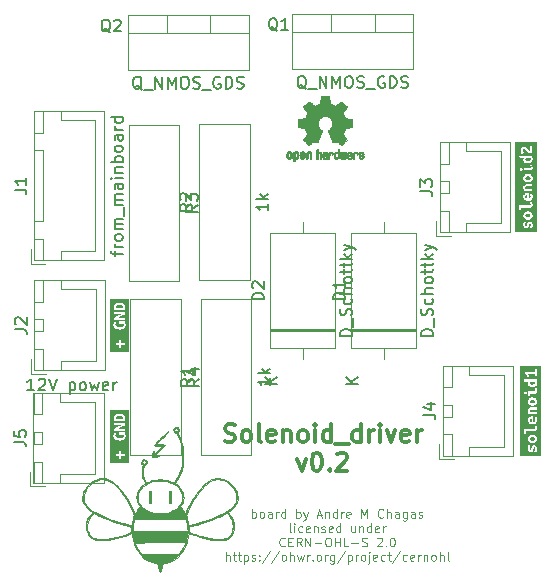
<source format=gbr>
%TF.GenerationSoftware,KiCad,Pcbnew,(6.0.2)*%
%TF.CreationDate,2022-08-24T18:01:38+01:00*%
%TF.ProjectId,solenoid_driver,736f6c65-6e6f-4696-945f-647269766572,rev?*%
%TF.SameCoordinates,Original*%
%TF.FileFunction,Legend,Top*%
%TF.FilePolarity,Positive*%
%FSLAX46Y46*%
G04 Gerber Fmt 4.6, Leading zero omitted, Abs format (unit mm)*
G04 Created by KiCad (PCBNEW (6.0.2)) date 2022-08-24 18:01:38*
%MOMM*%
%LPD*%
G01*
G04 APERTURE LIST*
%ADD10C,0.100000*%
%ADD11C,0.300000*%
%ADD12C,0.150000*%
%ADD13C,0.120000*%
%ADD14C,0.010000*%
G04 APERTURE END LIST*
D10*
X132503571Y-123242035D02*
X132503571Y-122492035D01*
X132503571Y-122777750D02*
X132575000Y-122742035D01*
X132717857Y-122742035D01*
X132789285Y-122777750D01*
X132825000Y-122813464D01*
X132860714Y-122884892D01*
X132860714Y-123099178D01*
X132825000Y-123170607D01*
X132789285Y-123206321D01*
X132717857Y-123242035D01*
X132575000Y-123242035D01*
X132503571Y-123206321D01*
X133289285Y-123242035D02*
X133217857Y-123206321D01*
X133182142Y-123170607D01*
X133146428Y-123099178D01*
X133146428Y-122884892D01*
X133182142Y-122813464D01*
X133217857Y-122777750D01*
X133289285Y-122742035D01*
X133396428Y-122742035D01*
X133467857Y-122777750D01*
X133503571Y-122813464D01*
X133539285Y-122884892D01*
X133539285Y-123099178D01*
X133503571Y-123170607D01*
X133467857Y-123206321D01*
X133396428Y-123242035D01*
X133289285Y-123242035D01*
X134182142Y-123242035D02*
X134182142Y-122849178D01*
X134146428Y-122777750D01*
X134075000Y-122742035D01*
X133932142Y-122742035D01*
X133860714Y-122777750D01*
X134182142Y-123206321D02*
X134110714Y-123242035D01*
X133932142Y-123242035D01*
X133860714Y-123206321D01*
X133825000Y-123134892D01*
X133825000Y-123063464D01*
X133860714Y-122992035D01*
X133932142Y-122956321D01*
X134110714Y-122956321D01*
X134182142Y-122920607D01*
X134539285Y-123242035D02*
X134539285Y-122742035D01*
X134539285Y-122884892D02*
X134575000Y-122813464D01*
X134610714Y-122777750D01*
X134682142Y-122742035D01*
X134753571Y-122742035D01*
X135325000Y-123242035D02*
X135325000Y-122492035D01*
X135325000Y-123206321D02*
X135253571Y-123242035D01*
X135110714Y-123242035D01*
X135039285Y-123206321D01*
X135003571Y-123170607D01*
X134967857Y-123099178D01*
X134967857Y-122884892D01*
X135003571Y-122813464D01*
X135039285Y-122777750D01*
X135110714Y-122742035D01*
X135253571Y-122742035D01*
X135325000Y-122777750D01*
X136253571Y-123242035D02*
X136253571Y-122492035D01*
X136253571Y-122777750D02*
X136325000Y-122742035D01*
X136467857Y-122742035D01*
X136539285Y-122777750D01*
X136575000Y-122813464D01*
X136610714Y-122884892D01*
X136610714Y-123099178D01*
X136575000Y-123170607D01*
X136539285Y-123206321D01*
X136467857Y-123242035D01*
X136325000Y-123242035D01*
X136253571Y-123206321D01*
X136860714Y-122742035D02*
X137039285Y-123242035D01*
X137217857Y-122742035D02*
X137039285Y-123242035D01*
X136967857Y-123420607D01*
X136932142Y-123456321D01*
X136860714Y-123492035D01*
X138039285Y-123027750D02*
X138396428Y-123027750D01*
X137967857Y-123242035D02*
X138217857Y-122492035D01*
X138467857Y-123242035D01*
X138717857Y-122742035D02*
X138717857Y-123242035D01*
X138717857Y-122813464D02*
X138753571Y-122777750D01*
X138825000Y-122742035D01*
X138932142Y-122742035D01*
X139003571Y-122777750D01*
X139039285Y-122849178D01*
X139039285Y-123242035D01*
X139717857Y-123242035D02*
X139717857Y-122492035D01*
X139717857Y-123206321D02*
X139646428Y-123242035D01*
X139503571Y-123242035D01*
X139432142Y-123206321D01*
X139396428Y-123170607D01*
X139360714Y-123099178D01*
X139360714Y-122884892D01*
X139396428Y-122813464D01*
X139432142Y-122777750D01*
X139503571Y-122742035D01*
X139646428Y-122742035D01*
X139717857Y-122777750D01*
X140075000Y-123242035D02*
X140075000Y-122742035D01*
X140075000Y-122884892D02*
X140110714Y-122813464D01*
X140146428Y-122777750D01*
X140217857Y-122742035D01*
X140289285Y-122742035D01*
X140825000Y-123206321D02*
X140753571Y-123242035D01*
X140610714Y-123242035D01*
X140539285Y-123206321D01*
X140503571Y-123134892D01*
X140503571Y-122849178D01*
X140539285Y-122777750D01*
X140610714Y-122742035D01*
X140753571Y-122742035D01*
X140825000Y-122777750D01*
X140860714Y-122849178D01*
X140860714Y-122920607D01*
X140503571Y-122992035D01*
X141753571Y-123242035D02*
X141753571Y-122492035D01*
X142003571Y-123027750D01*
X142253571Y-122492035D01*
X142253571Y-123242035D01*
X143610714Y-123170607D02*
X143575000Y-123206321D01*
X143467857Y-123242035D01*
X143396428Y-123242035D01*
X143289285Y-123206321D01*
X143217857Y-123134892D01*
X143182142Y-123063464D01*
X143146428Y-122920607D01*
X143146428Y-122813464D01*
X143182142Y-122670607D01*
X143217857Y-122599178D01*
X143289285Y-122527750D01*
X143396428Y-122492035D01*
X143467857Y-122492035D01*
X143575000Y-122527750D01*
X143610714Y-122563464D01*
X143932142Y-123242035D02*
X143932142Y-122492035D01*
X144253571Y-123242035D02*
X144253571Y-122849178D01*
X144217857Y-122777750D01*
X144146428Y-122742035D01*
X144039285Y-122742035D01*
X143967857Y-122777750D01*
X143932142Y-122813464D01*
X144932142Y-123242035D02*
X144932142Y-122849178D01*
X144896428Y-122777750D01*
X144825000Y-122742035D01*
X144682142Y-122742035D01*
X144610714Y-122777750D01*
X144932142Y-123206321D02*
X144860714Y-123242035D01*
X144682142Y-123242035D01*
X144610714Y-123206321D01*
X144575000Y-123134892D01*
X144575000Y-123063464D01*
X144610714Y-122992035D01*
X144682142Y-122956321D01*
X144860714Y-122956321D01*
X144932142Y-122920607D01*
X145610714Y-122742035D02*
X145610714Y-123349178D01*
X145575000Y-123420607D01*
X145539285Y-123456321D01*
X145467857Y-123492035D01*
X145360714Y-123492035D01*
X145289285Y-123456321D01*
X145610714Y-123206321D02*
X145539285Y-123242035D01*
X145396428Y-123242035D01*
X145325000Y-123206321D01*
X145289285Y-123170607D01*
X145253571Y-123099178D01*
X145253571Y-122884892D01*
X145289285Y-122813464D01*
X145325000Y-122777750D01*
X145396428Y-122742035D01*
X145539285Y-122742035D01*
X145610714Y-122777750D01*
X146289285Y-123242035D02*
X146289285Y-122849178D01*
X146253571Y-122777750D01*
X146182142Y-122742035D01*
X146039285Y-122742035D01*
X145967857Y-122777750D01*
X146289285Y-123206321D02*
X146217857Y-123242035D01*
X146039285Y-123242035D01*
X145967857Y-123206321D01*
X145932142Y-123134892D01*
X145932142Y-123063464D01*
X145967857Y-122992035D01*
X146039285Y-122956321D01*
X146217857Y-122956321D01*
X146289285Y-122920607D01*
X146610714Y-123206321D02*
X146682142Y-123242035D01*
X146825000Y-123242035D01*
X146896428Y-123206321D01*
X146932142Y-123134892D01*
X146932142Y-123099178D01*
X146896428Y-123027750D01*
X146825000Y-122992035D01*
X146717857Y-122992035D01*
X146646428Y-122956321D01*
X146610714Y-122884892D01*
X146610714Y-122849178D01*
X146646428Y-122777750D01*
X146717857Y-122742035D01*
X146825000Y-122742035D01*
X146896428Y-122777750D01*
X135807142Y-124449535D02*
X135735714Y-124413821D01*
X135700000Y-124342392D01*
X135700000Y-123699535D01*
X136092857Y-124449535D02*
X136092857Y-123949535D01*
X136092857Y-123699535D02*
X136057142Y-123735250D01*
X136092857Y-123770964D01*
X136128571Y-123735250D01*
X136092857Y-123699535D01*
X136092857Y-123770964D01*
X136771428Y-124413821D02*
X136700000Y-124449535D01*
X136557142Y-124449535D01*
X136485714Y-124413821D01*
X136450000Y-124378107D01*
X136414285Y-124306678D01*
X136414285Y-124092392D01*
X136450000Y-124020964D01*
X136485714Y-123985250D01*
X136557142Y-123949535D01*
X136700000Y-123949535D01*
X136771428Y-123985250D01*
X137378571Y-124413821D02*
X137307142Y-124449535D01*
X137164285Y-124449535D01*
X137092857Y-124413821D01*
X137057142Y-124342392D01*
X137057142Y-124056678D01*
X137092857Y-123985250D01*
X137164285Y-123949535D01*
X137307142Y-123949535D01*
X137378571Y-123985250D01*
X137414285Y-124056678D01*
X137414285Y-124128107D01*
X137057142Y-124199535D01*
X137735714Y-123949535D02*
X137735714Y-124449535D01*
X137735714Y-124020964D02*
X137771428Y-123985250D01*
X137842857Y-123949535D01*
X137950000Y-123949535D01*
X138021428Y-123985250D01*
X138057142Y-124056678D01*
X138057142Y-124449535D01*
X138378571Y-124413821D02*
X138450000Y-124449535D01*
X138592857Y-124449535D01*
X138664285Y-124413821D01*
X138700000Y-124342392D01*
X138700000Y-124306678D01*
X138664285Y-124235250D01*
X138592857Y-124199535D01*
X138485714Y-124199535D01*
X138414285Y-124163821D01*
X138378571Y-124092392D01*
X138378571Y-124056678D01*
X138414285Y-123985250D01*
X138485714Y-123949535D01*
X138592857Y-123949535D01*
X138664285Y-123985250D01*
X139307142Y-124413821D02*
X139235714Y-124449535D01*
X139092857Y-124449535D01*
X139021428Y-124413821D01*
X138985714Y-124342392D01*
X138985714Y-124056678D01*
X139021428Y-123985250D01*
X139092857Y-123949535D01*
X139235714Y-123949535D01*
X139307142Y-123985250D01*
X139342857Y-124056678D01*
X139342857Y-124128107D01*
X138985714Y-124199535D01*
X139985714Y-124449535D02*
X139985714Y-123699535D01*
X139985714Y-124413821D02*
X139914285Y-124449535D01*
X139771428Y-124449535D01*
X139700000Y-124413821D01*
X139664285Y-124378107D01*
X139628571Y-124306678D01*
X139628571Y-124092392D01*
X139664285Y-124020964D01*
X139700000Y-123985250D01*
X139771428Y-123949535D01*
X139914285Y-123949535D01*
X139985714Y-123985250D01*
X141235714Y-123949535D02*
X141235714Y-124449535D01*
X140914285Y-123949535D02*
X140914285Y-124342392D01*
X140950000Y-124413821D01*
X141021428Y-124449535D01*
X141128571Y-124449535D01*
X141200000Y-124413821D01*
X141235714Y-124378107D01*
X141592857Y-123949535D02*
X141592857Y-124449535D01*
X141592857Y-124020964D02*
X141628571Y-123985250D01*
X141700000Y-123949535D01*
X141807142Y-123949535D01*
X141878571Y-123985250D01*
X141914285Y-124056678D01*
X141914285Y-124449535D01*
X142592857Y-124449535D02*
X142592857Y-123699535D01*
X142592857Y-124413821D02*
X142521428Y-124449535D01*
X142378571Y-124449535D01*
X142307142Y-124413821D01*
X142271428Y-124378107D01*
X142235714Y-124306678D01*
X142235714Y-124092392D01*
X142271428Y-124020964D01*
X142307142Y-123985250D01*
X142378571Y-123949535D01*
X142521428Y-123949535D01*
X142592857Y-123985250D01*
X143235714Y-124413821D02*
X143164285Y-124449535D01*
X143021428Y-124449535D01*
X142950000Y-124413821D01*
X142914285Y-124342392D01*
X142914285Y-124056678D01*
X142950000Y-123985250D01*
X143021428Y-123949535D01*
X143164285Y-123949535D01*
X143235714Y-123985250D01*
X143271428Y-124056678D01*
X143271428Y-124128107D01*
X142914285Y-124199535D01*
X143592857Y-124449535D02*
X143592857Y-123949535D01*
X143592857Y-124092392D02*
X143628571Y-124020964D01*
X143664285Y-123985250D01*
X143735714Y-123949535D01*
X143807142Y-123949535D01*
X135271428Y-125585607D02*
X135235714Y-125621321D01*
X135128571Y-125657035D01*
X135057142Y-125657035D01*
X134950000Y-125621321D01*
X134878571Y-125549892D01*
X134842857Y-125478464D01*
X134807142Y-125335607D01*
X134807142Y-125228464D01*
X134842857Y-125085607D01*
X134878571Y-125014178D01*
X134950000Y-124942750D01*
X135057142Y-124907035D01*
X135128571Y-124907035D01*
X135235714Y-124942750D01*
X135271428Y-124978464D01*
X135592857Y-125264178D02*
X135842857Y-125264178D01*
X135950000Y-125657035D02*
X135592857Y-125657035D01*
X135592857Y-124907035D01*
X135950000Y-124907035D01*
X136700000Y-125657035D02*
X136450000Y-125299892D01*
X136271428Y-125657035D02*
X136271428Y-124907035D01*
X136557142Y-124907035D01*
X136628571Y-124942750D01*
X136664285Y-124978464D01*
X136700000Y-125049892D01*
X136700000Y-125157035D01*
X136664285Y-125228464D01*
X136628571Y-125264178D01*
X136557142Y-125299892D01*
X136271428Y-125299892D01*
X137021428Y-125657035D02*
X137021428Y-124907035D01*
X137450000Y-125657035D01*
X137450000Y-124907035D01*
X137807142Y-125371321D02*
X138378571Y-125371321D01*
X138878571Y-124907035D02*
X139021428Y-124907035D01*
X139092857Y-124942750D01*
X139164285Y-125014178D01*
X139200000Y-125157035D01*
X139200000Y-125407035D01*
X139164285Y-125549892D01*
X139092857Y-125621321D01*
X139021428Y-125657035D01*
X138878571Y-125657035D01*
X138807142Y-125621321D01*
X138735714Y-125549892D01*
X138700000Y-125407035D01*
X138700000Y-125157035D01*
X138735714Y-125014178D01*
X138807142Y-124942750D01*
X138878571Y-124907035D01*
X139521428Y-125657035D02*
X139521428Y-124907035D01*
X139521428Y-125264178D02*
X139950000Y-125264178D01*
X139950000Y-125657035D02*
X139950000Y-124907035D01*
X140664285Y-125657035D02*
X140307142Y-125657035D01*
X140307142Y-124907035D01*
X140914285Y-125371321D02*
X141485714Y-125371321D01*
X141807142Y-125621321D02*
X141914285Y-125657035D01*
X142092857Y-125657035D01*
X142164285Y-125621321D01*
X142200000Y-125585607D01*
X142235714Y-125514178D01*
X142235714Y-125442750D01*
X142200000Y-125371321D01*
X142164285Y-125335607D01*
X142092857Y-125299892D01*
X141950000Y-125264178D01*
X141878571Y-125228464D01*
X141842857Y-125192750D01*
X141807142Y-125121321D01*
X141807142Y-125049892D01*
X141842857Y-124978464D01*
X141878571Y-124942750D01*
X141950000Y-124907035D01*
X142128571Y-124907035D01*
X142235714Y-124942750D01*
X143092857Y-124978464D02*
X143128571Y-124942750D01*
X143200000Y-124907035D01*
X143378571Y-124907035D01*
X143450000Y-124942750D01*
X143485714Y-124978464D01*
X143521428Y-125049892D01*
X143521428Y-125121321D01*
X143485714Y-125228464D01*
X143057142Y-125657035D01*
X143521428Y-125657035D01*
X143842857Y-125585607D02*
X143878571Y-125621321D01*
X143842857Y-125657035D01*
X143807142Y-125621321D01*
X143842857Y-125585607D01*
X143842857Y-125657035D01*
X144342857Y-124907035D02*
X144414285Y-124907035D01*
X144485714Y-124942750D01*
X144521428Y-124978464D01*
X144557142Y-125049892D01*
X144592857Y-125192750D01*
X144592857Y-125371321D01*
X144557142Y-125514178D01*
X144521428Y-125585607D01*
X144485714Y-125621321D01*
X144414285Y-125657035D01*
X144342857Y-125657035D01*
X144271428Y-125621321D01*
X144235714Y-125585607D01*
X144200000Y-125514178D01*
X144164285Y-125371321D01*
X144164285Y-125192750D01*
X144200000Y-125049892D01*
X144235714Y-124978464D01*
X144271428Y-124942750D01*
X144342857Y-124907035D01*
X130289285Y-126864535D02*
X130289285Y-126114535D01*
X130610714Y-126864535D02*
X130610714Y-126471678D01*
X130575000Y-126400250D01*
X130503571Y-126364535D01*
X130396428Y-126364535D01*
X130325000Y-126400250D01*
X130289285Y-126435964D01*
X130860714Y-126364535D02*
X131146428Y-126364535D01*
X130967857Y-126114535D02*
X130967857Y-126757392D01*
X131003571Y-126828821D01*
X131075000Y-126864535D01*
X131146428Y-126864535D01*
X131289285Y-126364535D02*
X131575000Y-126364535D01*
X131396428Y-126114535D02*
X131396428Y-126757392D01*
X131432142Y-126828821D01*
X131503571Y-126864535D01*
X131575000Y-126864535D01*
X131825000Y-126364535D02*
X131825000Y-127114535D01*
X131825000Y-126400250D02*
X131896428Y-126364535D01*
X132039285Y-126364535D01*
X132110714Y-126400250D01*
X132146428Y-126435964D01*
X132182142Y-126507392D01*
X132182142Y-126721678D01*
X132146428Y-126793107D01*
X132110714Y-126828821D01*
X132039285Y-126864535D01*
X131896428Y-126864535D01*
X131825000Y-126828821D01*
X132467857Y-126828821D02*
X132539285Y-126864535D01*
X132682142Y-126864535D01*
X132753571Y-126828821D01*
X132789285Y-126757392D01*
X132789285Y-126721678D01*
X132753571Y-126650250D01*
X132682142Y-126614535D01*
X132575000Y-126614535D01*
X132503571Y-126578821D01*
X132467857Y-126507392D01*
X132467857Y-126471678D01*
X132503571Y-126400250D01*
X132575000Y-126364535D01*
X132682142Y-126364535D01*
X132753571Y-126400250D01*
X133110714Y-126793107D02*
X133146428Y-126828821D01*
X133110714Y-126864535D01*
X133075000Y-126828821D01*
X133110714Y-126793107D01*
X133110714Y-126864535D01*
X133110714Y-126400250D02*
X133146428Y-126435964D01*
X133110714Y-126471678D01*
X133075000Y-126435964D01*
X133110714Y-126400250D01*
X133110714Y-126471678D01*
X134003571Y-126078821D02*
X133360714Y-127043107D01*
X134789285Y-126078821D02*
X134146428Y-127043107D01*
X135146428Y-126864535D02*
X135075000Y-126828821D01*
X135039285Y-126793107D01*
X135003571Y-126721678D01*
X135003571Y-126507392D01*
X135039285Y-126435964D01*
X135075000Y-126400250D01*
X135146428Y-126364535D01*
X135253571Y-126364535D01*
X135325000Y-126400250D01*
X135360714Y-126435964D01*
X135396428Y-126507392D01*
X135396428Y-126721678D01*
X135360714Y-126793107D01*
X135325000Y-126828821D01*
X135253571Y-126864535D01*
X135146428Y-126864535D01*
X135717857Y-126864535D02*
X135717857Y-126114535D01*
X136039285Y-126864535D02*
X136039285Y-126471678D01*
X136003571Y-126400250D01*
X135932142Y-126364535D01*
X135825000Y-126364535D01*
X135753571Y-126400250D01*
X135717857Y-126435964D01*
X136325000Y-126364535D02*
X136467857Y-126864535D01*
X136610714Y-126507392D01*
X136753571Y-126864535D01*
X136896428Y-126364535D01*
X137182142Y-126864535D02*
X137182142Y-126364535D01*
X137182142Y-126507392D02*
X137217857Y-126435964D01*
X137253571Y-126400250D01*
X137325000Y-126364535D01*
X137396428Y-126364535D01*
X137646428Y-126793107D02*
X137682142Y-126828821D01*
X137646428Y-126864535D01*
X137610714Y-126828821D01*
X137646428Y-126793107D01*
X137646428Y-126864535D01*
X138110714Y-126864535D02*
X138039285Y-126828821D01*
X138003571Y-126793107D01*
X137967857Y-126721678D01*
X137967857Y-126507392D01*
X138003571Y-126435964D01*
X138039285Y-126400250D01*
X138110714Y-126364535D01*
X138217857Y-126364535D01*
X138289285Y-126400250D01*
X138325000Y-126435964D01*
X138360714Y-126507392D01*
X138360714Y-126721678D01*
X138325000Y-126793107D01*
X138289285Y-126828821D01*
X138217857Y-126864535D01*
X138110714Y-126864535D01*
X138682142Y-126864535D02*
X138682142Y-126364535D01*
X138682142Y-126507392D02*
X138717857Y-126435964D01*
X138753571Y-126400250D01*
X138825000Y-126364535D01*
X138896428Y-126364535D01*
X139467857Y-126364535D02*
X139467857Y-126971678D01*
X139432142Y-127043107D01*
X139396428Y-127078821D01*
X139325000Y-127114535D01*
X139217857Y-127114535D01*
X139146428Y-127078821D01*
X139467857Y-126828821D02*
X139396428Y-126864535D01*
X139253571Y-126864535D01*
X139182142Y-126828821D01*
X139146428Y-126793107D01*
X139110714Y-126721678D01*
X139110714Y-126507392D01*
X139146428Y-126435964D01*
X139182142Y-126400250D01*
X139253571Y-126364535D01*
X139396428Y-126364535D01*
X139467857Y-126400250D01*
X140360714Y-126078821D02*
X139717857Y-127043107D01*
X140610714Y-126364535D02*
X140610714Y-127114535D01*
X140610714Y-126400250D02*
X140682142Y-126364535D01*
X140825000Y-126364535D01*
X140896428Y-126400250D01*
X140932142Y-126435964D01*
X140967857Y-126507392D01*
X140967857Y-126721678D01*
X140932142Y-126793107D01*
X140896428Y-126828821D01*
X140825000Y-126864535D01*
X140682142Y-126864535D01*
X140610714Y-126828821D01*
X141289285Y-126864535D02*
X141289285Y-126364535D01*
X141289285Y-126507392D02*
X141325000Y-126435964D01*
X141360714Y-126400250D01*
X141432142Y-126364535D01*
X141503571Y-126364535D01*
X141860714Y-126864535D02*
X141789285Y-126828821D01*
X141753571Y-126793107D01*
X141717857Y-126721678D01*
X141717857Y-126507392D01*
X141753571Y-126435964D01*
X141789285Y-126400250D01*
X141860714Y-126364535D01*
X141967857Y-126364535D01*
X142039285Y-126400250D01*
X142075000Y-126435964D01*
X142110714Y-126507392D01*
X142110714Y-126721678D01*
X142075000Y-126793107D01*
X142039285Y-126828821D01*
X141967857Y-126864535D01*
X141860714Y-126864535D01*
X142432142Y-126364535D02*
X142432142Y-127007392D01*
X142396428Y-127078821D01*
X142325000Y-127114535D01*
X142289285Y-127114535D01*
X142432142Y-126114535D02*
X142396428Y-126150250D01*
X142432142Y-126185964D01*
X142467857Y-126150250D01*
X142432142Y-126114535D01*
X142432142Y-126185964D01*
X143075000Y-126828821D02*
X143003571Y-126864535D01*
X142860714Y-126864535D01*
X142789285Y-126828821D01*
X142753571Y-126757392D01*
X142753571Y-126471678D01*
X142789285Y-126400250D01*
X142860714Y-126364535D01*
X143003571Y-126364535D01*
X143075000Y-126400250D01*
X143110714Y-126471678D01*
X143110714Y-126543107D01*
X142753571Y-126614535D01*
X143753571Y-126828821D02*
X143682142Y-126864535D01*
X143539285Y-126864535D01*
X143467857Y-126828821D01*
X143432142Y-126793107D01*
X143396428Y-126721678D01*
X143396428Y-126507392D01*
X143432142Y-126435964D01*
X143467857Y-126400250D01*
X143539285Y-126364535D01*
X143682142Y-126364535D01*
X143753571Y-126400250D01*
X143967857Y-126364535D02*
X144253571Y-126364535D01*
X144075000Y-126114535D02*
X144075000Y-126757392D01*
X144110714Y-126828821D01*
X144182142Y-126864535D01*
X144253571Y-126864535D01*
X145039285Y-126078821D02*
X144396428Y-127043107D01*
X145610714Y-126828821D02*
X145539285Y-126864535D01*
X145396428Y-126864535D01*
X145325000Y-126828821D01*
X145289285Y-126793107D01*
X145253571Y-126721678D01*
X145253571Y-126507392D01*
X145289285Y-126435964D01*
X145325000Y-126400250D01*
X145396428Y-126364535D01*
X145539285Y-126364535D01*
X145610714Y-126400250D01*
X146217857Y-126828821D02*
X146146428Y-126864535D01*
X146003571Y-126864535D01*
X145932142Y-126828821D01*
X145896428Y-126757392D01*
X145896428Y-126471678D01*
X145932142Y-126400250D01*
X146003571Y-126364535D01*
X146146428Y-126364535D01*
X146217857Y-126400250D01*
X146253571Y-126471678D01*
X146253571Y-126543107D01*
X145896428Y-126614535D01*
X146575000Y-126864535D02*
X146575000Y-126364535D01*
X146575000Y-126507392D02*
X146610714Y-126435964D01*
X146646428Y-126400250D01*
X146717857Y-126364535D01*
X146789285Y-126364535D01*
X147039285Y-126364535D02*
X147039285Y-126864535D01*
X147039285Y-126435964D02*
X147075000Y-126400250D01*
X147146428Y-126364535D01*
X147253571Y-126364535D01*
X147325000Y-126400250D01*
X147360714Y-126471678D01*
X147360714Y-126864535D01*
X147825000Y-126864535D02*
X147753571Y-126828821D01*
X147717857Y-126793107D01*
X147682142Y-126721678D01*
X147682142Y-126507392D01*
X147717857Y-126435964D01*
X147753571Y-126400250D01*
X147825000Y-126364535D01*
X147932142Y-126364535D01*
X148003571Y-126400250D01*
X148039285Y-126435964D01*
X148075000Y-126507392D01*
X148075000Y-126721678D01*
X148039285Y-126793107D01*
X148003571Y-126828821D01*
X147932142Y-126864535D01*
X147825000Y-126864535D01*
X148396428Y-126864535D02*
X148396428Y-126114535D01*
X148717857Y-126864535D02*
X148717857Y-126471678D01*
X148682142Y-126400250D01*
X148610714Y-126364535D01*
X148503571Y-126364535D01*
X148432142Y-126400250D01*
X148396428Y-126435964D01*
X149182142Y-126864535D02*
X149110714Y-126828821D01*
X149075000Y-126757392D01*
X149075000Y-126114535D01*
D11*
X130207785Y-116747642D02*
X130422071Y-116819071D01*
X130779214Y-116819071D01*
X130922071Y-116747642D01*
X130993500Y-116676214D01*
X131064928Y-116533357D01*
X131064928Y-116390500D01*
X130993500Y-116247642D01*
X130922071Y-116176214D01*
X130779214Y-116104785D01*
X130493500Y-116033357D01*
X130350642Y-115961928D01*
X130279214Y-115890500D01*
X130207785Y-115747642D01*
X130207785Y-115604785D01*
X130279214Y-115461928D01*
X130350642Y-115390500D01*
X130493500Y-115319071D01*
X130850642Y-115319071D01*
X131064928Y-115390500D01*
X131922071Y-116819071D02*
X131779214Y-116747642D01*
X131707785Y-116676214D01*
X131636357Y-116533357D01*
X131636357Y-116104785D01*
X131707785Y-115961928D01*
X131779214Y-115890500D01*
X131922071Y-115819071D01*
X132136357Y-115819071D01*
X132279214Y-115890500D01*
X132350642Y-115961928D01*
X132422071Y-116104785D01*
X132422071Y-116533357D01*
X132350642Y-116676214D01*
X132279214Y-116747642D01*
X132136357Y-116819071D01*
X131922071Y-116819071D01*
X133279214Y-116819071D02*
X133136357Y-116747642D01*
X133064928Y-116604785D01*
X133064928Y-115319071D01*
X134422071Y-116747642D02*
X134279214Y-116819071D01*
X133993500Y-116819071D01*
X133850642Y-116747642D01*
X133779214Y-116604785D01*
X133779214Y-116033357D01*
X133850642Y-115890500D01*
X133993500Y-115819071D01*
X134279214Y-115819071D01*
X134422071Y-115890500D01*
X134493500Y-116033357D01*
X134493500Y-116176214D01*
X133779214Y-116319071D01*
X135136357Y-115819071D02*
X135136357Y-116819071D01*
X135136357Y-115961928D02*
X135207785Y-115890500D01*
X135350642Y-115819071D01*
X135564928Y-115819071D01*
X135707785Y-115890500D01*
X135779214Y-116033357D01*
X135779214Y-116819071D01*
X136707785Y-116819071D02*
X136564928Y-116747642D01*
X136493500Y-116676214D01*
X136422071Y-116533357D01*
X136422071Y-116104785D01*
X136493500Y-115961928D01*
X136564928Y-115890500D01*
X136707785Y-115819071D01*
X136922071Y-115819071D01*
X137064928Y-115890500D01*
X137136357Y-115961928D01*
X137207785Y-116104785D01*
X137207785Y-116533357D01*
X137136357Y-116676214D01*
X137064928Y-116747642D01*
X136922071Y-116819071D01*
X136707785Y-116819071D01*
X137850642Y-116819071D02*
X137850642Y-115819071D01*
X137850642Y-115319071D02*
X137779214Y-115390500D01*
X137850642Y-115461928D01*
X137922071Y-115390500D01*
X137850642Y-115319071D01*
X137850642Y-115461928D01*
X139207785Y-116819071D02*
X139207785Y-115319071D01*
X139207785Y-116747642D02*
X139064928Y-116819071D01*
X138779214Y-116819071D01*
X138636357Y-116747642D01*
X138564928Y-116676214D01*
X138493500Y-116533357D01*
X138493500Y-116104785D01*
X138564928Y-115961928D01*
X138636357Y-115890500D01*
X138779214Y-115819071D01*
X139064928Y-115819071D01*
X139207785Y-115890500D01*
X139564928Y-116961928D02*
X140707785Y-116961928D01*
X141707785Y-116819071D02*
X141707785Y-115319071D01*
X141707785Y-116747642D02*
X141564928Y-116819071D01*
X141279214Y-116819071D01*
X141136357Y-116747642D01*
X141064928Y-116676214D01*
X140993500Y-116533357D01*
X140993500Y-116104785D01*
X141064928Y-115961928D01*
X141136357Y-115890500D01*
X141279214Y-115819071D01*
X141564928Y-115819071D01*
X141707785Y-115890500D01*
X142422071Y-116819071D02*
X142422071Y-115819071D01*
X142422071Y-116104785D02*
X142493500Y-115961928D01*
X142564928Y-115890500D01*
X142707785Y-115819071D01*
X142850642Y-115819071D01*
X143350642Y-116819071D02*
X143350642Y-115819071D01*
X143350642Y-115319071D02*
X143279214Y-115390500D01*
X143350642Y-115461928D01*
X143422071Y-115390500D01*
X143350642Y-115319071D01*
X143350642Y-115461928D01*
X143922071Y-115819071D02*
X144279214Y-116819071D01*
X144636357Y-115819071D01*
X145779214Y-116747642D02*
X145636357Y-116819071D01*
X145350642Y-116819071D01*
X145207785Y-116747642D01*
X145136357Y-116604785D01*
X145136357Y-116033357D01*
X145207785Y-115890500D01*
X145350642Y-115819071D01*
X145636357Y-115819071D01*
X145779214Y-115890500D01*
X145850642Y-116033357D01*
X145850642Y-116176214D01*
X145136357Y-116319071D01*
X146493500Y-116819071D02*
X146493500Y-115819071D01*
X146493500Y-116104785D02*
X146564928Y-115961928D01*
X146636357Y-115890500D01*
X146779214Y-115819071D01*
X146922071Y-115819071D01*
X136350642Y-118234071D02*
X136707785Y-119234071D01*
X137064928Y-118234071D01*
X137922071Y-117734071D02*
X138064928Y-117734071D01*
X138207785Y-117805500D01*
X138279214Y-117876928D01*
X138350642Y-118019785D01*
X138422071Y-118305500D01*
X138422071Y-118662642D01*
X138350642Y-118948357D01*
X138279214Y-119091214D01*
X138207785Y-119162642D01*
X138064928Y-119234071D01*
X137922071Y-119234071D01*
X137779214Y-119162642D01*
X137707785Y-119091214D01*
X137636357Y-118948357D01*
X137564928Y-118662642D01*
X137564928Y-118305500D01*
X137636357Y-118019785D01*
X137707785Y-117876928D01*
X137779214Y-117805500D01*
X137922071Y-117734071D01*
X139064928Y-119091214D02*
X139136357Y-119162642D01*
X139064928Y-119234071D01*
X138993500Y-119162642D01*
X139064928Y-119091214D01*
X139064928Y-119234071D01*
X139707785Y-117876928D02*
X139779214Y-117805500D01*
X139922071Y-117734071D01*
X140279214Y-117734071D01*
X140422071Y-117805500D01*
X140493500Y-117876928D01*
X140564928Y-118019785D01*
X140564928Y-118162642D01*
X140493500Y-118376928D01*
X139636357Y-119234071D01*
X140564928Y-119234071D01*
D12*
%TO.C,J5*%
X112361380Y-116812333D02*
X113075666Y-116812333D01*
X113218523Y-116859952D01*
X113313761Y-116955190D01*
X113361380Y-117098047D01*
X113361380Y-117193285D01*
X112361380Y-115859952D02*
X112361380Y-116336142D01*
X112837571Y-116383761D01*
X112789952Y-116336142D01*
X112742333Y-116240904D01*
X112742333Y-116002809D01*
X112789952Y-115907571D01*
X112837571Y-115859952D01*
X112932809Y-115812333D01*
X113170904Y-115812333D01*
X113266142Y-115859952D01*
X113313761Y-115907571D01*
X113361380Y-116002809D01*
X113361380Y-116240904D01*
X113313761Y-116336142D01*
X113266142Y-116383761D01*
%TO.C,J1*%
X112402380Y-95456333D02*
X113116666Y-95456333D01*
X113259523Y-95503952D01*
X113354761Y-95599190D01*
X113402380Y-95742047D01*
X113402380Y-95837285D01*
X113402380Y-94456333D02*
X113402380Y-95027761D01*
X113402380Y-94742047D02*
X112402380Y-94742047D01*
X112545238Y-94837285D01*
X112640476Y-94932523D01*
X112688095Y-95027761D01*
X120885714Y-101051571D02*
X120885714Y-100670619D01*
X121552380Y-100908714D02*
X120695238Y-100908714D01*
X120600000Y-100861095D01*
X120552380Y-100765857D01*
X120552380Y-100670619D01*
X121552380Y-100337285D02*
X120885714Y-100337285D01*
X121076190Y-100337285D02*
X120980952Y-100289666D01*
X120933333Y-100242047D01*
X120885714Y-100146809D01*
X120885714Y-100051571D01*
X121552380Y-99575380D02*
X121504761Y-99670619D01*
X121457142Y-99718238D01*
X121361904Y-99765857D01*
X121076190Y-99765857D01*
X120980952Y-99718238D01*
X120933333Y-99670619D01*
X120885714Y-99575380D01*
X120885714Y-99432523D01*
X120933333Y-99337285D01*
X120980952Y-99289666D01*
X121076190Y-99242047D01*
X121361904Y-99242047D01*
X121457142Y-99289666D01*
X121504761Y-99337285D01*
X121552380Y-99432523D01*
X121552380Y-99575380D01*
X121552380Y-98813476D02*
X120885714Y-98813476D01*
X120980952Y-98813476D02*
X120933333Y-98765857D01*
X120885714Y-98670619D01*
X120885714Y-98527761D01*
X120933333Y-98432523D01*
X121028571Y-98384904D01*
X121552380Y-98384904D01*
X121028571Y-98384904D02*
X120933333Y-98337285D01*
X120885714Y-98242047D01*
X120885714Y-98099190D01*
X120933333Y-98003952D01*
X121028571Y-97956333D01*
X121552380Y-97956333D01*
X121647619Y-97718238D02*
X121647619Y-96956333D01*
X121552380Y-96718238D02*
X120885714Y-96718238D01*
X120980952Y-96718238D02*
X120933333Y-96670619D01*
X120885714Y-96575380D01*
X120885714Y-96432523D01*
X120933333Y-96337285D01*
X121028571Y-96289666D01*
X121552380Y-96289666D01*
X121028571Y-96289666D02*
X120933333Y-96242047D01*
X120885714Y-96146809D01*
X120885714Y-96003952D01*
X120933333Y-95908714D01*
X121028571Y-95861095D01*
X121552380Y-95861095D01*
X121552380Y-94956333D02*
X121028571Y-94956333D01*
X120933333Y-95003952D01*
X120885714Y-95099190D01*
X120885714Y-95289666D01*
X120933333Y-95384904D01*
X121504761Y-94956333D02*
X121552380Y-95051571D01*
X121552380Y-95289666D01*
X121504761Y-95384904D01*
X121409523Y-95432523D01*
X121314285Y-95432523D01*
X121219047Y-95384904D01*
X121171428Y-95289666D01*
X121171428Y-95051571D01*
X121123809Y-94956333D01*
X121552380Y-94480142D02*
X120885714Y-94480142D01*
X120552380Y-94480142D02*
X120600000Y-94527761D01*
X120647619Y-94480142D01*
X120600000Y-94432523D01*
X120552380Y-94480142D01*
X120647619Y-94480142D01*
X120885714Y-94003952D02*
X121552380Y-94003952D01*
X120980952Y-94003952D02*
X120933333Y-93956333D01*
X120885714Y-93861095D01*
X120885714Y-93718238D01*
X120933333Y-93623000D01*
X121028571Y-93575380D01*
X121552380Y-93575380D01*
X121552380Y-93099190D02*
X120552380Y-93099190D01*
X120933333Y-93099190D02*
X120885714Y-93003952D01*
X120885714Y-92813476D01*
X120933333Y-92718238D01*
X120980952Y-92670619D01*
X121076190Y-92623000D01*
X121361904Y-92623000D01*
X121457142Y-92670619D01*
X121504761Y-92718238D01*
X121552380Y-92813476D01*
X121552380Y-93003952D01*
X121504761Y-93099190D01*
X121552380Y-92051571D02*
X121504761Y-92146809D01*
X121457142Y-92194428D01*
X121361904Y-92242047D01*
X121076190Y-92242047D01*
X120980952Y-92194428D01*
X120933333Y-92146809D01*
X120885714Y-92051571D01*
X120885714Y-91908714D01*
X120933333Y-91813476D01*
X120980952Y-91765857D01*
X121076190Y-91718238D01*
X121361904Y-91718238D01*
X121457142Y-91765857D01*
X121504761Y-91813476D01*
X121552380Y-91908714D01*
X121552380Y-92051571D01*
X121552380Y-90861095D02*
X121028571Y-90861095D01*
X120933333Y-90908714D01*
X120885714Y-91003952D01*
X120885714Y-91194428D01*
X120933333Y-91289666D01*
X121504761Y-90861095D02*
X121552380Y-90956333D01*
X121552380Y-91194428D01*
X121504761Y-91289666D01*
X121409523Y-91337285D01*
X121314285Y-91337285D01*
X121219047Y-91289666D01*
X121171428Y-91194428D01*
X121171428Y-90956333D01*
X121123809Y-90861095D01*
X121552380Y-90384904D02*
X120885714Y-90384904D01*
X121076190Y-90384904D02*
X120980952Y-90337285D01*
X120933333Y-90289666D01*
X120885714Y-90194428D01*
X120885714Y-90099190D01*
X121552380Y-89337285D02*
X120552380Y-89337285D01*
X121504761Y-89337285D02*
X121552380Y-89432523D01*
X121552380Y-89623000D01*
X121504761Y-89718238D01*
X121457142Y-89765857D01*
X121361904Y-89813476D01*
X121076190Y-89813476D01*
X120980952Y-89765857D01*
X120933333Y-89718238D01*
X120885714Y-89623000D01*
X120885714Y-89432523D01*
X120933333Y-89337285D01*
%TO.C,R1*%
X127504380Y-111490666D02*
X127028190Y-111824000D01*
X127504380Y-112062095D02*
X126504380Y-112062095D01*
X126504380Y-111681142D01*
X126552000Y-111585904D01*
X126599619Y-111538285D01*
X126694857Y-111490666D01*
X126837714Y-111490666D01*
X126932952Y-111538285D01*
X126980571Y-111585904D01*
X127028190Y-111681142D01*
X127028190Y-112062095D01*
X127504380Y-110538285D02*
X127504380Y-111109714D01*
X127504380Y-110824000D02*
X126504380Y-110824000D01*
X126647238Y-110919238D01*
X126742476Y-111014476D01*
X126790095Y-111109714D01*
X134004380Y-111443047D02*
X134004380Y-112014476D01*
X134004380Y-111728761D02*
X133004380Y-111728761D01*
X133147238Y-111824000D01*
X133242476Y-111919238D01*
X133290095Y-112014476D01*
X134004380Y-111014476D02*
X133004380Y-111014476D01*
X133623428Y-110919238D02*
X134004380Y-110633523D01*
X133337714Y-110633523D02*
X133718666Y-111014476D01*
%TO.C,D1*%
X140369380Y-104751095D02*
X139369380Y-104751095D01*
X139369380Y-104513000D01*
X139417000Y-104370142D01*
X139512238Y-104274904D01*
X139607476Y-104227285D01*
X139797952Y-104179666D01*
X139940809Y-104179666D01*
X140131285Y-104227285D01*
X140226523Y-104274904D01*
X140321761Y-104370142D01*
X140369380Y-104513000D01*
X140369380Y-104751095D01*
X140369380Y-103227285D02*
X140369380Y-103798714D01*
X140369380Y-103513000D02*
X139369380Y-103513000D01*
X139512238Y-103608238D01*
X139607476Y-103703476D01*
X139655095Y-103798714D01*
X147809380Y-107822523D02*
X146809380Y-107822523D01*
X146809380Y-107584428D01*
X146857000Y-107441571D01*
X146952238Y-107346333D01*
X147047476Y-107298714D01*
X147237952Y-107251095D01*
X147380809Y-107251095D01*
X147571285Y-107298714D01*
X147666523Y-107346333D01*
X147761761Y-107441571D01*
X147809380Y-107584428D01*
X147809380Y-107822523D01*
X147904619Y-107060619D02*
X147904619Y-106298714D01*
X147761761Y-106108238D02*
X147809380Y-105965380D01*
X147809380Y-105727285D01*
X147761761Y-105632047D01*
X147714142Y-105584428D01*
X147618904Y-105536809D01*
X147523666Y-105536809D01*
X147428428Y-105584428D01*
X147380809Y-105632047D01*
X147333190Y-105727285D01*
X147285571Y-105917761D01*
X147237952Y-106013000D01*
X147190333Y-106060619D01*
X147095095Y-106108238D01*
X146999857Y-106108238D01*
X146904619Y-106060619D01*
X146857000Y-106013000D01*
X146809380Y-105917761D01*
X146809380Y-105679666D01*
X146857000Y-105536809D01*
X147761761Y-104679666D02*
X147809380Y-104774904D01*
X147809380Y-104965380D01*
X147761761Y-105060619D01*
X147714142Y-105108238D01*
X147618904Y-105155857D01*
X147333190Y-105155857D01*
X147237952Y-105108238D01*
X147190333Y-105060619D01*
X147142714Y-104965380D01*
X147142714Y-104774904D01*
X147190333Y-104679666D01*
X147809380Y-104251095D02*
X146809380Y-104251095D01*
X147809380Y-103822523D02*
X147285571Y-103822523D01*
X147190333Y-103870142D01*
X147142714Y-103965380D01*
X147142714Y-104108238D01*
X147190333Y-104203476D01*
X147237952Y-104251095D01*
X147809380Y-103203476D02*
X147761761Y-103298714D01*
X147714142Y-103346333D01*
X147618904Y-103393952D01*
X147333190Y-103393952D01*
X147237952Y-103346333D01*
X147190333Y-103298714D01*
X147142714Y-103203476D01*
X147142714Y-103060619D01*
X147190333Y-102965380D01*
X147237952Y-102917761D01*
X147333190Y-102870142D01*
X147618904Y-102870142D01*
X147714142Y-102917761D01*
X147761761Y-102965380D01*
X147809380Y-103060619D01*
X147809380Y-103203476D01*
X147142714Y-102584428D02*
X147142714Y-102203476D01*
X146809380Y-102441571D02*
X147666523Y-102441571D01*
X147761761Y-102393952D01*
X147809380Y-102298714D01*
X147809380Y-102203476D01*
X147142714Y-102013000D02*
X147142714Y-101632047D01*
X146809380Y-101870142D02*
X147666523Y-101870142D01*
X147761761Y-101822523D01*
X147809380Y-101727285D01*
X147809380Y-101632047D01*
X147809380Y-101298714D02*
X146809380Y-101298714D01*
X147428428Y-101203476D02*
X147809380Y-100917761D01*
X147142714Y-100917761D02*
X147523666Y-101298714D01*
X147142714Y-100584428D02*
X147809380Y-100346333D01*
X147142714Y-100108238D02*
X147809380Y-100346333D01*
X148047476Y-100441571D01*
X148095095Y-100489190D01*
X148142714Y-100584428D01*
X141489380Y-111894904D02*
X140489380Y-111894904D01*
X141489380Y-111323476D02*
X140917952Y-111752047D01*
X140489380Y-111323476D02*
X141060809Y-111894904D01*
%TO.C,D2*%
X133511380Y-104751095D02*
X132511380Y-104751095D01*
X132511380Y-104513000D01*
X132559000Y-104370142D01*
X132654238Y-104274904D01*
X132749476Y-104227285D01*
X132939952Y-104179666D01*
X133082809Y-104179666D01*
X133273285Y-104227285D01*
X133368523Y-104274904D01*
X133463761Y-104370142D01*
X133511380Y-104513000D01*
X133511380Y-104751095D01*
X132606619Y-103798714D02*
X132559000Y-103751095D01*
X132511380Y-103655857D01*
X132511380Y-103417761D01*
X132559000Y-103322523D01*
X132606619Y-103274904D01*
X132701857Y-103227285D01*
X132797095Y-103227285D01*
X132939952Y-103274904D01*
X133511380Y-103846333D01*
X133511380Y-103227285D01*
X140951380Y-107822523D02*
X139951380Y-107822523D01*
X139951380Y-107584428D01*
X139999000Y-107441571D01*
X140094238Y-107346333D01*
X140189476Y-107298714D01*
X140379952Y-107251095D01*
X140522809Y-107251095D01*
X140713285Y-107298714D01*
X140808523Y-107346333D01*
X140903761Y-107441571D01*
X140951380Y-107584428D01*
X140951380Y-107822523D01*
X141046619Y-107060619D02*
X141046619Y-106298714D01*
X140903761Y-106108238D02*
X140951380Y-105965380D01*
X140951380Y-105727285D01*
X140903761Y-105632047D01*
X140856142Y-105584428D01*
X140760904Y-105536809D01*
X140665666Y-105536809D01*
X140570428Y-105584428D01*
X140522809Y-105632047D01*
X140475190Y-105727285D01*
X140427571Y-105917761D01*
X140379952Y-106013000D01*
X140332333Y-106060619D01*
X140237095Y-106108238D01*
X140141857Y-106108238D01*
X140046619Y-106060619D01*
X139999000Y-106013000D01*
X139951380Y-105917761D01*
X139951380Y-105679666D01*
X139999000Y-105536809D01*
X140903761Y-104679666D02*
X140951380Y-104774904D01*
X140951380Y-104965380D01*
X140903761Y-105060619D01*
X140856142Y-105108238D01*
X140760904Y-105155857D01*
X140475190Y-105155857D01*
X140379952Y-105108238D01*
X140332333Y-105060619D01*
X140284714Y-104965380D01*
X140284714Y-104774904D01*
X140332333Y-104679666D01*
X140951380Y-104251095D02*
X139951380Y-104251095D01*
X140951380Y-103822523D02*
X140427571Y-103822523D01*
X140332333Y-103870142D01*
X140284714Y-103965380D01*
X140284714Y-104108238D01*
X140332333Y-104203476D01*
X140379952Y-104251095D01*
X140951380Y-103203476D02*
X140903761Y-103298714D01*
X140856142Y-103346333D01*
X140760904Y-103393952D01*
X140475190Y-103393952D01*
X140379952Y-103346333D01*
X140332333Y-103298714D01*
X140284714Y-103203476D01*
X140284714Y-103060619D01*
X140332333Y-102965380D01*
X140379952Y-102917761D01*
X140475190Y-102870142D01*
X140760904Y-102870142D01*
X140856142Y-102917761D01*
X140903761Y-102965380D01*
X140951380Y-103060619D01*
X140951380Y-103203476D01*
X140284714Y-102584428D02*
X140284714Y-102203476D01*
X139951380Y-102441571D02*
X140808523Y-102441571D01*
X140903761Y-102393952D01*
X140951380Y-102298714D01*
X140951380Y-102203476D01*
X140284714Y-102013000D02*
X140284714Y-101632047D01*
X139951380Y-101870142D02*
X140808523Y-101870142D01*
X140903761Y-101822523D01*
X140951380Y-101727285D01*
X140951380Y-101632047D01*
X140951380Y-101298714D02*
X139951380Y-101298714D01*
X140570428Y-101203476D02*
X140951380Y-100917761D01*
X140284714Y-100917761D02*
X140665666Y-101298714D01*
X140284714Y-100584428D02*
X140951380Y-100346333D01*
X140284714Y-100108238D02*
X140951380Y-100346333D01*
X141189476Y-100441571D01*
X141237095Y-100489190D01*
X141284714Y-100584428D01*
X134631380Y-111894904D02*
X133631380Y-111894904D01*
X134631380Y-111323476D02*
X134059952Y-111752047D01*
X133631380Y-111323476D02*
X134202809Y-111894904D01*
%TO.C,J4*%
X147015380Y-114506333D02*
X147729666Y-114506333D01*
X147872523Y-114553952D01*
X147967761Y-114649190D01*
X148015380Y-114792047D01*
X148015380Y-114887285D01*
X147348714Y-113601571D02*
X148015380Y-113601571D01*
X146967761Y-113839666D02*
X147682047Y-114077761D01*
X147682047Y-113458714D01*
%TO.C,Q1*%
X134651761Y-82018119D02*
X134556523Y-81970500D01*
X134461285Y-81875261D01*
X134318428Y-81732404D01*
X134223190Y-81684785D01*
X134127952Y-81684785D01*
X134175571Y-81922880D02*
X134080333Y-81875261D01*
X133985095Y-81780023D01*
X133937476Y-81589547D01*
X133937476Y-81256214D01*
X133985095Y-81065738D01*
X134080333Y-80970500D01*
X134175571Y-80922880D01*
X134366047Y-80922880D01*
X134461285Y-80970500D01*
X134556523Y-81065738D01*
X134604142Y-81256214D01*
X134604142Y-81589547D01*
X134556523Y-81780023D01*
X134461285Y-81875261D01*
X134366047Y-81922880D01*
X134175571Y-81922880D01*
X135556523Y-81922880D02*
X134985095Y-81922880D01*
X135270809Y-81922880D02*
X135270809Y-80922880D01*
X135175571Y-81065738D01*
X135080333Y-81160976D01*
X134985095Y-81208595D01*
X137081119Y-86931119D02*
X136985880Y-86883500D01*
X136890642Y-86788261D01*
X136747785Y-86645404D01*
X136652547Y-86597785D01*
X136557309Y-86597785D01*
X136604928Y-86835880D02*
X136509690Y-86788261D01*
X136414452Y-86693023D01*
X136366833Y-86502547D01*
X136366833Y-86169214D01*
X136414452Y-85978738D01*
X136509690Y-85883500D01*
X136604928Y-85835880D01*
X136795404Y-85835880D01*
X136890642Y-85883500D01*
X136985880Y-85978738D01*
X137033500Y-86169214D01*
X137033500Y-86502547D01*
X136985880Y-86693023D01*
X136890642Y-86788261D01*
X136795404Y-86835880D01*
X136604928Y-86835880D01*
X137223976Y-86931119D02*
X137985880Y-86931119D01*
X138223976Y-86835880D02*
X138223976Y-85835880D01*
X138795404Y-86835880D01*
X138795404Y-85835880D01*
X139271595Y-86835880D02*
X139271595Y-85835880D01*
X139604928Y-86550166D01*
X139938261Y-85835880D01*
X139938261Y-86835880D01*
X140604928Y-85835880D02*
X140795404Y-85835880D01*
X140890642Y-85883500D01*
X140985880Y-85978738D01*
X141033500Y-86169214D01*
X141033500Y-86502547D01*
X140985880Y-86693023D01*
X140890642Y-86788261D01*
X140795404Y-86835880D01*
X140604928Y-86835880D01*
X140509690Y-86788261D01*
X140414452Y-86693023D01*
X140366833Y-86502547D01*
X140366833Y-86169214D01*
X140414452Y-85978738D01*
X140509690Y-85883500D01*
X140604928Y-85835880D01*
X141414452Y-86788261D02*
X141557309Y-86835880D01*
X141795404Y-86835880D01*
X141890642Y-86788261D01*
X141938261Y-86740642D01*
X141985880Y-86645404D01*
X141985880Y-86550166D01*
X141938261Y-86454928D01*
X141890642Y-86407309D01*
X141795404Y-86359690D01*
X141604928Y-86312071D01*
X141509690Y-86264452D01*
X141462071Y-86216833D01*
X141414452Y-86121595D01*
X141414452Y-86026357D01*
X141462071Y-85931119D01*
X141509690Y-85883500D01*
X141604928Y-85835880D01*
X141843023Y-85835880D01*
X141985880Y-85883500D01*
X142176357Y-86931119D02*
X142938261Y-86931119D01*
X143700166Y-85883500D02*
X143604928Y-85835880D01*
X143462071Y-85835880D01*
X143319214Y-85883500D01*
X143223976Y-85978738D01*
X143176357Y-86073976D01*
X143128738Y-86264452D01*
X143128738Y-86407309D01*
X143176357Y-86597785D01*
X143223976Y-86693023D01*
X143319214Y-86788261D01*
X143462071Y-86835880D01*
X143557309Y-86835880D01*
X143700166Y-86788261D01*
X143747785Y-86740642D01*
X143747785Y-86407309D01*
X143557309Y-86407309D01*
X144176357Y-86835880D02*
X144176357Y-85835880D01*
X144414452Y-85835880D01*
X144557309Y-85883500D01*
X144652547Y-85978738D01*
X144700166Y-86073976D01*
X144747785Y-86264452D01*
X144747785Y-86407309D01*
X144700166Y-86597785D01*
X144652547Y-86693023D01*
X144557309Y-86788261D01*
X144414452Y-86835880D01*
X144176357Y-86835880D01*
X145128738Y-86788261D02*
X145271595Y-86835880D01*
X145509690Y-86835880D01*
X145604928Y-86788261D01*
X145652547Y-86740642D01*
X145700166Y-86645404D01*
X145700166Y-86550166D01*
X145652547Y-86454928D01*
X145604928Y-86407309D01*
X145509690Y-86359690D01*
X145319214Y-86312071D01*
X145223976Y-86264452D01*
X145176357Y-86216833D01*
X145128738Y-86121595D01*
X145128738Y-86026357D01*
X145176357Y-85931119D01*
X145223976Y-85883500D01*
X145319214Y-85835880D01*
X145557309Y-85835880D01*
X145700166Y-85883500D01*
%TO.C,Q2*%
X120491261Y-82145119D02*
X120396023Y-82097500D01*
X120300785Y-82002261D01*
X120157928Y-81859404D01*
X120062690Y-81811785D01*
X119967452Y-81811785D01*
X120015071Y-82049880D02*
X119919833Y-82002261D01*
X119824595Y-81907023D01*
X119776976Y-81716547D01*
X119776976Y-81383214D01*
X119824595Y-81192738D01*
X119919833Y-81097500D01*
X120015071Y-81049880D01*
X120205547Y-81049880D01*
X120300785Y-81097500D01*
X120396023Y-81192738D01*
X120443642Y-81383214D01*
X120443642Y-81716547D01*
X120396023Y-81907023D01*
X120300785Y-82002261D01*
X120205547Y-82049880D01*
X120015071Y-82049880D01*
X120824595Y-81145119D02*
X120872214Y-81097500D01*
X120967452Y-81049880D01*
X121205547Y-81049880D01*
X121300785Y-81097500D01*
X121348404Y-81145119D01*
X121396023Y-81240357D01*
X121396023Y-81335595D01*
X121348404Y-81478452D01*
X120776976Y-82049880D01*
X121396023Y-82049880D01*
X123174619Y-86994619D02*
X123079380Y-86947000D01*
X122984142Y-86851761D01*
X122841285Y-86708904D01*
X122746047Y-86661285D01*
X122650809Y-86661285D01*
X122698428Y-86899380D02*
X122603190Y-86851761D01*
X122507952Y-86756523D01*
X122460333Y-86566047D01*
X122460333Y-86232714D01*
X122507952Y-86042238D01*
X122603190Y-85947000D01*
X122698428Y-85899380D01*
X122888904Y-85899380D01*
X122984142Y-85947000D01*
X123079380Y-86042238D01*
X123127000Y-86232714D01*
X123127000Y-86566047D01*
X123079380Y-86756523D01*
X122984142Y-86851761D01*
X122888904Y-86899380D01*
X122698428Y-86899380D01*
X123317476Y-86994619D02*
X124079380Y-86994619D01*
X124317476Y-86899380D02*
X124317476Y-85899380D01*
X124888904Y-86899380D01*
X124888904Y-85899380D01*
X125365095Y-86899380D02*
X125365095Y-85899380D01*
X125698428Y-86613666D01*
X126031761Y-85899380D01*
X126031761Y-86899380D01*
X126698428Y-85899380D02*
X126888904Y-85899380D01*
X126984142Y-85947000D01*
X127079380Y-86042238D01*
X127127000Y-86232714D01*
X127127000Y-86566047D01*
X127079380Y-86756523D01*
X126984142Y-86851761D01*
X126888904Y-86899380D01*
X126698428Y-86899380D01*
X126603190Y-86851761D01*
X126507952Y-86756523D01*
X126460333Y-86566047D01*
X126460333Y-86232714D01*
X126507952Y-86042238D01*
X126603190Y-85947000D01*
X126698428Y-85899380D01*
X127507952Y-86851761D02*
X127650809Y-86899380D01*
X127888904Y-86899380D01*
X127984142Y-86851761D01*
X128031761Y-86804142D01*
X128079380Y-86708904D01*
X128079380Y-86613666D01*
X128031761Y-86518428D01*
X127984142Y-86470809D01*
X127888904Y-86423190D01*
X127698428Y-86375571D01*
X127603190Y-86327952D01*
X127555571Y-86280333D01*
X127507952Y-86185095D01*
X127507952Y-86089857D01*
X127555571Y-85994619D01*
X127603190Y-85947000D01*
X127698428Y-85899380D01*
X127936523Y-85899380D01*
X128079380Y-85947000D01*
X128269857Y-86994619D02*
X129031761Y-86994619D01*
X129793666Y-85947000D02*
X129698428Y-85899380D01*
X129555571Y-85899380D01*
X129412714Y-85947000D01*
X129317476Y-86042238D01*
X129269857Y-86137476D01*
X129222238Y-86327952D01*
X129222238Y-86470809D01*
X129269857Y-86661285D01*
X129317476Y-86756523D01*
X129412714Y-86851761D01*
X129555571Y-86899380D01*
X129650809Y-86899380D01*
X129793666Y-86851761D01*
X129841285Y-86804142D01*
X129841285Y-86470809D01*
X129650809Y-86470809D01*
X130269857Y-86899380D02*
X130269857Y-85899380D01*
X130507952Y-85899380D01*
X130650809Y-85947000D01*
X130746047Y-86042238D01*
X130793666Y-86137476D01*
X130841285Y-86327952D01*
X130841285Y-86470809D01*
X130793666Y-86661285D01*
X130746047Y-86756523D01*
X130650809Y-86851761D01*
X130507952Y-86899380D01*
X130269857Y-86899380D01*
X131222238Y-86851761D02*
X131365095Y-86899380D01*
X131603190Y-86899380D01*
X131698428Y-86851761D01*
X131746047Y-86804142D01*
X131793666Y-86708904D01*
X131793666Y-86613666D01*
X131746047Y-86518428D01*
X131698428Y-86470809D01*
X131603190Y-86423190D01*
X131412714Y-86375571D01*
X131317476Y-86327952D01*
X131269857Y-86280333D01*
X131222238Y-86185095D01*
X131222238Y-86089857D01*
X131269857Y-85994619D01*
X131317476Y-85947000D01*
X131412714Y-85899380D01*
X131650809Y-85899380D01*
X131793666Y-85947000D01*
%TO.C,R2*%
X127377380Y-96686666D02*
X126901190Y-97020000D01*
X127377380Y-97258095D02*
X126377380Y-97258095D01*
X126377380Y-96877142D01*
X126425000Y-96781904D01*
X126472619Y-96734285D01*
X126567857Y-96686666D01*
X126710714Y-96686666D01*
X126805952Y-96734285D01*
X126853571Y-96781904D01*
X126901190Y-96877142D01*
X126901190Y-97258095D01*
X126472619Y-96305714D02*
X126425000Y-96258095D01*
X126377380Y-96162857D01*
X126377380Y-95924761D01*
X126425000Y-95829523D01*
X126472619Y-95781904D01*
X126567857Y-95734285D01*
X126663095Y-95734285D01*
X126805952Y-95781904D01*
X127377380Y-96353333D01*
X127377380Y-95734285D01*
X133877380Y-96639047D02*
X133877380Y-97210476D01*
X133877380Y-96924761D02*
X132877380Y-96924761D01*
X133020238Y-97020000D01*
X133115476Y-97115238D01*
X133163095Y-97210476D01*
X133877380Y-96210476D02*
X132877380Y-96210476D01*
X133496428Y-96115238D02*
X133877380Y-95829523D01*
X133210714Y-95829523D02*
X133591666Y-96210476D01*
%TO.C,J2*%
X112424880Y-107267333D02*
X113139166Y-107267333D01*
X113282023Y-107314952D01*
X113377261Y-107410190D01*
X113424880Y-107553047D01*
X113424880Y-107648285D01*
X112520119Y-106838761D02*
X112472500Y-106791142D01*
X112424880Y-106695904D01*
X112424880Y-106457809D01*
X112472500Y-106362571D01*
X112520119Y-106314952D01*
X112615357Y-106267333D01*
X112710595Y-106267333D01*
X112853452Y-106314952D01*
X113424880Y-106886380D01*
X113424880Y-106267333D01*
X114054333Y-112446380D02*
X113482904Y-112446380D01*
X113768619Y-112446380D02*
X113768619Y-111446380D01*
X113673380Y-111589238D01*
X113578142Y-111684476D01*
X113482904Y-111732095D01*
X114435285Y-111541619D02*
X114482904Y-111494000D01*
X114578142Y-111446380D01*
X114816238Y-111446380D01*
X114911476Y-111494000D01*
X114959095Y-111541619D01*
X115006714Y-111636857D01*
X115006714Y-111732095D01*
X114959095Y-111874952D01*
X114387666Y-112446380D01*
X115006714Y-112446380D01*
X115292428Y-111446380D02*
X115625761Y-112446380D01*
X115959095Y-111446380D01*
X117054333Y-111779714D02*
X117054333Y-112779714D01*
X117054333Y-111827333D02*
X117149571Y-111779714D01*
X117340047Y-111779714D01*
X117435285Y-111827333D01*
X117482904Y-111874952D01*
X117530523Y-111970190D01*
X117530523Y-112255904D01*
X117482904Y-112351142D01*
X117435285Y-112398761D01*
X117340047Y-112446380D01*
X117149571Y-112446380D01*
X117054333Y-112398761D01*
X118101952Y-112446380D02*
X118006714Y-112398761D01*
X117959095Y-112351142D01*
X117911476Y-112255904D01*
X117911476Y-111970190D01*
X117959095Y-111874952D01*
X118006714Y-111827333D01*
X118101952Y-111779714D01*
X118244809Y-111779714D01*
X118340047Y-111827333D01*
X118387666Y-111874952D01*
X118435285Y-111970190D01*
X118435285Y-112255904D01*
X118387666Y-112351142D01*
X118340047Y-112398761D01*
X118244809Y-112446380D01*
X118101952Y-112446380D01*
X118768619Y-111779714D02*
X118959095Y-112446380D01*
X119149571Y-111970190D01*
X119340047Y-112446380D01*
X119530523Y-111779714D01*
X120292428Y-112398761D02*
X120197190Y-112446380D01*
X120006714Y-112446380D01*
X119911476Y-112398761D01*
X119863857Y-112303523D01*
X119863857Y-111922571D01*
X119911476Y-111827333D01*
X120006714Y-111779714D01*
X120197190Y-111779714D01*
X120292428Y-111827333D01*
X120340047Y-111922571D01*
X120340047Y-112017809D01*
X119863857Y-112113047D01*
X120768619Y-112446380D02*
X120768619Y-111779714D01*
X120768619Y-111970190D02*
X120816238Y-111874952D01*
X120863857Y-111827333D01*
X120959095Y-111779714D01*
X121054333Y-111779714D01*
%TO.C,J3*%
X146761380Y-95583333D02*
X147475666Y-95583333D01*
X147618523Y-95630952D01*
X147713761Y-95726190D01*
X147761380Y-95869047D01*
X147761380Y-95964285D01*
X146761380Y-95202380D02*
X146761380Y-94583333D01*
X147142333Y-94916666D01*
X147142333Y-94773809D01*
X147189952Y-94678571D01*
X147237571Y-94630952D01*
X147332809Y-94583333D01*
X147570904Y-94583333D01*
X147666142Y-94630952D01*
X147713761Y-94678571D01*
X147761380Y-94773809D01*
X147761380Y-95059523D01*
X147713761Y-95154761D01*
X147666142Y-95202380D01*
%TO.C,R4*%
X128035380Y-111490666D02*
X127559190Y-111824000D01*
X128035380Y-112062095D02*
X127035380Y-112062095D01*
X127035380Y-111681142D01*
X127083000Y-111585904D01*
X127130619Y-111538285D01*
X127225857Y-111490666D01*
X127368714Y-111490666D01*
X127463952Y-111538285D01*
X127511571Y-111585904D01*
X127559190Y-111681142D01*
X127559190Y-112062095D01*
X127368714Y-110633523D02*
X128035380Y-110633523D01*
X126987761Y-110871619D02*
X127702047Y-111109714D01*
X127702047Y-110490666D01*
%TO.C,R3*%
X127908380Y-96741666D02*
X127432190Y-97075000D01*
X127908380Y-97313095D02*
X126908380Y-97313095D01*
X126908380Y-96932142D01*
X126956000Y-96836904D01*
X127003619Y-96789285D01*
X127098857Y-96741666D01*
X127241714Y-96741666D01*
X127336952Y-96789285D01*
X127384571Y-96836904D01*
X127432190Y-96932142D01*
X127432190Y-97313095D01*
X126908380Y-96408333D02*
X126908380Y-95789285D01*
X127289333Y-96122619D01*
X127289333Y-95979761D01*
X127336952Y-95884523D01*
X127384571Y-95836904D01*
X127479809Y-95789285D01*
X127717904Y-95789285D01*
X127813142Y-95836904D01*
X127860761Y-95884523D01*
X127908380Y-95979761D01*
X127908380Y-96265476D01*
X127860761Y-96360714D01*
X127813142Y-96408333D01*
%TO.C,kibuzzard-63065932*%
G36*
X120441508Y-109195923D02*
G01*
X120441508Y-108615956D01*
X121004012Y-108615956D01*
X121280237Y-108615956D01*
X121280237Y-108865194D01*
X121440575Y-108865194D01*
X121440575Y-108615956D01*
X121716800Y-108615956D01*
X121716800Y-108447681D01*
X121440575Y-108447681D01*
X121440575Y-108198444D01*
X121280237Y-108198444D01*
X121280237Y-108447681D01*
X121004012Y-108447681D01*
X121004012Y-108615956D01*
X120441508Y-108615956D01*
X120441508Y-106872881D01*
X120772237Y-106872881D01*
X120780373Y-106959003D01*
X120804781Y-107039569D01*
X120845461Y-107112197D01*
X120902412Y-107174506D01*
X120975239Y-107225703D01*
X121063544Y-107264994D01*
X121166930Y-107289997D01*
X121285000Y-107298331D01*
X121404261Y-107291188D01*
X121508044Y-107269756D01*
X121596150Y-107235228D01*
X121668381Y-107188794D01*
X121724737Y-107131048D01*
X121765219Y-107062588D01*
X121789627Y-106984205D01*
X121797762Y-106896694D01*
X121793794Y-106799658D01*
X121781887Y-106718100D01*
X121753312Y-106609356D01*
X121262775Y-106609356D01*
X121262775Y-106804619D01*
X121621550Y-106804619D01*
X121626312Y-106842719D01*
X121627900Y-106880819D01*
X121607064Y-106975672D01*
X121544556Y-107044331D01*
X121478675Y-107075199D01*
X121392156Y-107093720D01*
X121285000Y-107099894D01*
X121212173Y-107096520D01*
X121146094Y-107086400D01*
X121038144Y-107041950D01*
X120967500Y-106963369D01*
X120942100Y-106845894D01*
X120959562Y-106741119D01*
X120999250Y-106655394D01*
X120843675Y-106604594D01*
X120824625Y-106637138D01*
X120800812Y-106691906D01*
X120780969Y-106770488D01*
X120772237Y-106872881D01*
X120441508Y-106872881D01*
X120441508Y-106474419D01*
X120794462Y-106474419D01*
X121777125Y-106474419D01*
X121777125Y-106298206D01*
X121124662Y-106298206D01*
X121233583Y-106239204D01*
X121342326Y-106182848D01*
X121450894Y-106129138D01*
X121559461Y-106078073D01*
X121668205Y-106029654D01*
X121777125Y-105983881D01*
X121777125Y-105826719D01*
X120794462Y-105826719D01*
X120794462Y-106002931D01*
X121399300Y-106002931D01*
X121337387Y-106030911D01*
X121265950Y-106064050D01*
X121188559Y-106101356D01*
X121108787Y-106141838D01*
X121027627Y-106184502D01*
X120946069Y-106228356D01*
X120867289Y-106272806D01*
X120794462Y-106317256D01*
X120794462Y-106474419D01*
X120441508Y-106474419D01*
X120441508Y-105433019D01*
X120783350Y-105433019D01*
X120788112Y-105542556D01*
X120807162Y-105667969D01*
X121766012Y-105667969D01*
X121784269Y-105560813D01*
X121789825Y-105458419D01*
X121782880Y-105362573D01*
X121762044Y-105275063D01*
X121726127Y-105197473D01*
X121673937Y-105131394D01*
X121604683Y-105077617D01*
X121517569Y-105036938D01*
X121411405Y-105011339D01*
X121285000Y-105002806D01*
X121161373Y-105010545D01*
X121057194Y-105033763D01*
X120971072Y-105070870D01*
X120901619Y-105120281D01*
X120848636Y-105181995D01*
X120811925Y-105256013D01*
X120790494Y-105340348D01*
X120783350Y-105433019D01*
X120441508Y-105433019D01*
X120441508Y-104672077D01*
X122128492Y-104672077D01*
X122128492Y-109195923D01*
X120441508Y-109195923D01*
G37*
G36*
X121355048Y-105204220D02*
G01*
X121419144Y-105213150D01*
X121524712Y-105252837D01*
X121594562Y-105325863D01*
X121619962Y-105437781D01*
X121619962Y-105455244D01*
X121618375Y-105472706D01*
X120957975Y-105472706D01*
X120954006Y-105444131D01*
X120953212Y-105415556D01*
X120980994Y-105309194D01*
X121054812Y-105244106D01*
X121161175Y-105210769D01*
X121285000Y-105201244D01*
X121355048Y-105204220D01*
G37*
%TO.C,kibuzzard-63064EFA*%
G36*
X120441508Y-118593923D02*
G01*
X120441508Y-118013956D01*
X121004012Y-118013956D01*
X121280237Y-118013956D01*
X121280237Y-118263194D01*
X121440575Y-118263194D01*
X121440575Y-118013956D01*
X121716800Y-118013956D01*
X121716800Y-117845681D01*
X121440575Y-117845681D01*
X121440575Y-117596444D01*
X121280237Y-117596444D01*
X121280237Y-117845681D01*
X121004012Y-117845681D01*
X121004012Y-118013956D01*
X120441508Y-118013956D01*
X120441508Y-116270881D01*
X120772237Y-116270881D01*
X120780373Y-116357003D01*
X120804781Y-116437569D01*
X120845461Y-116510197D01*
X120902412Y-116572506D01*
X120975239Y-116623703D01*
X121063544Y-116662994D01*
X121166930Y-116687997D01*
X121285000Y-116696331D01*
X121404261Y-116689188D01*
X121508044Y-116667756D01*
X121596150Y-116633228D01*
X121668381Y-116586794D01*
X121724737Y-116529048D01*
X121765219Y-116460588D01*
X121789627Y-116382205D01*
X121797762Y-116294694D01*
X121793794Y-116197658D01*
X121781887Y-116116100D01*
X121753312Y-116007356D01*
X121262775Y-116007356D01*
X121262775Y-116202619D01*
X121621550Y-116202619D01*
X121626312Y-116240719D01*
X121627900Y-116278819D01*
X121607064Y-116373672D01*
X121544556Y-116442331D01*
X121478675Y-116473199D01*
X121392156Y-116491720D01*
X121285000Y-116497894D01*
X121212173Y-116494520D01*
X121146094Y-116484400D01*
X121038144Y-116439950D01*
X120967500Y-116361369D01*
X120942100Y-116243894D01*
X120959562Y-116139119D01*
X120999250Y-116053394D01*
X120843675Y-116002594D01*
X120824625Y-116035138D01*
X120800812Y-116089906D01*
X120780969Y-116168488D01*
X120772237Y-116270881D01*
X120441508Y-116270881D01*
X120441508Y-115872419D01*
X120794462Y-115872419D01*
X121777125Y-115872419D01*
X121777125Y-115696206D01*
X121124662Y-115696206D01*
X121233583Y-115637204D01*
X121342326Y-115580848D01*
X121450894Y-115527138D01*
X121559461Y-115476073D01*
X121668205Y-115427654D01*
X121777125Y-115381881D01*
X121777125Y-115224719D01*
X120794462Y-115224719D01*
X120794462Y-115400931D01*
X121399300Y-115400931D01*
X121337387Y-115428911D01*
X121265950Y-115462050D01*
X121188559Y-115499356D01*
X121108787Y-115539838D01*
X121027627Y-115582502D01*
X120946069Y-115626356D01*
X120867289Y-115670806D01*
X120794462Y-115715256D01*
X120794462Y-115872419D01*
X120441508Y-115872419D01*
X120441508Y-114831019D01*
X120783350Y-114831019D01*
X120788112Y-114940556D01*
X120807162Y-115065969D01*
X121766012Y-115065969D01*
X121784269Y-114958813D01*
X121789825Y-114856419D01*
X121782880Y-114760573D01*
X121762044Y-114673063D01*
X121726127Y-114595473D01*
X121673937Y-114529394D01*
X121604683Y-114475617D01*
X121517569Y-114434938D01*
X121411405Y-114409339D01*
X121285000Y-114400806D01*
X121161373Y-114408545D01*
X121057194Y-114431763D01*
X120971072Y-114468870D01*
X120901619Y-114518281D01*
X120848636Y-114579995D01*
X120811925Y-114654013D01*
X120790494Y-114738348D01*
X120783350Y-114831019D01*
X120441508Y-114831019D01*
X120441508Y-114070077D01*
X122128492Y-114070077D01*
X122128492Y-118593923D01*
X120441508Y-118593923D01*
G37*
G36*
X121355048Y-114602220D02*
G01*
X121419144Y-114611150D01*
X121524712Y-114650837D01*
X121594562Y-114723863D01*
X121619962Y-114835781D01*
X121619962Y-114853244D01*
X121618375Y-114870706D01*
X120957975Y-114870706D01*
X120954006Y-114842131D01*
X120953212Y-114813556D01*
X120980994Y-114707194D01*
X121054812Y-114642106D01*
X121161175Y-114608769D01*
X121285000Y-114599244D01*
X121355048Y-114602220D01*
G37*
D13*
%TO.C,J5*%
X116259000Y-112679000D02*
X116259000Y-113429000D01*
X116259000Y-113429000D02*
X119209000Y-113429000D01*
X119209000Y-113429000D02*
X119209000Y-116479000D01*
X116259000Y-119529000D02*
X119209000Y-119529000D01*
X114009000Y-115979000D02*
X114009000Y-116979000D01*
X114009000Y-116979000D02*
X114759000Y-116979000D01*
X114759000Y-116979000D02*
X114759000Y-115979000D01*
X114759000Y-114479000D02*
X114759000Y-112679000D01*
X114009000Y-112679000D02*
X114009000Y-114479000D01*
X113709000Y-120579000D02*
X114959000Y-120579000D01*
X113999000Y-120289000D02*
X119969000Y-120289000D01*
X114009000Y-120279000D02*
X114759000Y-120279000D01*
X119969000Y-120289000D02*
X119969000Y-112669000D01*
X114759000Y-115979000D02*
X114009000Y-115979000D01*
X116259000Y-120279000D02*
X116259000Y-119529000D01*
X114759000Y-120279000D02*
X114759000Y-118479000D01*
X113709000Y-119329000D02*
X113709000Y-120579000D01*
X114759000Y-112679000D02*
X114009000Y-112679000D01*
X114009000Y-118479000D02*
X114009000Y-120279000D01*
X113999000Y-112669000D02*
X113999000Y-120289000D01*
X119209000Y-119529000D02*
X119209000Y-116479000D01*
X114009000Y-114479000D02*
X114759000Y-114479000D01*
X119969000Y-112669000D02*
X113999000Y-112669000D01*
X114759000Y-118479000D02*
X114009000Y-118479000D01*
%TO.C,kibuzzard-63064E8E*%
G36*
X154810090Y-99079579D02*
G01*
X154810090Y-98410712D01*
X155477369Y-98410712D01*
X155481933Y-98488897D01*
X155495625Y-98555175D01*
X155546425Y-98654394D01*
X155621037Y-98711544D01*
X155710731Y-98729800D01*
X155808362Y-98705987D01*
X155872656Y-98645662D01*
X155914725Y-98564700D01*
X155944094Y-98477388D01*
X155963144Y-98419444D01*
X155982987Y-98370231D01*
X156007594Y-98336894D01*
X156042519Y-98324987D01*
X156084588Y-98363088D01*
X156094906Y-98472625D01*
X156075856Y-98600419D01*
X156034581Y-98718687D01*
X156198094Y-98748850D01*
X156237781Y-98639312D01*
X156254450Y-98563906D01*
X156260006Y-98474212D01*
X156255641Y-98386503D01*
X156242544Y-98313875D01*
X156194919Y-98208306D01*
X156123481Y-98150362D01*
X156036169Y-98132900D01*
X155936950Y-98156713D01*
X155870275Y-98217831D01*
X155826619Y-98301175D01*
X155794869Y-98390075D01*
X155775025Y-98446431D01*
X155753594Y-98492469D01*
X155728987Y-98524219D01*
X155698031Y-98536125D01*
X155659137Y-98509931D01*
X155640881Y-98409125D01*
X155659137Y-98280538D01*
X155685331Y-98196400D01*
X155520231Y-98166238D01*
X155488481Y-98274981D01*
X155480147Y-98340267D01*
X155477369Y-98410712D01*
X154810090Y-98410712D01*
X154810090Y-97642362D01*
X155477369Y-97642362D01*
X155484314Y-97715784D01*
X155505150Y-97783650D01*
X155538884Y-97844173D01*
X155584525Y-97895569D01*
X155641278Y-97937241D01*
X155708350Y-97968594D01*
X155784352Y-97988239D01*
X155867894Y-97994787D01*
X155952627Y-97988437D01*
X156029025Y-97969388D01*
X156096295Y-97938630D01*
X156153644Y-97897156D01*
X156200078Y-97845959D01*
X156234606Y-97786031D01*
X156256038Y-97717967D01*
X156263181Y-97642362D01*
X156256038Y-97566758D01*
X156234606Y-97498694D01*
X156200078Y-97438964D01*
X156153644Y-97388362D01*
X156096295Y-97347484D01*
X156029025Y-97316925D01*
X155952627Y-97297875D01*
X155867894Y-97291525D01*
X155784352Y-97297875D01*
X155708350Y-97316925D01*
X155641278Y-97347683D01*
X155584525Y-97389156D01*
X155538884Y-97440353D01*
X155505150Y-97500281D01*
X155484314Y-97567948D01*
X155477369Y-97642362D01*
X154810090Y-97642362D01*
X154810090Y-97189925D01*
X155150344Y-97189925D01*
X155312269Y-97189925D01*
X155312269Y-96983550D01*
X155945681Y-96983550D01*
X156081214Y-96968072D01*
X156179837Y-96921637D01*
X156239964Y-96841469D01*
X156260006Y-96724787D01*
X156253656Y-96636681D01*
X156238575Y-96570800D01*
X156221906Y-96527144D01*
X156210794Y-96505712D01*
X156053631Y-96531112D01*
X156074269Y-96583500D01*
X156090144Y-96681925D01*
X156063156Y-96758125D01*
X155959969Y-96788287D01*
X155150344Y-96788287D01*
X155150344Y-97189925D01*
X154810090Y-97189925D01*
X154810090Y-96051687D01*
X155477369Y-96051687D01*
X155483719Y-96117569D01*
X155502769Y-96181862D01*
X155534320Y-96241791D01*
X155578175Y-96294575D01*
X155634333Y-96339025D01*
X155702794Y-96373950D01*
X155783359Y-96396572D01*
X155875831Y-96404112D01*
X155965128Y-96396969D01*
X156042519Y-96375537D01*
X156108202Y-96340811D01*
X156162375Y-96293781D01*
X156204841Y-96235044D01*
X156235400Y-96165194D01*
X156253855Y-96084827D01*
X156260006Y-95994537D01*
X156248100Y-95865950D01*
X156218731Y-95758000D01*
X156052044Y-95784987D01*
X156077444Y-95874681D01*
X156090144Y-95986600D01*
X156079627Y-96073119D01*
X156048075Y-96142175D01*
X155998267Y-96187419D01*
X155932981Y-96202500D01*
X155932981Y-95718312D01*
X155899644Y-95715931D01*
X155859956Y-95715137D01*
X155745039Y-95724662D01*
X155650053Y-95753237D01*
X155575000Y-95800862D01*
X155520760Y-95866832D01*
X155488217Y-95950440D01*
X155477369Y-96051687D01*
X154810090Y-96051687D01*
X154810090Y-95262700D01*
X155480544Y-95262700D01*
X155483719Y-95349814D01*
X155493244Y-95430181D01*
X155506341Y-95501023D01*
X155520231Y-95559562D01*
X156242544Y-95559562D01*
X156242544Y-95364300D01*
X155656756Y-95364300D01*
X155651994Y-95319056D01*
X155650406Y-95275400D01*
X155696444Y-95178562D01*
X155757166Y-95160703D01*
X155847256Y-95154750D01*
X156242544Y-95154750D01*
X156242544Y-94959487D01*
X155821856Y-94959487D01*
X155749030Y-94963059D01*
X155682950Y-94973775D01*
X155575000Y-95022194D01*
X155505150Y-95115062D01*
X155486695Y-95181341D01*
X155480544Y-95262700D01*
X154810090Y-95262700D01*
X154810090Y-94467362D01*
X155477369Y-94467362D01*
X155484314Y-94540784D01*
X155505150Y-94608650D01*
X155538884Y-94669173D01*
X155584525Y-94720569D01*
X155641278Y-94762241D01*
X155708350Y-94793594D01*
X155784352Y-94813239D01*
X155867894Y-94819787D01*
X155952627Y-94813437D01*
X156029025Y-94794387D01*
X156096295Y-94763630D01*
X156153644Y-94722156D01*
X156200078Y-94670959D01*
X156234606Y-94611031D01*
X156256038Y-94542967D01*
X156263181Y-94467362D01*
X156256038Y-94391758D01*
X156234606Y-94323694D01*
X156200078Y-94263964D01*
X156153644Y-94213362D01*
X156096295Y-94172484D01*
X156029025Y-94141925D01*
X155952627Y-94122875D01*
X155867894Y-94116525D01*
X155784352Y-94122875D01*
X155708350Y-94141925D01*
X155641278Y-94172683D01*
X155584525Y-94214156D01*
X155538884Y-94265353D01*
X155505150Y-94325281D01*
X155484314Y-94392948D01*
X155477369Y-94467362D01*
X154810090Y-94467362D01*
X154810090Y-94014925D01*
X155496419Y-94014925D01*
X155658344Y-94014925D01*
X155658344Y-93808550D01*
X155932981Y-93808550D01*
X156006403Y-93805375D01*
X156071094Y-93795850D01*
X156173487Y-93752194D01*
X156237781Y-93669644D01*
X156254450Y-93611898D01*
X156260006Y-93541850D01*
X156249688Y-93444219D01*
X156210794Y-93330712D01*
X156053631Y-93356112D01*
X156083000Y-93441837D01*
X156090144Y-93506925D01*
X156057600Y-93588681D01*
X155958381Y-93613287D01*
X155496419Y-93613287D01*
X155496419Y-94014925D01*
X154810090Y-94014925D01*
X154810090Y-93745050D01*
X155156694Y-93745050D01*
X155190031Y-93831569D01*
X155282106Y-93867287D01*
X155372594Y-93831569D01*
X155405931Y-93745050D01*
X155372594Y-93657737D01*
X155282106Y-93621225D01*
X155190031Y-93657737D01*
X155156694Y-93745050D01*
X154810090Y-93745050D01*
X154810090Y-92595700D01*
X155140819Y-92595700D01*
X155174156Y-92790962D01*
X155513881Y-92790962D01*
X155489275Y-92857637D01*
X155480544Y-92935425D01*
X155492274Y-93025824D01*
X155527463Y-93100172D01*
X155586112Y-93158469D01*
X155665047Y-93200361D01*
X155761090Y-93225497D01*
X155874244Y-93233875D01*
X155985369Y-93223909D01*
X156079560Y-93194011D01*
X156156819Y-93144181D01*
X156214145Y-93074949D01*
X156248541Y-92986842D01*
X156260006Y-92879862D01*
X156257228Y-92804456D01*
X156248894Y-92727462D01*
X156236194Y-92655628D01*
X156220319Y-92595700D01*
X155140819Y-92595700D01*
X154810090Y-92595700D01*
X154810090Y-92103575D01*
X155237656Y-92103575D01*
X155245594Y-92186323D01*
X155269406Y-92269469D01*
X155309887Y-92347852D01*
X155367831Y-92416312D01*
X155504356Y-92319475D01*
X155429744Y-92219462D01*
X155407519Y-92122625D01*
X155440062Y-92030550D01*
X155532931Y-91994037D01*
X155617069Y-92023406D01*
X155702794Y-92098019D01*
X155748236Y-92144850D01*
X155795662Y-92194856D01*
X155846066Y-92244862D01*
X155900437Y-92291694D01*
X155959373Y-92332969D01*
X156023469Y-92366306D01*
X156093319Y-92388333D01*
X156169519Y-92395675D01*
X156202856Y-92396469D01*
X156242544Y-92392500D01*
X156242544Y-91751150D01*
X156080619Y-91751150D01*
X156080619Y-92173425D01*
X156028231Y-92156756D01*
X155971875Y-92116275D01*
X155917900Y-92065475D01*
X155872656Y-92017850D01*
X155793281Y-91936887D01*
X155707556Y-91865450D01*
X155616275Y-91814650D01*
X155518644Y-91795600D01*
X155395612Y-91821000D01*
X155307506Y-91889262D01*
X155255119Y-91987687D01*
X155237656Y-92103575D01*
X154810090Y-92103575D01*
X154810090Y-91420421D01*
X156593910Y-91420421D01*
X156593910Y-99079579D01*
X154810090Y-99079579D01*
G37*
G36*
X155959969Y-97501273D02*
G01*
X156031406Y-97530444D01*
X156077841Y-97578664D01*
X156093319Y-97645537D01*
X156077841Y-97713998D01*
X156031406Y-97760631D01*
X155959969Y-97787420D01*
X155869481Y-97796350D01*
X155779192Y-97786627D01*
X155708350Y-97757456D01*
X155662511Y-97709236D01*
X155647231Y-97642362D01*
X155662511Y-97573902D01*
X155708350Y-97527269D01*
X155779192Y-97500480D01*
X155869481Y-97491550D01*
X155959969Y-97501273D01*
G37*
G36*
X155959969Y-94326273D02*
G01*
X156031406Y-94355444D01*
X156077841Y-94403664D01*
X156093319Y-94470537D01*
X156077841Y-94538998D01*
X156031406Y-94585631D01*
X155959969Y-94612420D01*
X155869481Y-94621350D01*
X155779192Y-94611627D01*
X155708350Y-94582456D01*
X155662511Y-94534236D01*
X155647231Y-94467362D01*
X155662511Y-94398902D01*
X155708350Y-94352269D01*
X155779192Y-94325480D01*
X155869481Y-94316550D01*
X155959969Y-94326273D01*
G37*
G36*
X156090144Y-92833825D02*
G01*
X156091731Y-92878275D01*
X156075856Y-92949514D01*
X156028231Y-92998131D01*
X155955603Y-93026111D01*
X155864719Y-93035437D01*
X155772247Y-93027500D01*
X155704381Y-93003687D01*
X155662709Y-92962412D01*
X155648819Y-92902087D01*
X155657550Y-92841762D01*
X155678981Y-92790962D01*
X156085381Y-92790962D01*
X156090144Y-92833825D01*
G37*
G36*
X155798044Y-96202500D02*
G01*
X155739306Y-96189006D01*
X155688506Y-96160431D01*
X155653581Y-96114394D01*
X155640881Y-96048512D01*
X155654375Y-95981837D01*
X155690094Y-95937387D01*
X155740100Y-95911987D01*
X155798044Y-95904050D01*
X155798044Y-96202500D01*
G37*
%TO.C,kibuzzard-63063C94*%
G36*
X155191090Y-118000198D02*
G01*
X155191090Y-117331331D01*
X155858369Y-117331331D01*
X155862933Y-117409516D01*
X155876625Y-117475794D01*
X155927425Y-117575013D01*
X156002037Y-117632163D01*
X156091731Y-117650419D01*
X156189362Y-117626606D01*
X156253656Y-117566281D01*
X156295725Y-117485319D01*
X156325094Y-117398006D01*
X156344144Y-117340062D01*
X156363987Y-117290850D01*
X156388594Y-117257513D01*
X156423519Y-117245606D01*
X156465588Y-117283706D01*
X156475906Y-117393244D01*
X156456856Y-117521038D01*
X156415581Y-117639306D01*
X156579094Y-117669469D01*
X156618781Y-117559931D01*
X156635450Y-117484525D01*
X156641006Y-117394831D01*
X156636641Y-117307122D01*
X156623544Y-117234494D01*
X156575919Y-117128925D01*
X156504481Y-117070981D01*
X156417169Y-117053519D01*
X156317950Y-117077331D01*
X156251275Y-117138450D01*
X156207619Y-117221794D01*
X156175869Y-117310694D01*
X156156025Y-117367050D01*
X156134594Y-117413088D01*
X156109987Y-117444838D01*
X156079031Y-117456744D01*
X156040137Y-117430550D01*
X156021881Y-117329744D01*
X156040137Y-117201156D01*
X156066331Y-117117019D01*
X155901231Y-117086856D01*
X155869481Y-117195600D01*
X155861147Y-117260886D01*
X155858369Y-117331331D01*
X155191090Y-117331331D01*
X155191090Y-116562981D01*
X155858369Y-116562981D01*
X155865314Y-116636403D01*
X155886150Y-116704269D01*
X155919884Y-116764792D01*
X155965525Y-116816188D01*
X156022278Y-116857859D01*
X156089350Y-116889213D01*
X156165352Y-116908858D01*
X156248894Y-116915406D01*
X156333627Y-116909056D01*
X156410025Y-116890006D01*
X156477295Y-116859248D01*
X156534644Y-116817775D01*
X156581078Y-116766578D01*
X156615606Y-116706650D01*
X156637038Y-116638586D01*
X156644181Y-116562981D01*
X156637038Y-116487377D01*
X156615606Y-116419313D01*
X156581078Y-116359583D01*
X156534644Y-116308981D01*
X156477295Y-116268103D01*
X156410025Y-116237544D01*
X156333627Y-116218494D01*
X156248894Y-116212144D01*
X156165352Y-116218494D01*
X156089350Y-116237544D01*
X156022278Y-116268302D01*
X155965525Y-116309775D01*
X155919884Y-116360972D01*
X155886150Y-116420900D01*
X155865314Y-116488567D01*
X155858369Y-116562981D01*
X155191090Y-116562981D01*
X155191090Y-116110544D01*
X155531344Y-116110544D01*
X155693269Y-116110544D01*
X155693269Y-115904169D01*
X156326681Y-115904169D01*
X156462214Y-115888691D01*
X156560837Y-115842256D01*
X156620964Y-115762087D01*
X156641006Y-115645406D01*
X156634656Y-115557300D01*
X156619575Y-115491419D01*
X156602906Y-115447763D01*
X156591794Y-115426331D01*
X156434631Y-115451731D01*
X156455269Y-115504119D01*
X156471144Y-115602544D01*
X156444156Y-115678744D01*
X156340969Y-115708906D01*
X155531344Y-115708906D01*
X155531344Y-116110544D01*
X155191090Y-116110544D01*
X155191090Y-114972306D01*
X155858369Y-114972306D01*
X155864719Y-115038187D01*
X155883769Y-115102481D01*
X155915320Y-115162409D01*
X155959175Y-115215194D01*
X156015333Y-115259644D01*
X156083794Y-115294569D01*
X156164359Y-115317191D01*
X156256831Y-115324731D01*
X156346128Y-115317587D01*
X156423519Y-115296156D01*
X156489202Y-115261430D01*
X156543375Y-115214400D01*
X156585841Y-115155663D01*
X156616400Y-115085812D01*
X156634855Y-115005445D01*
X156641006Y-114915156D01*
X156629100Y-114786569D01*
X156599731Y-114678619D01*
X156433044Y-114705606D01*
X156458444Y-114795300D01*
X156471144Y-114907219D01*
X156460627Y-114993738D01*
X156429075Y-115062794D01*
X156379267Y-115108037D01*
X156313981Y-115123119D01*
X156313981Y-114638931D01*
X156280644Y-114636550D01*
X156240956Y-114635756D01*
X156126039Y-114645281D01*
X156031053Y-114673856D01*
X155956000Y-114721481D01*
X155901760Y-114787451D01*
X155869217Y-114871059D01*
X155858369Y-114972306D01*
X155191090Y-114972306D01*
X155191090Y-114183319D01*
X155861544Y-114183319D01*
X155864719Y-114270433D01*
X155874244Y-114350800D01*
X155887341Y-114421642D01*
X155901231Y-114480181D01*
X156623544Y-114480181D01*
X156623544Y-114284919D01*
X156037756Y-114284919D01*
X156032994Y-114239675D01*
X156031406Y-114196019D01*
X156077444Y-114099181D01*
X156138166Y-114081322D01*
X156228256Y-114075369D01*
X156623544Y-114075369D01*
X156623544Y-113880106D01*
X156202856Y-113880106D01*
X156130030Y-113883678D01*
X156063950Y-113894394D01*
X155956000Y-113942812D01*
X155886150Y-114035681D01*
X155867695Y-114101959D01*
X155861544Y-114183319D01*
X155191090Y-114183319D01*
X155191090Y-113387981D01*
X155858369Y-113387981D01*
X155865314Y-113461403D01*
X155886150Y-113529269D01*
X155919884Y-113589792D01*
X155965525Y-113641188D01*
X156022278Y-113682859D01*
X156089350Y-113714212D01*
X156165352Y-113733858D01*
X156248894Y-113740406D01*
X156333627Y-113734056D01*
X156410025Y-113715006D01*
X156477295Y-113684248D01*
X156534644Y-113642775D01*
X156581078Y-113591578D01*
X156615606Y-113531650D01*
X156637038Y-113463586D01*
X156644181Y-113387981D01*
X156637038Y-113312377D01*
X156615606Y-113244312D01*
X156581078Y-113184583D01*
X156534644Y-113133981D01*
X156477295Y-113093103D01*
X156410025Y-113062544D01*
X156333627Y-113043494D01*
X156248894Y-113037144D01*
X156165352Y-113043494D01*
X156089350Y-113062544D01*
X156022278Y-113093302D01*
X155965525Y-113134775D01*
X155919884Y-113185972D01*
X155886150Y-113245900D01*
X155865314Y-113313567D01*
X155858369Y-113387981D01*
X155191090Y-113387981D01*
X155191090Y-112935544D01*
X155877419Y-112935544D01*
X156039344Y-112935544D01*
X156039344Y-112729169D01*
X156313981Y-112729169D01*
X156387403Y-112725994D01*
X156452094Y-112716469D01*
X156554487Y-112672812D01*
X156618781Y-112590262D01*
X156635450Y-112532517D01*
X156641006Y-112462469D01*
X156630688Y-112364837D01*
X156591794Y-112251331D01*
X156434631Y-112276731D01*
X156464000Y-112362456D01*
X156471144Y-112427544D01*
X156438600Y-112509300D01*
X156339381Y-112533906D01*
X155877419Y-112533906D01*
X155877419Y-112935544D01*
X155191090Y-112935544D01*
X155191090Y-112665669D01*
X155537694Y-112665669D01*
X155571031Y-112752188D01*
X155663106Y-112787906D01*
X155753594Y-112752188D01*
X155786931Y-112665669D01*
X155753594Y-112578356D01*
X155663106Y-112541844D01*
X155571031Y-112578356D01*
X155537694Y-112665669D01*
X155191090Y-112665669D01*
X155191090Y-111516319D01*
X155521819Y-111516319D01*
X155555156Y-111711581D01*
X155894881Y-111711581D01*
X155870275Y-111778256D01*
X155861544Y-111856044D01*
X155873274Y-111946443D01*
X155908463Y-112020791D01*
X155967112Y-112079087D01*
X156046047Y-112120980D01*
X156142090Y-112146115D01*
X156255244Y-112154494D01*
X156366369Y-112144528D01*
X156460560Y-112114630D01*
X156537819Y-112064800D01*
X156595145Y-111995567D01*
X156629541Y-111907461D01*
X156641006Y-111800481D01*
X156638228Y-111725075D01*
X156629894Y-111648081D01*
X156617194Y-111576247D01*
X156601319Y-111516319D01*
X155521819Y-111516319D01*
X155191090Y-111516319D01*
X155191090Y-111005144D01*
X155640881Y-111005144D01*
X155702794Y-111073406D01*
X155759944Y-111157544D01*
X155809156Y-111246444D01*
X155845669Y-111328994D01*
X156007594Y-111265494D01*
X155968700Y-111168656D01*
X155912344Y-111067056D01*
X156461619Y-111067056D01*
X156461619Y-111273431D01*
X156623544Y-111273431D01*
X156623544Y-110676531D01*
X156461619Y-110676531D01*
X156461619Y-110871794D01*
X155640881Y-110871794D01*
X155640881Y-111005144D01*
X155191090Y-111005144D01*
X155191090Y-110345802D01*
X156974910Y-110345802D01*
X156974910Y-118000198D01*
X155191090Y-118000198D01*
G37*
G36*
X156340969Y-113246892D02*
G01*
X156412406Y-113276063D01*
X156458841Y-113324283D01*
X156474319Y-113391156D01*
X156458841Y-113459617D01*
X156412406Y-113506250D01*
X156340969Y-113533039D01*
X156250481Y-113541969D01*
X156160192Y-113532245D01*
X156089350Y-113503075D01*
X156043511Y-113454855D01*
X156028231Y-113387981D01*
X156043511Y-113319520D01*
X156089350Y-113272888D01*
X156160192Y-113246098D01*
X156250481Y-113237169D01*
X156340969Y-113246892D01*
G37*
G36*
X156340969Y-116421892D02*
G01*
X156412406Y-116451063D01*
X156458841Y-116499283D01*
X156474319Y-116566156D01*
X156458841Y-116634617D01*
X156412406Y-116681250D01*
X156340969Y-116708039D01*
X156250481Y-116716969D01*
X156160192Y-116707245D01*
X156089350Y-116678075D01*
X156043511Y-116629855D01*
X156028231Y-116562981D01*
X156043511Y-116494520D01*
X156089350Y-116447887D01*
X156160192Y-116421098D01*
X156250481Y-116412169D01*
X156340969Y-116421892D01*
G37*
G36*
X156471144Y-111754444D02*
G01*
X156472731Y-111798894D01*
X156456856Y-111870133D01*
X156409231Y-111918750D01*
X156336603Y-111946730D01*
X156245719Y-111956056D01*
X156153247Y-111948119D01*
X156085381Y-111924306D01*
X156043709Y-111883031D01*
X156029819Y-111822706D01*
X156038550Y-111762381D01*
X156059981Y-111711581D01*
X156466381Y-111711581D01*
X156471144Y-111754444D01*
G37*
G36*
X156179044Y-115123119D02*
G01*
X156120306Y-115109625D01*
X156069506Y-115081050D01*
X156034581Y-115035012D01*
X156021881Y-114969131D01*
X156035375Y-114902456D01*
X156071094Y-114858006D01*
X156121100Y-114832606D01*
X156179044Y-114824669D01*
X156179044Y-115123119D01*
G37*
%TO.C,J1*%
X114800000Y-90623000D02*
X114800000Y-88823000D01*
X114050000Y-99623000D02*
X114050000Y-101423000D01*
X119250000Y-89573000D02*
X119250000Y-95123000D01*
X114800000Y-92123000D02*
X114050000Y-92123000D01*
X114050000Y-90623000D02*
X114800000Y-90623000D01*
X114800000Y-98123000D02*
X114800000Y-92123000D01*
X116300000Y-88823000D02*
X116300000Y-89573000D01*
X114040000Y-101433000D02*
X120010000Y-101433000D01*
X114800000Y-88823000D02*
X114050000Y-88823000D01*
X114800000Y-101423000D02*
X114800000Y-99623000D01*
X120010000Y-88813000D02*
X114040000Y-88813000D01*
X113750000Y-100473000D02*
X113750000Y-101723000D01*
X113750000Y-101723000D02*
X115000000Y-101723000D01*
X119250000Y-100673000D02*
X119250000Y-95123000D01*
X114050000Y-88823000D02*
X114050000Y-90623000D01*
X114050000Y-98123000D02*
X114800000Y-98123000D01*
X116300000Y-101423000D02*
X116300000Y-100673000D01*
X114040000Y-88813000D02*
X114040000Y-101433000D01*
X116300000Y-100673000D02*
X119250000Y-100673000D01*
X114050000Y-92123000D02*
X114050000Y-98123000D01*
X120010000Y-101433000D02*
X120010000Y-88813000D01*
X116300000Y-89573000D02*
X119250000Y-89573000D01*
X114800000Y-99623000D02*
X114050000Y-99623000D01*
X114050000Y-101423000D02*
X114800000Y-101423000D01*
%TO.C,R1*%
X128182000Y-117944000D02*
X128182000Y-104704000D01*
X132422000Y-117944000D02*
X132422000Y-104704000D01*
X128182000Y-117944000D02*
X132422000Y-117944000D01*
X128182000Y-104704000D02*
X132422000Y-104704000D01*
D14*
%TO.C,G\u002A\u002A\u002A*%
X126146060Y-115545834D02*
X126217454Y-115592858D01*
X126217454Y-115592858D02*
X126273921Y-115657524D01*
X126273921Y-115657524D02*
X126295032Y-115701144D01*
X126295032Y-115701144D02*
X126307865Y-115792309D01*
X126307865Y-115792309D02*
X126290740Y-115880299D01*
X126290740Y-115880299D02*
X126247201Y-115950669D01*
X126247201Y-115950669D02*
X126230099Y-115965749D01*
X126230099Y-115965749D02*
X126181688Y-116002265D01*
X126181688Y-116002265D02*
X126292221Y-116235924D01*
X126292221Y-116235924D02*
X126441108Y-116595169D01*
X126441108Y-116595169D02*
X126554543Y-116969574D01*
X126554543Y-116969574D02*
X126633134Y-117362055D01*
X126633134Y-117362055D02*
X126677486Y-117775530D01*
X126677486Y-117775530D02*
X126688727Y-118141750D01*
X126688727Y-118141750D02*
X126682472Y-118411232D01*
X126682472Y-118411232D02*
X126663635Y-118649849D01*
X126663635Y-118649849D02*
X126630866Y-118867552D01*
X126630866Y-118867552D02*
X126582816Y-119074292D01*
X126582816Y-119074292D02*
X126545162Y-119200083D01*
X126545162Y-119200083D02*
X126489341Y-119350475D01*
X126489341Y-119350475D02*
X126413413Y-119522827D01*
X126413413Y-119522827D02*
X126323091Y-119705552D01*
X126323091Y-119705552D02*
X126224088Y-119887064D01*
X126224088Y-119887064D02*
X126127237Y-120047758D01*
X126127237Y-120047758D02*
X126073088Y-120132836D01*
X126073088Y-120132836D02*
X126026770Y-120205710D01*
X126026770Y-120205710D02*
X125993318Y-120258450D01*
X125993318Y-120258450D02*
X125977962Y-120282812D01*
X125977962Y-120282812D02*
X125986922Y-120305169D01*
X125986922Y-120305169D02*
X126023987Y-120342140D01*
X126023987Y-120342140D02*
X126080541Y-120385365D01*
X126080541Y-120385365D02*
X126199566Y-120479548D01*
X126199566Y-120479548D02*
X126320030Y-120596212D01*
X126320030Y-120596212D02*
X126431919Y-120724071D01*
X126431919Y-120724071D02*
X126525218Y-120851843D01*
X126525218Y-120851843D02*
X126581333Y-120949677D01*
X126581333Y-120949677D02*
X126644675Y-121096066D01*
X126644675Y-121096066D02*
X126683793Y-121229491D01*
X126683793Y-121229491D02*
X126702936Y-121368319D01*
X126702936Y-121368319D02*
X126706733Y-121491954D01*
X126706733Y-121491954D02*
X126686824Y-121703523D01*
X126686824Y-121703523D02*
X126630179Y-121908600D01*
X126630179Y-121908600D02*
X126539976Y-122097462D01*
X126539976Y-122097462D02*
X126479043Y-122188471D01*
X126479043Y-122188471D02*
X126428487Y-122255858D01*
X126428487Y-122255858D02*
X126540412Y-122404638D01*
X126540412Y-122404638D02*
X126606467Y-122498776D01*
X126606467Y-122498776D02*
X126676790Y-122608954D01*
X126676790Y-122608954D02*
X126737329Y-122713048D01*
X126737329Y-122713048D02*
X126743151Y-122723858D01*
X126743151Y-122723858D02*
X126833966Y-122894299D01*
X126833966Y-122894299D02*
X127040967Y-122475941D01*
X127040967Y-122475941D02*
X127243528Y-122081770D01*
X127243528Y-122081770D02*
X127442446Y-121726195D01*
X127442446Y-121726195D02*
X127639968Y-121405887D01*
X127639968Y-121405887D02*
X127838338Y-121117521D01*
X127838338Y-121117521D02*
X128039804Y-120857769D01*
X128039804Y-120857769D02*
X128246610Y-120623304D01*
X128246610Y-120623304D02*
X128388857Y-120479109D01*
X128388857Y-120479109D02*
X128617075Y-120275420D01*
X128617075Y-120275420D02*
X128839367Y-120113096D01*
X128839367Y-120113096D02*
X129057460Y-119991866D01*
X129057460Y-119991866D02*
X129273079Y-119911457D01*
X129273079Y-119911457D02*
X129487949Y-119871599D01*
X129487949Y-119871599D02*
X129703797Y-119872021D01*
X129703797Y-119872021D02*
X129922347Y-119912450D01*
X129922347Y-119912450D02*
X130145327Y-119992617D01*
X130145327Y-119992617D02*
X130374460Y-120112248D01*
X130374460Y-120112248D02*
X130444698Y-120155818D01*
X130444698Y-120155818D02*
X130650418Y-120306702D01*
X130650418Y-120306702D02*
X130830170Y-120476542D01*
X130830170Y-120476542D02*
X130982532Y-120661457D01*
X130982532Y-120661457D02*
X131106083Y-120857564D01*
X131106083Y-120857564D02*
X131199402Y-121060981D01*
X131199402Y-121060981D02*
X131261067Y-121267827D01*
X131261067Y-121267827D02*
X131289656Y-121474219D01*
X131289656Y-121474219D02*
X131283748Y-121676275D01*
X131283748Y-121676275D02*
X131241923Y-121870113D01*
X131241923Y-121870113D02*
X131162757Y-122051851D01*
X131162757Y-122051851D02*
X131148124Y-122076919D01*
X131148124Y-122076919D02*
X131071603Y-122184581D01*
X131071603Y-122184581D02*
X130966706Y-122304779D01*
X130966706Y-122304779D02*
X130841797Y-122429021D01*
X130841797Y-122429021D02*
X130705244Y-122548818D01*
X130705244Y-122548818D02*
X130608917Y-122624215D01*
X130608917Y-122624215D02*
X130536702Y-122677959D01*
X130536702Y-122677959D02*
X130478297Y-122721673D01*
X130478297Y-122721673D02*
X130441332Y-122749632D01*
X130441332Y-122749632D02*
X130432421Y-122756641D01*
X130432421Y-122756641D02*
X130443233Y-122773326D01*
X130443233Y-122773326D02*
X130478195Y-122812410D01*
X130478195Y-122812410D02*
X130530941Y-122866953D01*
X130530941Y-122866953D02*
X130561433Y-122897301D01*
X130561433Y-122897301D02*
X130686834Y-123046810D01*
X130686834Y-123046810D02*
X130794172Y-123227202D01*
X130794172Y-123227202D02*
X130880057Y-123429650D01*
X130880057Y-123429650D02*
X130941097Y-123645327D01*
X130941097Y-123645327D02*
X130973905Y-123865408D01*
X130973905Y-123865408D02*
X130978688Y-123983750D01*
X130978688Y-123983750D02*
X130962239Y-124198891D01*
X130962239Y-124198891D02*
X130914975Y-124401938D01*
X130914975Y-124401938D02*
X130839624Y-124587822D01*
X130839624Y-124587822D02*
X130738914Y-124751474D01*
X130738914Y-124751474D02*
X130615570Y-124887825D01*
X130615570Y-124887825D02*
X130472322Y-124991807D01*
X130472322Y-124991807D02*
X130422485Y-125017528D01*
X130422485Y-125017528D02*
X130230660Y-125086705D01*
X130230660Y-125086705D02*
X130006588Y-125130272D01*
X130006588Y-125130272D02*
X129751604Y-125148400D01*
X129751604Y-125148400D02*
X129467038Y-125141259D01*
X129467038Y-125141259D02*
X129154224Y-125109020D01*
X129154224Y-125109020D02*
X128814495Y-125051852D01*
X128814495Y-125051852D02*
X128449182Y-124969926D01*
X128449182Y-124969926D02*
X128059619Y-124863412D01*
X128059619Y-124863412D02*
X127647137Y-124732481D01*
X127647137Y-124732481D02*
X127336883Y-124623251D01*
X127336883Y-124623251D02*
X127134015Y-124549034D01*
X127134015Y-124549034D02*
X127089755Y-124816725D01*
X127089755Y-124816725D02*
X127011222Y-125173814D01*
X127011222Y-125173814D02*
X126897067Y-125508569D01*
X126897067Y-125508569D02*
X126746506Y-125822704D01*
X126746506Y-125822704D02*
X126558757Y-126117936D01*
X126558757Y-126117936D02*
X126406639Y-126312083D01*
X126406639Y-126312083D02*
X126207841Y-126519344D01*
X126207841Y-126519344D02*
X125986072Y-126701735D01*
X125986072Y-126701735D02*
X125747674Y-126855397D01*
X125747674Y-126855397D02*
X125498987Y-126976473D01*
X125498987Y-126976473D02*
X125246353Y-127061104D01*
X125246353Y-127061104D02*
X125134807Y-127085945D01*
X125134807Y-127085945D02*
X125061502Y-127099874D01*
X125061502Y-127099874D02*
X125004081Y-127111194D01*
X125004081Y-127111194D02*
X124977110Y-127116967D01*
X124977110Y-127116967D02*
X124962762Y-127138443D01*
X124962762Y-127138443D02*
X124940571Y-127192577D01*
X124940571Y-127192577D02*
X124913600Y-127271121D01*
X124913600Y-127271121D02*
X124885723Y-127362995D01*
X124885723Y-127362995D02*
X124854816Y-127471002D01*
X124854816Y-127471002D02*
X124824690Y-127576264D01*
X124824690Y-127576264D02*
X124799251Y-127665136D01*
X124799251Y-127665136D02*
X124785153Y-127714375D01*
X124785153Y-127714375D02*
X124760986Y-127783709D01*
X124760986Y-127783709D02*
X124736473Y-127818170D01*
X124736473Y-127818170D02*
X124714000Y-127825500D01*
X124714000Y-127825500D02*
X124685972Y-127813317D01*
X124685972Y-127813317D02*
X124661927Y-127771941D01*
X124661927Y-127771941D02*
X124642847Y-127714375D01*
X124642847Y-127714375D02*
X124623790Y-127647812D01*
X124623790Y-127647812D02*
X124596993Y-127554194D01*
X124596993Y-127554194D02*
X124566363Y-127447167D01*
X124566363Y-127447167D02*
X124542276Y-127362995D01*
X124542276Y-127362995D02*
X124513596Y-127268632D01*
X124513596Y-127268632D02*
X124486719Y-127190667D01*
X124486719Y-127190667D02*
X124464708Y-127137345D01*
X124464708Y-127137345D02*
X124450890Y-127116967D01*
X124450890Y-127116967D02*
X124419464Y-127110293D01*
X124419464Y-127110293D02*
X124359929Y-127098606D01*
X124359929Y-127098606D02*
X124293193Y-127085945D01*
X124293193Y-127085945D02*
X124040825Y-127018692D01*
X124040825Y-127018692D02*
X123789598Y-126913282D01*
X123789598Y-126913282D02*
X123545846Y-126773569D01*
X123545846Y-126773569D02*
X123315908Y-126603410D01*
X123315908Y-126603410D02*
X123106120Y-126406661D01*
X123106120Y-126406661D02*
X123021340Y-126312083D01*
X123021340Y-126312083D02*
X122809112Y-126029937D01*
X122809112Y-126029937D02*
X122632695Y-125726034D01*
X122632695Y-125726034D02*
X122491847Y-125399807D01*
X122491847Y-125399807D02*
X122478091Y-125354292D01*
X122478091Y-125354292D02*
X122576361Y-125354292D01*
X122576361Y-125354292D02*
X122586183Y-125388941D01*
X122586183Y-125388941D02*
X122612668Y-125452383D01*
X122612668Y-125452383D02*
X122651732Y-125536509D01*
X122651732Y-125536509D02*
X122699289Y-125633211D01*
X122699289Y-125633211D02*
X122751255Y-125734382D01*
X122751255Y-125734382D02*
X122803546Y-125831912D01*
X122803546Y-125831912D02*
X122852077Y-125917694D01*
X122852077Y-125917694D02*
X122892762Y-125983620D01*
X122892762Y-125983620D02*
X122895360Y-125987504D01*
X122895360Y-125987504D02*
X122956606Y-126074136D01*
X122956606Y-126074136D02*
X123025734Y-126165664D01*
X123025734Y-126165664D02*
X123079851Y-126232708D01*
X123079851Y-126232708D02*
X123173976Y-126343833D01*
X123173976Y-126343833D02*
X126255893Y-126343833D01*
X126255893Y-126343833D02*
X126350143Y-126232708D01*
X126350143Y-126232708D02*
X126434456Y-126125026D01*
X126434456Y-126125026D02*
X126522588Y-125998138D01*
X126522588Y-125998138D02*
X126609462Y-125860797D01*
X126609462Y-125860797D02*
X126690001Y-125721756D01*
X126690001Y-125721756D02*
X126759126Y-125589769D01*
X126759126Y-125589769D02*
X126811761Y-125473588D01*
X126811761Y-125473588D02*
X126842208Y-125384466D01*
X126842208Y-125384466D02*
X126856422Y-125327833D01*
X126856422Y-125327833D02*
X124716294Y-125327833D01*
X124716294Y-125327833D02*
X124355320Y-125327929D01*
X124355320Y-125327929D02*
X124034622Y-125328235D01*
X124034622Y-125328235D02*
X123752145Y-125328776D01*
X123752145Y-125328776D02*
X123505834Y-125329578D01*
X123505834Y-125329578D02*
X123293632Y-125330665D01*
X123293632Y-125330665D02*
X123113483Y-125332063D01*
X123113483Y-125332063D02*
X122963332Y-125333799D01*
X122963332Y-125333799D02*
X122841122Y-125335896D01*
X122841122Y-125335896D02*
X122744797Y-125338381D01*
X122744797Y-125338381D02*
X122672303Y-125341279D01*
X122672303Y-125341279D02*
X122621582Y-125344615D01*
X122621582Y-125344615D02*
X122590579Y-125348415D01*
X122590579Y-125348415D02*
X122577239Y-125352704D01*
X122577239Y-125352704D02*
X122576361Y-125354292D01*
X122576361Y-125354292D02*
X122478091Y-125354292D01*
X122478091Y-125354292D02*
X122386327Y-125050690D01*
X122386327Y-125050690D02*
X122315892Y-124678117D01*
X122315892Y-124678117D02*
X122311668Y-124646520D01*
X122311668Y-124646520D02*
X122298800Y-124547291D01*
X122298800Y-124547291D02*
X122093525Y-124622950D01*
X122093525Y-124622950D02*
X121725915Y-124751552D01*
X121725915Y-124751552D02*
X121366776Y-124863673D01*
X121366776Y-124863673D02*
X121019834Y-124958564D01*
X121019834Y-124958564D02*
X120688816Y-125035479D01*
X120688816Y-125035479D02*
X120377447Y-125093671D01*
X120377447Y-125093671D02*
X120089455Y-125132392D01*
X120089455Y-125132392D02*
X119828565Y-125150896D01*
X119828565Y-125150896D02*
X119598504Y-125148437D01*
X119598504Y-125148437D02*
X119510425Y-125140797D01*
X119510425Y-125140797D02*
X119283502Y-125104669D01*
X119283502Y-125104669D02*
X119091883Y-125050561D01*
X119091883Y-125050561D02*
X118931478Y-124975990D01*
X118931478Y-124975990D02*
X118798194Y-124878474D01*
X118798194Y-124878474D02*
X118687942Y-124755530D01*
X118687942Y-124755530D02*
X118596630Y-124604674D01*
X118596630Y-124604674D02*
X118583799Y-124578400D01*
X118583799Y-124578400D02*
X118506892Y-124381391D01*
X118506892Y-124381391D02*
X118464273Y-124181534D01*
X118464273Y-124181534D02*
X118459628Y-124087532D01*
X118459628Y-124087532D02*
X118558814Y-124087532D01*
X118558814Y-124087532D02*
X118574073Y-124239867D01*
X118574073Y-124239867D02*
X118608424Y-124381082D01*
X118608424Y-124381082D02*
X118664397Y-124525586D01*
X118664397Y-124525586D02*
X118670667Y-124539431D01*
X118670667Y-124539431D02*
X118744172Y-124662516D01*
X118744172Y-124662516D02*
X118844521Y-124778573D01*
X118844521Y-124778573D02*
X118959679Y-124875416D01*
X118959679Y-124875416D02*
X119059519Y-124933209D01*
X119059519Y-124933209D02*
X119226118Y-124990533D01*
X119226118Y-124990533D02*
X119424874Y-125028871D01*
X119424874Y-125028871D02*
X119649886Y-125047771D01*
X119649886Y-125047771D02*
X119895251Y-125046783D01*
X119895251Y-125046783D02*
X120155067Y-125025454D01*
X120155067Y-125025454D02*
X120196707Y-125020238D01*
X120196707Y-125020238D02*
X120585041Y-124956041D01*
X120585041Y-124956041D02*
X120999072Y-124862195D01*
X120999072Y-124862195D02*
X121435215Y-124739624D01*
X121435215Y-124739624D02*
X121889887Y-124589252D01*
X121889887Y-124589252D02*
X121943902Y-124569966D01*
X121943902Y-124569966D02*
X122284484Y-124447440D01*
X122284484Y-124447440D02*
X122292312Y-124215749D01*
X122292312Y-124215749D02*
X122385667Y-124215749D01*
X122385667Y-124215749D02*
X122385667Y-124333000D01*
X122385667Y-124333000D02*
X127048801Y-124333000D01*
X127048801Y-124333000D02*
X127035748Y-124104859D01*
X127035748Y-124104859D02*
X127025002Y-123981610D01*
X127025002Y-123981610D02*
X127127129Y-123981610D01*
X127127129Y-123981610D02*
X127132356Y-124209964D01*
X127132356Y-124209964D02*
X127137583Y-124438319D01*
X127137583Y-124438319D02*
X127222250Y-124472486D01*
X127222250Y-124472486D02*
X127353054Y-124522739D01*
X127353054Y-124522739D02*
X127512993Y-124580201D01*
X127512993Y-124580201D02*
X127690367Y-124640921D01*
X127690367Y-124640921D02*
X127873475Y-124700953D01*
X127873475Y-124700953D02*
X128050615Y-124756346D01*
X128050615Y-124756346D02*
X128158348Y-124788382D01*
X128158348Y-124788382D02*
X128551700Y-124893133D01*
X128551700Y-124893133D02*
X128917117Y-124971331D01*
X128917117Y-124971331D02*
X129253667Y-125022863D01*
X129253667Y-125022863D02*
X129560417Y-125047615D01*
X129560417Y-125047615D02*
X129836436Y-125045473D01*
X129836436Y-125045473D02*
X130060531Y-125019985D01*
X130060531Y-125019985D02*
X130237699Y-124979711D01*
X130237699Y-124979711D02*
X130382431Y-124924632D01*
X130382431Y-124924632D02*
X130503235Y-124850709D01*
X130503235Y-124850709D02*
X130598894Y-124764344D01*
X130598894Y-124764344D02*
X130716550Y-124612680D01*
X130716550Y-124612680D02*
X130800335Y-124441164D01*
X130800335Y-124441164D02*
X130851074Y-124247201D01*
X130851074Y-124247201D02*
X130869594Y-124028194D01*
X130869594Y-124028194D02*
X130867632Y-123920652D01*
X130867632Y-123920652D02*
X130838552Y-123660731D01*
X130838552Y-123660731D02*
X130776751Y-123426714D01*
X130776751Y-123426714D02*
X130682428Y-123219137D01*
X130682428Y-123219137D02*
X130555782Y-123038536D01*
X130555782Y-123038536D02*
X130525847Y-123004894D01*
X130525847Y-123004894D02*
X130447325Y-122923140D01*
X130447325Y-122923140D02*
X130387790Y-122871319D01*
X130387790Y-122871319D02*
X130339766Y-122846322D01*
X130339766Y-122846322D02*
X130295777Y-122845039D01*
X130295777Y-122845039D02*
X130248347Y-122864358D01*
X130248347Y-122864358D02*
X130223581Y-122879139D01*
X130223581Y-122879139D02*
X130138731Y-122928545D01*
X130138731Y-122928545D02*
X130023205Y-122989820D01*
X130023205Y-122989820D02*
X129885513Y-123058817D01*
X129885513Y-123058817D02*
X129734165Y-123131387D01*
X129734165Y-123131387D02*
X129577671Y-123203385D01*
X129577671Y-123203385D02*
X129424543Y-123270664D01*
X129424543Y-123270664D02*
X129390135Y-123285270D01*
X129390135Y-123285270D02*
X129218756Y-123353826D01*
X129218756Y-123353826D02*
X129015970Y-123428879D01*
X129015970Y-123428879D02*
X128789805Y-123507911D01*
X128789805Y-123507911D02*
X128548288Y-123588404D01*
X128548288Y-123588404D02*
X128299446Y-123667838D01*
X128299446Y-123667838D02*
X128051307Y-123743695D01*
X128051307Y-123743695D02*
X127811899Y-123813457D01*
X127811899Y-123813457D02*
X127589248Y-123874605D01*
X127589248Y-123874605D02*
X127391382Y-123924620D01*
X127391382Y-123924620D02*
X127254742Y-123955252D01*
X127254742Y-123955252D02*
X127127129Y-123981610D01*
X127127129Y-123981610D02*
X127025002Y-123981610D01*
X127025002Y-123981610D02*
X127023536Y-123964807D01*
X127023536Y-123964807D02*
X127002980Y-123806645D01*
X127002980Y-123806645D02*
X126976603Y-123645933D01*
X126976603Y-123645933D02*
X126946929Y-123498232D01*
X126946929Y-123498232D02*
X126920006Y-123391083D01*
X126920006Y-123391083D02*
X126901704Y-123327583D01*
X126901704Y-123327583D02*
X122524442Y-123327583D01*
X122524442Y-123327583D02*
X122476841Y-123518083D01*
X122476841Y-123518083D02*
X122442298Y-123679873D01*
X122442298Y-123679873D02*
X122414081Y-123857806D01*
X122414081Y-123857806D02*
X122394503Y-124034189D01*
X122394503Y-124034189D02*
X122385878Y-124191326D01*
X122385878Y-124191326D02*
X122385667Y-124215749D01*
X122385667Y-124215749D02*
X122292312Y-124215749D01*
X122292312Y-124215749D02*
X122292318Y-124215595D01*
X122292318Y-124215595D02*
X122300151Y-123983750D01*
X122300151Y-123983750D02*
X122083617Y-123933639D01*
X122083617Y-123933639D02*
X121960706Y-123903418D01*
X121960706Y-123903418D02*
X121806815Y-123862832D01*
X121806815Y-123862832D02*
X121631236Y-123814569D01*
X121631236Y-123814569D02*
X121443260Y-123761317D01*
X121443260Y-123761317D02*
X121252178Y-123705763D01*
X121252178Y-123705763D02*
X121067281Y-123650595D01*
X121067281Y-123650595D02*
X120897861Y-123598502D01*
X120897861Y-123598502D02*
X120753209Y-123552170D01*
X120753209Y-123552170D02*
X120681750Y-123528109D01*
X120681750Y-123528109D02*
X120454833Y-123446487D01*
X120454833Y-123446487D02*
X120224195Y-123357670D01*
X120224195Y-123357670D02*
X119996863Y-123264730D01*
X119996863Y-123264730D02*
X119779867Y-123170739D01*
X119779867Y-123170739D02*
X119580235Y-123078767D01*
X119580235Y-123078767D02*
X119404997Y-122991887D01*
X119404997Y-122991887D02*
X119261181Y-122913169D01*
X119261181Y-122913169D02*
X119225340Y-122891682D01*
X119225340Y-122891682D02*
X119164230Y-122857500D01*
X119164230Y-122857500D02*
X119115861Y-122843656D01*
X119115861Y-122843656D02*
X119070769Y-122852821D01*
X119070769Y-122852821D02*
X119019490Y-122887665D01*
X119019490Y-122887665D02*
X118952561Y-122950858D01*
X118952561Y-122950858D02*
X118928238Y-122975517D01*
X118928238Y-122975517D02*
X118787353Y-123149400D01*
X118787353Y-123149400D02*
X118679844Y-123349047D01*
X118679844Y-123349047D02*
X118605930Y-123573900D01*
X118605930Y-123573900D02*
X118565830Y-123823404D01*
X118565830Y-123823404D02*
X118560117Y-123909667D01*
X118560117Y-123909667D02*
X118558814Y-124087532D01*
X118558814Y-124087532D02*
X118459628Y-124087532D01*
X118459628Y-124087532D02*
X118453654Y-123966638D01*
X118453654Y-123966638D02*
X118456271Y-123899083D01*
X118456271Y-123899083D02*
X118487758Y-123647244D01*
X118487758Y-123647244D02*
X118551822Y-123411429D01*
X118551822Y-123411429D02*
X118646449Y-123196539D01*
X118646449Y-123196539D02*
X118769627Y-123007478D01*
X118769627Y-123007478D02*
X118867527Y-122897301D01*
X118867527Y-122897301D02*
X118926351Y-122837607D01*
X118926351Y-122837607D02*
X118970548Y-122790018D01*
X118970548Y-122790018D02*
X118993767Y-122761512D01*
X118993767Y-122761512D02*
X118995579Y-122756641D01*
X118995579Y-122756641D02*
X118976584Y-122742000D01*
X118976584Y-122742000D02*
X118931136Y-122707923D01*
X118931136Y-122707923D02*
X118866851Y-122660103D01*
X118866851Y-122660103D02*
X118817837Y-122623802D01*
X118817837Y-122623802D02*
X118677327Y-122511537D01*
X118677327Y-122511537D02*
X118542784Y-122388517D01*
X118542784Y-122388517D02*
X118422724Y-122263397D01*
X118422724Y-122263397D02*
X118325665Y-122144837D01*
X118325665Y-122144837D02*
X118279876Y-122076938D01*
X118279876Y-122076938D02*
X118194174Y-121895644D01*
X118194174Y-121895644D02*
X118146462Y-121702336D01*
X118146462Y-121702336D02*
X118137302Y-121535279D01*
X118137302Y-121535279D02*
X118239629Y-121535279D01*
X118239629Y-121535279D02*
X118240809Y-121593388D01*
X118240809Y-121593388D02*
X118247025Y-121694033D01*
X118247025Y-121694033D02*
X118258164Y-121769707D01*
X118258164Y-121769707D02*
X118278568Y-121837769D01*
X118278568Y-121837769D02*
X118312577Y-121915577D01*
X118312577Y-121915577D02*
X118330675Y-121952738D01*
X118330675Y-121952738D02*
X118434784Y-122121206D01*
X118434784Y-122121206D02*
X118579981Y-122289643D01*
X118579981Y-122289643D02*
X118765026Y-122457329D01*
X118765026Y-122457329D02*
X118988681Y-122623548D01*
X118988681Y-122623548D02*
X119249706Y-122787580D01*
X119249706Y-122787580D02*
X119546861Y-122948708D01*
X119546861Y-122948708D02*
X119878907Y-123106213D01*
X119878907Y-123106213D02*
X120244604Y-123259378D01*
X120244604Y-123259378D02*
X120642713Y-123407484D01*
X120642713Y-123407484D02*
X121071995Y-123549813D01*
X121071995Y-123549813D02*
X121105083Y-123560133D01*
X121105083Y-123560133D02*
X121231305Y-123598309D01*
X121231305Y-123598309D02*
X121371065Y-123638840D01*
X121371065Y-123638840D02*
X121518678Y-123680253D01*
X121518678Y-123680253D02*
X121668460Y-123721076D01*
X121668460Y-123721076D02*
X121814727Y-123759838D01*
X121814727Y-123759838D02*
X121951795Y-123795066D01*
X121951795Y-123795066D02*
X122073979Y-123825290D01*
X122073979Y-123825290D02*
X122175596Y-123849036D01*
X122175596Y-123849036D02*
X122250961Y-123864833D01*
X122250961Y-123864833D02*
X122294389Y-123871208D01*
X122294389Y-123871208D02*
X122302559Y-123870217D01*
X122302559Y-123870217D02*
X122311371Y-123844787D01*
X122311371Y-123844787D02*
X122325124Y-123787452D01*
X122325124Y-123787452D02*
X122341578Y-123708029D01*
X122341578Y-123708029D02*
X122351486Y-123655667D01*
X122351486Y-123655667D02*
X122375514Y-123543192D01*
X122375514Y-123543192D02*
X122408645Y-123412570D01*
X122408645Y-123412570D02*
X122445255Y-123285339D01*
X122445255Y-123285339D02*
X122461303Y-123235116D01*
X122461303Y-123235116D02*
X122534337Y-123015650D01*
X122534337Y-123015650D02*
X122530642Y-123007515D01*
X122530642Y-123007515D02*
X126891478Y-123007515D01*
X126891478Y-123007515D02*
X126958051Y-123208280D01*
X126958051Y-123208280D02*
X126996390Y-123331657D01*
X126996390Y-123331657D02*
X127032299Y-123461321D01*
X127032299Y-123461321D02*
X127063438Y-123587369D01*
X127063438Y-123587369D02*
X127087467Y-123699902D01*
X127087467Y-123699902D02*
X127102047Y-123789019D01*
X127102047Y-123789019D02*
X127105375Y-123831718D01*
X127105375Y-123831718D02*
X127111337Y-123873617D01*
X127111337Y-123873617D02*
X127132680Y-123882647D01*
X127132680Y-123882647D02*
X127142875Y-123880283D01*
X127142875Y-123880283D02*
X127175838Y-123871441D01*
X127175838Y-123871441D02*
X127241591Y-123854565D01*
X127241591Y-123854565D02*
X127331824Y-123831765D01*
X127331824Y-123831765D02*
X127438226Y-123805146D01*
X127438226Y-123805146D02*
X127486833Y-123793062D01*
X127486833Y-123793062D02*
X127946351Y-123671860D01*
X127946351Y-123671860D02*
X128382430Y-123542391D01*
X128382430Y-123542391D02*
X128793379Y-123405517D01*
X128793379Y-123405517D02*
X129177508Y-123262098D01*
X129177508Y-123262098D02*
X129533125Y-123112995D01*
X129533125Y-123112995D02*
X129858541Y-122959069D01*
X129858541Y-122959069D02*
X130152063Y-122801180D01*
X130152063Y-122801180D02*
X130412002Y-122640190D01*
X130412002Y-122640190D02*
X130636666Y-122476958D01*
X130636666Y-122476958D02*
X130824365Y-122312347D01*
X130824365Y-122312347D02*
X130973408Y-122147216D01*
X130973408Y-122147216D02*
X131082104Y-121982426D01*
X131082104Y-121982426D02*
X131095822Y-121955777D01*
X131095822Y-121955777D02*
X131135853Y-121870057D01*
X131135853Y-121870057D02*
X131160976Y-121799398D01*
X131160976Y-121799398D02*
X131175537Y-121726524D01*
X131175537Y-121726524D02*
X131183882Y-121634158D01*
X131183882Y-121634158D02*
X131185962Y-121597425D01*
X131185962Y-121597425D02*
X131176838Y-121371558D01*
X131176838Y-121371558D02*
X131126405Y-121149170D01*
X131126405Y-121149170D02*
X131035668Y-120932507D01*
X131035668Y-120932507D02*
X130905633Y-120723812D01*
X130905633Y-120723812D02*
X130737305Y-120525329D01*
X130737305Y-120525329D02*
X130680125Y-120468716D01*
X130680125Y-120468716D02*
X130480493Y-120300368D01*
X130480493Y-120300368D02*
X130271315Y-120165080D01*
X130271315Y-120165080D02*
X130056541Y-120064188D01*
X130056541Y-120064188D02*
X129840117Y-119999028D01*
X129840117Y-119999028D02*
X129625992Y-119970938D01*
X129625992Y-119970938D02*
X129418115Y-119981254D01*
X129418115Y-119981254D02*
X129307167Y-120003969D01*
X129307167Y-120003969D02*
X129101735Y-120078392D01*
X129101735Y-120078392D02*
X128891683Y-120193551D01*
X128891683Y-120193551D02*
X128678044Y-120348228D01*
X128678044Y-120348228D02*
X128461853Y-120541205D01*
X128461853Y-120541205D02*
X128244145Y-120771266D01*
X128244145Y-120771266D02*
X128025953Y-121037191D01*
X128025953Y-121037191D02*
X127808314Y-121337764D01*
X127808314Y-121337764D02*
X127592260Y-121671766D01*
X127592260Y-121671766D02*
X127378828Y-122037980D01*
X127378828Y-122037980D02*
X127169050Y-122435189D01*
X127169050Y-122435189D02*
X127069054Y-122638382D01*
X127069054Y-122638382D02*
X126891478Y-123007515D01*
X126891478Y-123007515D02*
X122530642Y-123007515D01*
X122530642Y-123007515D02*
X122436911Y-122801200D01*
X122436911Y-122801200D02*
X122248226Y-122406492D01*
X122248226Y-122406492D02*
X122051678Y-122034714D01*
X122051678Y-122034714D02*
X121848774Y-121687684D01*
X121848774Y-121687684D02*
X121641018Y-121367220D01*
X121641018Y-121367220D02*
X121429917Y-121075142D01*
X121429917Y-121075142D02*
X121216975Y-120813266D01*
X121216975Y-120813266D02*
X121003700Y-120583413D01*
X121003700Y-120583413D02*
X120791595Y-120387399D01*
X120791595Y-120387399D02*
X120582166Y-120227044D01*
X120582166Y-120227044D02*
X120376921Y-120104165D01*
X120376921Y-120104165D02*
X120177362Y-120020582D01*
X120177362Y-120020582D02*
X120120833Y-120003969D01*
X120120833Y-120003969D02*
X119918113Y-119971818D01*
X119918113Y-119971818D02*
X119706959Y-119978812D01*
X119706959Y-119978812D02*
X119491321Y-120023614D01*
X119491321Y-120023614D02*
X119275145Y-120104890D01*
X119275145Y-120104890D02*
X119062381Y-120221302D01*
X119062381Y-120221302D02*
X118856977Y-120371513D01*
X118856977Y-120371513D02*
X118747875Y-120468716D01*
X118747875Y-120468716D02*
X118568148Y-120664116D01*
X118568148Y-120664116D02*
X118426459Y-120870694D01*
X118426459Y-120870694D02*
X118323809Y-121086229D01*
X118323809Y-121086229D02*
X118261198Y-121308498D01*
X118261198Y-121308498D02*
X118239629Y-121535279D01*
X118239629Y-121535279D02*
X118137302Y-121535279D01*
X118137302Y-121535279D02*
X118135404Y-121500680D01*
X118135404Y-121500680D02*
X118159667Y-121294340D01*
X118159667Y-121294340D02*
X118217916Y-121086982D01*
X118217916Y-121086982D02*
X118308817Y-120882271D01*
X118308817Y-120882271D02*
X118431036Y-120683872D01*
X118431036Y-120683872D02*
X118583239Y-120495450D01*
X118583239Y-120495450D02*
X118764092Y-120320671D01*
X118764092Y-120320671D02*
X118972260Y-120163199D01*
X118972260Y-120163199D02*
X118977833Y-120159496D01*
X118977833Y-120159496D02*
X119207526Y-120025975D01*
X119207526Y-120025975D02*
X119433168Y-119932985D01*
X119433168Y-119932985D02*
X119655868Y-119880705D01*
X119655868Y-119880705D02*
X119876734Y-119869315D01*
X119876734Y-119869315D02*
X120096875Y-119898996D01*
X120096875Y-119898996D02*
X120317399Y-119969925D01*
X120317399Y-119969925D02*
X120539416Y-120082284D01*
X120539416Y-120082284D02*
X120764032Y-120236251D01*
X120764032Y-120236251D02*
X120992358Y-120432007D01*
X120992358Y-120432007D02*
X121059644Y-120496835D01*
X121059644Y-120496835D02*
X121273450Y-120722756D01*
X121273450Y-120722756D02*
X121480751Y-120972876D01*
X121480751Y-120972876D02*
X121683724Y-121250443D01*
X121683724Y-121250443D02*
X121884545Y-121558700D01*
X121884545Y-121558700D02*
X122085392Y-121900894D01*
X122085392Y-121900894D02*
X122288441Y-122280272D01*
X122288441Y-122280272D02*
X122387234Y-122476349D01*
X122387234Y-122476349D02*
X122594437Y-122895114D01*
X122594437Y-122895114D02*
X122680299Y-122730349D01*
X122680299Y-122730349D02*
X122736759Y-122630745D01*
X122736759Y-122630745D02*
X122806257Y-122520441D01*
X122806257Y-122520441D02*
X122874883Y-122421389D01*
X122874883Y-122421389D02*
X122882837Y-122410721D01*
X122882837Y-122410721D02*
X122999512Y-122255858D01*
X122999512Y-122255858D02*
X122948957Y-122188471D01*
X122948957Y-122188471D02*
X122842106Y-122012275D01*
X122842106Y-122012275D02*
X122767113Y-121814664D01*
X122767113Y-121814664D02*
X122727156Y-121605358D01*
X122727156Y-121605358D02*
X122721267Y-121491954D01*
X122721267Y-121491954D02*
X122722008Y-121474268D01*
X122722008Y-121474268D02*
X122814740Y-121474268D01*
X122814740Y-121474268D02*
X122832718Y-121673501D01*
X122832718Y-121673501D02*
X122889016Y-121866746D01*
X122889016Y-121866746D02*
X122981631Y-122051303D01*
X122981631Y-122051303D02*
X123108558Y-122224471D01*
X123108558Y-122224471D02*
X123267793Y-122383549D01*
X123267793Y-122383549D02*
X123457331Y-122525837D01*
X123457331Y-122525837D02*
X123675169Y-122648634D01*
X123675169Y-122648634D02*
X123919302Y-122749241D01*
X123919302Y-122749241D02*
X123938494Y-122755775D01*
X123938494Y-122755775D02*
X124084896Y-122800665D01*
X124084896Y-122800665D02*
X124222662Y-122832554D01*
X124222662Y-122832554D02*
X124363312Y-122852926D01*
X124363312Y-122852926D02*
X124518364Y-122863264D01*
X124518364Y-122863264D02*
X124699340Y-122865050D01*
X124699340Y-122865050D02*
X124777500Y-122863792D01*
X124777500Y-122863792D02*
X124920888Y-122859732D01*
X124920888Y-122859732D02*
X125033091Y-122853708D01*
X125033091Y-122853708D02*
X125125255Y-122844450D01*
X125125255Y-122844450D02*
X125208521Y-122830691D01*
X125208521Y-122830691D02*
X125294035Y-122811161D01*
X125294035Y-122811161D02*
X125335955Y-122800223D01*
X125335955Y-122800223D02*
X125594514Y-122715416D01*
X125594514Y-122715416D02*
X125828648Y-122607404D01*
X125828648Y-122607404D02*
X126036301Y-122478694D01*
X126036301Y-122478694D02*
X126215413Y-122331791D01*
X126215413Y-122331791D02*
X126363927Y-122169203D01*
X126363927Y-122169203D02*
X126479785Y-121993435D01*
X126479785Y-121993435D02*
X126560929Y-121806994D01*
X126560929Y-121806994D02*
X126605302Y-121612387D01*
X126605302Y-121612387D02*
X126610845Y-121412119D01*
X126610845Y-121412119D02*
X126590912Y-121271748D01*
X126590912Y-121271748D02*
X126526355Y-121067930D01*
X126526355Y-121067930D02*
X126423367Y-120876406D01*
X126423367Y-120876406D02*
X126284665Y-120699531D01*
X126284665Y-120699531D02*
X126112968Y-120539664D01*
X126112968Y-120539664D02*
X125910996Y-120399160D01*
X125910996Y-120399160D02*
X125681466Y-120280377D01*
X125681466Y-120280377D02*
X125427097Y-120185670D01*
X125427097Y-120185670D02*
X125295964Y-120149203D01*
X125295964Y-120149203D02*
X125201028Y-120126684D01*
X125201028Y-120126684D02*
X125119162Y-120110814D01*
X125119162Y-120110814D02*
X125039032Y-120100463D01*
X125039032Y-120100463D02*
X124949299Y-120094503D01*
X124949299Y-120094503D02*
X124838627Y-120091804D01*
X124838627Y-120091804D02*
X124714000Y-120091230D01*
X124714000Y-120091230D02*
X124574982Y-120091998D01*
X124574982Y-120091998D02*
X124466907Y-120095054D01*
X124466907Y-120095054D02*
X124378400Y-120101523D01*
X124378400Y-120101523D02*
X124298087Y-120112532D01*
X124298087Y-120112532D02*
X124214593Y-120129206D01*
X124214593Y-120129206D02*
X124131917Y-120148849D01*
X124131917Y-120148849D02*
X123866644Y-120230647D01*
X123866644Y-120230647D02*
X123624857Y-120337809D01*
X123624857Y-120337809D02*
X123409275Y-120467978D01*
X123409275Y-120467978D02*
X123222617Y-120618795D01*
X123222617Y-120618795D02*
X123067603Y-120787902D01*
X123067603Y-120787902D02*
X122946953Y-120972941D01*
X122946953Y-120972941D02*
X122863386Y-121171553D01*
X122863386Y-121171553D02*
X122837088Y-121271748D01*
X122837088Y-121271748D02*
X122814740Y-121474268D01*
X122814740Y-121474268D02*
X122722008Y-121474268D01*
X122722008Y-121474268D02*
X122727795Y-121336199D01*
X122727795Y-121336199D02*
X122750991Y-121200150D01*
X122750991Y-121200150D02*
X122795104Y-121065439D01*
X122795104Y-121065439D02*
X122846667Y-120949677D01*
X122846667Y-120949677D02*
X122916953Y-120830535D01*
X122916953Y-120830535D02*
X123014135Y-120701947D01*
X123014135Y-120701947D02*
X123128200Y-120575196D01*
X123128200Y-120575196D02*
X123249133Y-120461566D01*
X123249133Y-120461566D02*
X123347471Y-120385356D01*
X123347471Y-120385356D02*
X123463893Y-120305174D01*
X123463893Y-120305174D02*
X123409936Y-120218295D01*
X123409936Y-120218295D02*
X123292466Y-119993927D01*
X123292466Y-119993927D02*
X123218352Y-119782167D01*
X123218352Y-119782167D02*
X123196712Y-119667275D01*
X123196712Y-119667275D02*
X123183530Y-119524144D01*
X123183530Y-119524144D02*
X123178798Y-119366013D01*
X123178798Y-119366013D02*
X123182510Y-119206123D01*
X123182510Y-119206123D02*
X123194657Y-119057712D01*
X123194657Y-119057712D02*
X123215232Y-118934019D01*
X123215232Y-118934019D02*
X123218831Y-118919246D01*
X123218831Y-118919246D02*
X123258246Y-118765409D01*
X123258246Y-118765409D02*
X123203685Y-118722492D01*
X123203685Y-118722492D02*
X123146311Y-118653015D01*
X123146311Y-118653015D02*
X123121066Y-118567808D01*
X123121066Y-118567808D02*
X123123161Y-118537150D01*
X123123161Y-118537150D02*
X123211167Y-118537150D01*
X123211167Y-118537150D02*
X123228620Y-118586209D01*
X123228620Y-118586209D02*
X123271220Y-118635742D01*
X123271220Y-118635742D02*
X123324325Y-118671763D01*
X123324325Y-118671763D02*
X123362298Y-118681500D01*
X123362298Y-118681500D02*
X123411211Y-118667416D01*
X123411211Y-118667416D02*
X123458511Y-118635477D01*
X123458511Y-118635477D02*
X123498419Y-118574059D01*
X123498419Y-118574059D02*
X123504002Y-118507183D01*
X123504002Y-118507183D02*
X123479606Y-118445986D01*
X123479606Y-118445986D02*
X123429574Y-118401608D01*
X123429574Y-118401608D02*
X123360869Y-118385167D01*
X123360869Y-118385167D02*
X123300161Y-118403744D01*
X123300161Y-118403744D02*
X123246892Y-118450097D01*
X123246892Y-118450097D02*
X123214918Y-118510157D01*
X123214918Y-118510157D02*
X123211167Y-118537150D01*
X123211167Y-118537150D02*
X123123161Y-118537150D01*
X123123161Y-118537150D02*
X123127217Y-118477824D01*
X123127217Y-118477824D02*
X123164028Y-118394015D01*
X123164028Y-118394015D02*
X123230172Y-118327732D01*
X123230172Y-118327732D02*
X123312910Y-118287576D01*
X123312910Y-118287576D02*
X123394275Y-118284587D01*
X123394275Y-118284587D02*
X123476207Y-118312719D01*
X123476207Y-118312719D02*
X123542182Y-118364512D01*
X123542182Y-118364512D02*
X123591208Y-118441264D01*
X123591208Y-118441264D02*
X123612966Y-118526121D01*
X123612966Y-118526121D02*
X123613254Y-118536532D01*
X123613254Y-118536532D02*
X123594368Y-118613586D01*
X123594368Y-118613586D02*
X123544819Y-118687701D01*
X123544819Y-118687701D02*
X123474919Y-118745295D01*
X123474919Y-118745295D02*
X123442897Y-118760930D01*
X123442897Y-118760930D02*
X123390526Y-118786408D01*
X123390526Y-118786408D02*
X123357863Y-118820355D01*
X123357863Y-118820355D02*
X123332903Y-118877080D01*
X123332903Y-118877080D02*
X123324789Y-118901728D01*
X123324789Y-118901728D02*
X123303603Y-118996923D01*
X123303603Y-118996923D02*
X123288708Y-119121646D01*
X123288708Y-119121646D02*
X123280429Y-119263515D01*
X123280429Y-119263515D02*
X123279090Y-119410147D01*
X123279090Y-119410147D02*
X123285014Y-119549159D01*
X123285014Y-119549159D02*
X123298525Y-119668171D01*
X123298525Y-119668171D02*
X123303977Y-119697500D01*
X123303977Y-119697500D02*
X123325623Y-119777127D01*
X123325623Y-119777127D02*
X123359093Y-119872430D01*
X123359093Y-119872430D02*
X123399914Y-119973293D01*
X123399914Y-119973293D02*
X123443618Y-120069602D01*
X123443618Y-120069602D02*
X123485732Y-120151242D01*
X123485732Y-120151242D02*
X123521787Y-120208098D01*
X123521787Y-120208098D02*
X123537045Y-120224837D01*
X123537045Y-120224837D02*
X123570127Y-120228524D01*
X123570127Y-120228524D02*
X123637074Y-120211785D01*
X123637074Y-120211785D02*
X123739263Y-120174270D01*
X123739263Y-120174270D02*
X123744394Y-120172216D01*
X123744394Y-120172216D02*
X124060706Y-120067336D01*
X124060706Y-120067336D02*
X124382089Y-120003962D01*
X124382089Y-120003962D02*
X124705887Y-119982092D01*
X124705887Y-119982092D02*
X125029447Y-120001725D01*
X125029447Y-120001725D02*
X125350116Y-120062860D01*
X125350116Y-120062860D02*
X125665238Y-120165495D01*
X125665238Y-120165495D02*
X125684358Y-120173154D01*
X125684358Y-120173154D02*
X125867583Y-120247358D01*
X125867583Y-120247358D02*
X125910603Y-120194815D01*
X125910603Y-120194815D02*
X125952437Y-120137004D01*
X125952437Y-120137004D02*
X126008417Y-120050219D01*
X126008417Y-120050219D02*
X126073504Y-119943225D01*
X126073504Y-119943225D02*
X126142660Y-119824784D01*
X126142660Y-119824784D02*
X126210846Y-119703661D01*
X126210846Y-119703661D02*
X126273022Y-119588617D01*
X126273022Y-119588617D02*
X126324150Y-119488417D01*
X126324150Y-119488417D02*
X126354786Y-119422333D01*
X126354786Y-119422333D02*
X126459852Y-119127630D01*
X126459852Y-119127630D02*
X126534755Y-118808841D01*
X126534755Y-118808841D02*
X126579768Y-118471301D01*
X126579768Y-118471301D02*
X126595167Y-118120343D01*
X126595167Y-118120343D02*
X126581228Y-117761303D01*
X126581228Y-117761303D02*
X126538226Y-117399514D01*
X126538226Y-117399514D02*
X126466435Y-117040310D01*
X126466435Y-117040310D02*
X126366132Y-116689027D01*
X126366132Y-116689027D02*
X126237592Y-116350997D01*
X126237592Y-116350997D02*
X126190931Y-116247333D01*
X126190931Y-116247333D02*
X126147739Y-116156827D01*
X126147739Y-116156827D02*
X126115409Y-116096875D01*
X126115409Y-116096875D02*
X126087469Y-116059411D01*
X126087469Y-116059411D02*
X126057442Y-116036367D01*
X126057442Y-116036367D02*
X126018854Y-116019678D01*
X126018854Y-116019678D02*
X126004044Y-116014500D01*
X126004044Y-116014500D02*
X125922628Y-115970153D01*
X125922628Y-115970153D02*
X125858237Y-115904215D01*
X125858237Y-115904215D02*
X125820531Y-115828288D01*
X125820531Y-115828288D02*
X125814667Y-115787027D01*
X125814667Y-115787027D02*
X125821469Y-115754771D01*
X125821469Y-115754771D02*
X125923386Y-115754771D01*
X125923386Y-115754771D02*
X125928621Y-115819584D01*
X125928621Y-115819584D02*
X125967069Y-115878147D01*
X125967069Y-115878147D02*
X125976271Y-115885964D01*
X125976271Y-115885964D02*
X126043602Y-115923573D01*
X126043602Y-115923573D02*
X126104020Y-115920997D01*
X126104020Y-115920997D02*
X126164837Y-115877921D01*
X126164837Y-115877921D02*
X126164879Y-115877879D01*
X126164879Y-115877879D02*
X126207981Y-115817060D01*
X126207981Y-115817060D02*
X126210585Y-115756644D01*
X126210585Y-115756644D02*
X126173002Y-115689320D01*
X126173002Y-115689320D02*
X126172964Y-115689271D01*
X126172964Y-115689271D02*
X126114539Y-115642575D01*
X126114539Y-115642575D02*
X126067130Y-115633500D01*
X126067130Y-115633500D02*
X125996623Y-115650663D01*
X125996623Y-115650663D02*
X125947381Y-115694776D01*
X125947381Y-115694776D02*
X125923386Y-115754771D01*
X125923386Y-115754771D02*
X125821469Y-115754771D01*
X125821469Y-115754771D02*
X125834229Y-115694273D01*
X125834229Y-115694273D02*
X125886774Y-115614138D01*
X125886774Y-115614138D02*
X125963087Y-115555837D01*
X125963087Y-115555837D02*
X126053955Y-115528583D01*
X126053955Y-115528583D02*
X126074027Y-115527667D01*
X126074027Y-115527667D02*
X126146060Y-115545834D01*
X126146060Y-115545834D02*
X126146060Y-115545834D01*
G36*
X122315892Y-124678117D02*
G01*
X122311668Y-124646520D01*
X122298800Y-124547291D01*
X122093525Y-124622950D01*
X121725915Y-124751552D01*
X121366776Y-124863673D01*
X121019834Y-124958564D01*
X120688816Y-125035479D01*
X120377447Y-125093671D01*
X120089455Y-125132392D01*
X119828565Y-125150896D01*
X119598504Y-125148437D01*
X119510425Y-125140797D01*
X119283502Y-125104669D01*
X119091883Y-125050561D01*
X118931478Y-124975990D01*
X118798194Y-124878474D01*
X118687942Y-124755530D01*
X118596630Y-124604674D01*
X118583799Y-124578400D01*
X118506892Y-124381391D01*
X118464273Y-124181534D01*
X118459628Y-124087532D01*
X118558814Y-124087532D01*
X118574073Y-124239867D01*
X118608424Y-124381082D01*
X118664397Y-124525586D01*
X118670667Y-124539431D01*
X118744172Y-124662516D01*
X118844521Y-124778573D01*
X118959679Y-124875416D01*
X119059519Y-124933209D01*
X119226118Y-124990533D01*
X119424874Y-125028871D01*
X119649886Y-125047771D01*
X119895251Y-125046783D01*
X120155067Y-125025454D01*
X120196707Y-125020238D01*
X120585041Y-124956041D01*
X120999072Y-124862195D01*
X121435215Y-124739624D01*
X121889887Y-124589252D01*
X121943902Y-124569966D01*
X122284484Y-124447440D01*
X122288351Y-124333000D01*
X122385667Y-124333000D01*
X127048801Y-124333000D01*
X127035748Y-124104859D01*
X127025002Y-123981610D01*
X127127129Y-123981610D01*
X127132356Y-124209964D01*
X127137583Y-124438319D01*
X127222250Y-124472486D01*
X127353054Y-124522739D01*
X127512993Y-124580201D01*
X127690367Y-124640921D01*
X127873475Y-124700953D01*
X128050615Y-124756346D01*
X128158348Y-124788382D01*
X128551700Y-124893133D01*
X128917117Y-124971331D01*
X129253667Y-125022863D01*
X129560417Y-125047615D01*
X129836436Y-125045473D01*
X130060531Y-125019985D01*
X130237699Y-124979711D01*
X130382431Y-124924632D01*
X130503235Y-124850709D01*
X130598894Y-124764344D01*
X130716550Y-124612680D01*
X130800335Y-124441164D01*
X130851074Y-124247201D01*
X130869594Y-124028194D01*
X130867632Y-123920652D01*
X130838552Y-123660731D01*
X130776751Y-123426714D01*
X130682428Y-123219137D01*
X130555782Y-123038536D01*
X130525847Y-123004894D01*
X130447325Y-122923140D01*
X130387790Y-122871319D01*
X130339766Y-122846322D01*
X130295777Y-122845039D01*
X130248347Y-122864358D01*
X130223581Y-122879139D01*
X130138731Y-122928545D01*
X130023205Y-122989820D01*
X129885513Y-123058817D01*
X129734165Y-123131387D01*
X129577671Y-123203385D01*
X129424543Y-123270664D01*
X129390135Y-123285270D01*
X129218756Y-123353826D01*
X129015970Y-123428879D01*
X128789805Y-123507911D01*
X128548288Y-123588404D01*
X128299446Y-123667838D01*
X128051307Y-123743695D01*
X127811899Y-123813457D01*
X127589248Y-123874605D01*
X127391382Y-123924620D01*
X127254742Y-123955252D01*
X127127129Y-123981610D01*
X127025002Y-123981610D01*
X127023536Y-123964807D01*
X127002980Y-123806645D01*
X126976603Y-123645933D01*
X126946929Y-123498232D01*
X126920006Y-123391083D01*
X126901704Y-123327583D01*
X122524442Y-123327583D01*
X122476841Y-123518083D01*
X122442298Y-123679873D01*
X122414081Y-123857806D01*
X122394503Y-124034189D01*
X122385878Y-124191326D01*
X122385667Y-124215749D01*
X122385667Y-124333000D01*
X122288351Y-124333000D01*
X122292312Y-124215749D01*
X122292318Y-124215595D01*
X122300151Y-123983750D01*
X122083617Y-123933639D01*
X121960706Y-123903418D01*
X121806815Y-123862832D01*
X121631236Y-123814569D01*
X121443260Y-123761317D01*
X121252178Y-123705763D01*
X121067281Y-123650595D01*
X120897861Y-123598502D01*
X120753209Y-123552170D01*
X120681750Y-123528109D01*
X120454833Y-123446487D01*
X120224195Y-123357670D01*
X119996863Y-123264730D01*
X119779867Y-123170739D01*
X119580235Y-123078767D01*
X119404997Y-122991887D01*
X119261181Y-122913169D01*
X119225340Y-122891682D01*
X119164230Y-122857500D01*
X119115861Y-122843656D01*
X119070769Y-122852821D01*
X119019490Y-122887665D01*
X118952561Y-122950858D01*
X118928238Y-122975517D01*
X118787353Y-123149400D01*
X118679844Y-123349047D01*
X118605930Y-123573900D01*
X118565830Y-123823404D01*
X118560117Y-123909667D01*
X118558814Y-124087532D01*
X118459628Y-124087532D01*
X118453654Y-123966638D01*
X118456271Y-123899083D01*
X118487758Y-123647244D01*
X118551822Y-123411429D01*
X118646449Y-123196539D01*
X118769627Y-123007478D01*
X118867527Y-122897301D01*
X118926351Y-122837607D01*
X118970548Y-122790018D01*
X118993767Y-122761512D01*
X118995579Y-122756641D01*
X118976584Y-122742000D01*
X118931136Y-122707923D01*
X118866851Y-122660103D01*
X118817837Y-122623802D01*
X118677327Y-122511537D01*
X118542784Y-122388517D01*
X118422724Y-122263397D01*
X118325665Y-122144837D01*
X118279876Y-122076938D01*
X118194174Y-121895644D01*
X118146462Y-121702336D01*
X118137302Y-121535279D01*
X118239629Y-121535279D01*
X118240809Y-121593388D01*
X118247025Y-121694033D01*
X118258164Y-121769707D01*
X118278568Y-121837769D01*
X118312577Y-121915577D01*
X118330675Y-121952738D01*
X118434784Y-122121206D01*
X118579981Y-122289643D01*
X118765026Y-122457329D01*
X118988681Y-122623548D01*
X119249706Y-122787580D01*
X119546861Y-122948708D01*
X119878907Y-123106213D01*
X120244604Y-123259378D01*
X120642713Y-123407484D01*
X121071995Y-123549813D01*
X121105083Y-123560133D01*
X121231305Y-123598309D01*
X121371065Y-123638840D01*
X121518678Y-123680253D01*
X121668460Y-123721076D01*
X121814727Y-123759838D01*
X121951795Y-123795066D01*
X122073979Y-123825290D01*
X122175596Y-123849036D01*
X122250961Y-123864833D01*
X122294389Y-123871208D01*
X122302559Y-123870217D01*
X122311371Y-123844787D01*
X122325124Y-123787452D01*
X122341578Y-123708029D01*
X122351486Y-123655667D01*
X122375514Y-123543192D01*
X122408645Y-123412570D01*
X122445255Y-123285339D01*
X122461303Y-123235116D01*
X122534337Y-123015650D01*
X122530642Y-123007515D01*
X126891478Y-123007515D01*
X126958051Y-123208280D01*
X126996390Y-123331657D01*
X127032299Y-123461321D01*
X127063438Y-123587369D01*
X127087467Y-123699902D01*
X127102047Y-123789019D01*
X127105375Y-123831718D01*
X127111337Y-123873617D01*
X127132680Y-123882647D01*
X127142875Y-123880283D01*
X127175838Y-123871441D01*
X127241591Y-123854565D01*
X127331824Y-123831765D01*
X127438226Y-123805146D01*
X127486833Y-123793062D01*
X127946351Y-123671860D01*
X128382430Y-123542391D01*
X128793379Y-123405517D01*
X129177508Y-123262098D01*
X129533125Y-123112995D01*
X129858541Y-122959069D01*
X130152063Y-122801180D01*
X130412002Y-122640190D01*
X130636666Y-122476958D01*
X130824365Y-122312347D01*
X130973408Y-122147216D01*
X131082104Y-121982426D01*
X131095822Y-121955777D01*
X131135853Y-121870057D01*
X131160976Y-121799398D01*
X131175537Y-121726524D01*
X131183882Y-121634158D01*
X131185962Y-121597425D01*
X131176838Y-121371558D01*
X131126405Y-121149170D01*
X131035668Y-120932507D01*
X130905633Y-120723812D01*
X130737305Y-120525329D01*
X130680125Y-120468716D01*
X130480493Y-120300368D01*
X130271315Y-120165080D01*
X130056541Y-120064188D01*
X129840117Y-119999028D01*
X129625992Y-119970938D01*
X129418115Y-119981254D01*
X129307167Y-120003969D01*
X129101735Y-120078392D01*
X128891683Y-120193551D01*
X128678044Y-120348228D01*
X128461853Y-120541205D01*
X128244145Y-120771266D01*
X128025953Y-121037191D01*
X127808314Y-121337764D01*
X127592260Y-121671766D01*
X127378828Y-122037980D01*
X127169050Y-122435189D01*
X127069054Y-122638382D01*
X126891478Y-123007515D01*
X122530642Y-123007515D01*
X122436911Y-122801200D01*
X122248226Y-122406492D01*
X122051678Y-122034714D01*
X121848774Y-121687684D01*
X121641018Y-121367220D01*
X121429917Y-121075142D01*
X121216975Y-120813266D01*
X121003700Y-120583413D01*
X120791595Y-120387399D01*
X120582166Y-120227044D01*
X120376921Y-120104165D01*
X120177362Y-120020582D01*
X120120833Y-120003969D01*
X119918113Y-119971818D01*
X119706959Y-119978812D01*
X119491321Y-120023614D01*
X119275145Y-120104890D01*
X119062381Y-120221302D01*
X118856977Y-120371513D01*
X118747875Y-120468716D01*
X118568148Y-120664116D01*
X118426459Y-120870694D01*
X118323809Y-121086229D01*
X118261198Y-121308498D01*
X118239629Y-121535279D01*
X118137302Y-121535279D01*
X118135404Y-121500680D01*
X118159667Y-121294340D01*
X118217916Y-121086982D01*
X118308817Y-120882271D01*
X118431036Y-120683872D01*
X118583239Y-120495450D01*
X118764092Y-120320671D01*
X118972260Y-120163199D01*
X118977833Y-120159496D01*
X119207526Y-120025975D01*
X119433168Y-119932985D01*
X119655868Y-119880705D01*
X119876734Y-119869315D01*
X120096875Y-119898996D01*
X120317399Y-119969925D01*
X120539416Y-120082284D01*
X120764032Y-120236251D01*
X120992358Y-120432007D01*
X121059644Y-120496835D01*
X121273450Y-120722756D01*
X121480751Y-120972876D01*
X121683724Y-121250443D01*
X121884545Y-121558700D01*
X122085392Y-121900894D01*
X122288441Y-122280272D01*
X122387234Y-122476349D01*
X122594437Y-122895114D01*
X122680299Y-122730349D01*
X122736759Y-122630745D01*
X122806257Y-122520441D01*
X122874883Y-122421389D01*
X122882837Y-122410721D01*
X122999512Y-122255858D01*
X122948957Y-122188471D01*
X122842106Y-122012275D01*
X122767113Y-121814664D01*
X122727156Y-121605358D01*
X122721267Y-121491954D01*
X122722008Y-121474268D01*
X122814740Y-121474268D01*
X122832718Y-121673501D01*
X122889016Y-121866746D01*
X122981631Y-122051303D01*
X123108558Y-122224471D01*
X123267793Y-122383549D01*
X123457331Y-122525837D01*
X123675169Y-122648634D01*
X123919302Y-122749241D01*
X123938494Y-122755775D01*
X124084896Y-122800665D01*
X124222662Y-122832554D01*
X124363312Y-122852926D01*
X124518364Y-122863264D01*
X124699340Y-122865050D01*
X124777500Y-122863792D01*
X124920888Y-122859732D01*
X125033091Y-122853708D01*
X125125255Y-122844450D01*
X125208521Y-122830691D01*
X125294035Y-122811161D01*
X125335955Y-122800223D01*
X125594514Y-122715416D01*
X125828648Y-122607404D01*
X126036301Y-122478694D01*
X126215413Y-122331791D01*
X126363927Y-122169203D01*
X126479785Y-121993435D01*
X126560929Y-121806994D01*
X126605302Y-121612387D01*
X126610845Y-121412119D01*
X126590912Y-121271748D01*
X126526355Y-121067930D01*
X126423367Y-120876406D01*
X126284665Y-120699531D01*
X126112968Y-120539664D01*
X125910996Y-120399160D01*
X125681466Y-120280377D01*
X125427097Y-120185670D01*
X125295964Y-120149203D01*
X125201028Y-120126684D01*
X125119162Y-120110814D01*
X125039032Y-120100463D01*
X124949299Y-120094503D01*
X124838627Y-120091804D01*
X124714000Y-120091230D01*
X124574982Y-120091998D01*
X124466907Y-120095054D01*
X124378400Y-120101523D01*
X124298087Y-120112532D01*
X124214593Y-120129206D01*
X124131917Y-120148849D01*
X123866644Y-120230647D01*
X123624857Y-120337809D01*
X123409275Y-120467978D01*
X123222617Y-120618795D01*
X123067603Y-120787902D01*
X122946953Y-120972941D01*
X122863386Y-121171553D01*
X122837088Y-121271748D01*
X122814740Y-121474268D01*
X122722008Y-121474268D01*
X122727795Y-121336199D01*
X122750991Y-121200150D01*
X122795104Y-121065439D01*
X122846667Y-120949677D01*
X122916953Y-120830535D01*
X123014135Y-120701947D01*
X123128200Y-120575196D01*
X123249133Y-120461566D01*
X123347471Y-120385356D01*
X123463893Y-120305174D01*
X123409936Y-120218295D01*
X123292466Y-119993927D01*
X123218352Y-119782167D01*
X123196712Y-119667275D01*
X123183530Y-119524144D01*
X123178798Y-119366013D01*
X123182510Y-119206123D01*
X123194657Y-119057712D01*
X123215232Y-118934019D01*
X123218831Y-118919246D01*
X123258246Y-118765409D01*
X123203685Y-118722492D01*
X123146311Y-118653015D01*
X123121066Y-118567808D01*
X123123161Y-118537150D01*
X123211167Y-118537150D01*
X123228620Y-118586209D01*
X123271220Y-118635742D01*
X123324325Y-118671763D01*
X123362298Y-118681500D01*
X123411211Y-118667416D01*
X123458511Y-118635477D01*
X123498419Y-118574059D01*
X123504002Y-118507183D01*
X123479606Y-118445986D01*
X123429574Y-118401608D01*
X123360869Y-118385167D01*
X123300161Y-118403744D01*
X123246892Y-118450097D01*
X123214918Y-118510157D01*
X123211167Y-118537150D01*
X123123161Y-118537150D01*
X123127217Y-118477824D01*
X123164028Y-118394015D01*
X123230172Y-118327732D01*
X123312910Y-118287576D01*
X123394275Y-118284587D01*
X123476207Y-118312719D01*
X123542182Y-118364512D01*
X123591208Y-118441264D01*
X123612966Y-118526121D01*
X123613254Y-118536532D01*
X123594368Y-118613586D01*
X123544819Y-118687701D01*
X123474919Y-118745295D01*
X123442897Y-118760930D01*
X123390526Y-118786408D01*
X123357863Y-118820355D01*
X123332903Y-118877080D01*
X123324789Y-118901728D01*
X123303603Y-118996923D01*
X123288708Y-119121646D01*
X123280429Y-119263515D01*
X123279090Y-119410147D01*
X123285014Y-119549159D01*
X123298525Y-119668171D01*
X123303977Y-119697500D01*
X123325623Y-119777127D01*
X123359093Y-119872430D01*
X123399914Y-119973293D01*
X123443618Y-120069602D01*
X123485732Y-120151242D01*
X123521787Y-120208098D01*
X123537045Y-120224837D01*
X123570127Y-120228524D01*
X123637074Y-120211785D01*
X123739263Y-120174270D01*
X123744394Y-120172216D01*
X124060706Y-120067336D01*
X124382089Y-120003962D01*
X124705887Y-119982092D01*
X125029447Y-120001725D01*
X125350116Y-120062860D01*
X125665238Y-120165495D01*
X125684358Y-120173154D01*
X125867583Y-120247358D01*
X125910603Y-120194815D01*
X125952437Y-120137004D01*
X126008417Y-120050219D01*
X126073504Y-119943225D01*
X126142660Y-119824784D01*
X126210846Y-119703661D01*
X126273022Y-119588617D01*
X126324150Y-119488417D01*
X126354786Y-119422333D01*
X126459852Y-119127630D01*
X126534755Y-118808841D01*
X126579768Y-118471301D01*
X126595167Y-118120343D01*
X126581228Y-117761303D01*
X126538226Y-117399514D01*
X126466435Y-117040310D01*
X126366132Y-116689027D01*
X126237592Y-116350997D01*
X126190931Y-116247333D01*
X126147739Y-116156827D01*
X126115409Y-116096875D01*
X126087469Y-116059411D01*
X126057442Y-116036367D01*
X126018854Y-116019678D01*
X126004044Y-116014500D01*
X125922628Y-115970153D01*
X125858237Y-115904215D01*
X125820531Y-115828288D01*
X125814667Y-115787027D01*
X125821469Y-115754771D01*
X125923386Y-115754771D01*
X125928621Y-115819584D01*
X125967069Y-115878147D01*
X125976271Y-115885964D01*
X126043602Y-115923573D01*
X126104020Y-115920997D01*
X126164837Y-115877921D01*
X126164879Y-115877879D01*
X126207981Y-115817060D01*
X126210585Y-115756644D01*
X126173002Y-115689320D01*
X126172964Y-115689271D01*
X126114539Y-115642575D01*
X126067130Y-115633500D01*
X125996623Y-115650663D01*
X125947381Y-115694776D01*
X125923386Y-115754771D01*
X125821469Y-115754771D01*
X125834229Y-115694273D01*
X125886774Y-115614138D01*
X125963087Y-115555837D01*
X126053955Y-115528583D01*
X126074027Y-115527667D01*
X126146060Y-115545834D01*
X126217454Y-115592858D01*
X126273921Y-115657524D01*
X126295032Y-115701144D01*
X126307865Y-115792309D01*
X126290740Y-115880299D01*
X126247201Y-115950669D01*
X126230099Y-115965749D01*
X126181688Y-116002265D01*
X126292221Y-116235924D01*
X126441108Y-116595169D01*
X126554543Y-116969574D01*
X126633134Y-117362055D01*
X126677486Y-117775530D01*
X126688727Y-118141750D01*
X126682472Y-118411232D01*
X126663635Y-118649849D01*
X126630866Y-118867552D01*
X126582816Y-119074292D01*
X126545162Y-119200083D01*
X126489341Y-119350475D01*
X126413413Y-119522827D01*
X126323091Y-119705552D01*
X126224088Y-119887064D01*
X126127237Y-120047758D01*
X126073088Y-120132836D01*
X126026770Y-120205710D01*
X125993318Y-120258450D01*
X125977962Y-120282812D01*
X125986922Y-120305169D01*
X126023987Y-120342140D01*
X126080541Y-120385365D01*
X126199566Y-120479548D01*
X126320030Y-120596212D01*
X126431919Y-120724071D01*
X126525218Y-120851843D01*
X126581333Y-120949677D01*
X126644675Y-121096066D01*
X126683793Y-121229491D01*
X126702936Y-121368319D01*
X126706733Y-121491954D01*
X126686824Y-121703523D01*
X126630179Y-121908600D01*
X126539976Y-122097462D01*
X126479043Y-122188471D01*
X126428487Y-122255858D01*
X126540412Y-122404638D01*
X126606467Y-122498776D01*
X126676790Y-122608954D01*
X126737329Y-122713048D01*
X126743151Y-122723858D01*
X126833966Y-122894299D01*
X127040967Y-122475941D01*
X127243528Y-122081770D01*
X127442446Y-121726195D01*
X127639968Y-121405887D01*
X127838338Y-121117521D01*
X128039804Y-120857769D01*
X128246610Y-120623304D01*
X128388857Y-120479109D01*
X128617075Y-120275420D01*
X128839367Y-120113096D01*
X129057460Y-119991866D01*
X129273079Y-119911457D01*
X129487949Y-119871599D01*
X129703797Y-119872021D01*
X129922347Y-119912450D01*
X130145327Y-119992617D01*
X130374460Y-120112248D01*
X130444698Y-120155818D01*
X130650418Y-120306702D01*
X130830170Y-120476542D01*
X130982532Y-120661457D01*
X131106083Y-120857564D01*
X131199402Y-121060981D01*
X131261067Y-121267827D01*
X131289656Y-121474219D01*
X131283748Y-121676275D01*
X131241923Y-121870113D01*
X131162757Y-122051851D01*
X131148124Y-122076919D01*
X131071603Y-122184581D01*
X130966706Y-122304779D01*
X130841797Y-122429021D01*
X130705244Y-122548818D01*
X130608917Y-122624215D01*
X130536702Y-122677959D01*
X130478297Y-122721673D01*
X130441332Y-122749632D01*
X130432421Y-122756641D01*
X130443233Y-122773326D01*
X130478195Y-122812410D01*
X130530941Y-122866953D01*
X130561433Y-122897301D01*
X130686834Y-123046810D01*
X130794172Y-123227202D01*
X130880057Y-123429650D01*
X130941097Y-123645327D01*
X130973905Y-123865408D01*
X130978688Y-123983750D01*
X130962239Y-124198891D01*
X130914975Y-124401938D01*
X130839624Y-124587822D01*
X130738914Y-124751474D01*
X130615570Y-124887825D01*
X130472322Y-124991807D01*
X130422485Y-125017528D01*
X130230660Y-125086705D01*
X130006588Y-125130272D01*
X129751604Y-125148400D01*
X129467038Y-125141259D01*
X129154224Y-125109020D01*
X128814495Y-125051852D01*
X128449182Y-124969926D01*
X128059619Y-124863412D01*
X127647137Y-124732481D01*
X127336883Y-124623251D01*
X127134015Y-124549034D01*
X127089755Y-124816725D01*
X127011222Y-125173814D01*
X126897067Y-125508569D01*
X126746506Y-125822704D01*
X126558757Y-126117936D01*
X126406639Y-126312083D01*
X126207841Y-126519344D01*
X125986072Y-126701735D01*
X125747674Y-126855397D01*
X125498987Y-126976473D01*
X125246353Y-127061104D01*
X125134807Y-127085945D01*
X125061502Y-127099874D01*
X125004081Y-127111194D01*
X124977110Y-127116967D01*
X124962762Y-127138443D01*
X124940571Y-127192577D01*
X124913600Y-127271121D01*
X124885723Y-127362995D01*
X124854816Y-127471002D01*
X124824690Y-127576264D01*
X124799251Y-127665136D01*
X124785153Y-127714375D01*
X124760986Y-127783709D01*
X124736473Y-127818170D01*
X124714000Y-127825500D01*
X124685972Y-127813317D01*
X124661927Y-127771941D01*
X124642847Y-127714375D01*
X124623790Y-127647812D01*
X124596993Y-127554194D01*
X124566363Y-127447167D01*
X124542276Y-127362995D01*
X124513596Y-127268632D01*
X124486719Y-127190667D01*
X124464708Y-127137345D01*
X124450890Y-127116967D01*
X124419464Y-127110293D01*
X124359929Y-127098606D01*
X124293193Y-127085945D01*
X124040825Y-127018692D01*
X123789598Y-126913282D01*
X123545846Y-126773569D01*
X123315908Y-126603410D01*
X123106120Y-126406661D01*
X123021340Y-126312083D01*
X122809112Y-126029937D01*
X122632695Y-125726034D01*
X122491847Y-125399807D01*
X122478091Y-125354292D01*
X122576361Y-125354292D01*
X122586183Y-125388941D01*
X122612668Y-125452383D01*
X122651732Y-125536509D01*
X122699289Y-125633211D01*
X122751255Y-125734382D01*
X122803546Y-125831912D01*
X122852077Y-125917694D01*
X122892762Y-125983620D01*
X122895360Y-125987504D01*
X122956606Y-126074136D01*
X123025734Y-126165664D01*
X123079851Y-126232708D01*
X123173976Y-126343833D01*
X126255893Y-126343833D01*
X126350143Y-126232708D01*
X126434456Y-126125026D01*
X126522588Y-125998138D01*
X126609462Y-125860797D01*
X126690001Y-125721756D01*
X126759126Y-125589769D01*
X126811761Y-125473588D01*
X126842208Y-125384466D01*
X126856422Y-125327833D01*
X124716294Y-125327833D01*
X124355320Y-125327929D01*
X124034622Y-125328235D01*
X123752145Y-125328776D01*
X123505834Y-125329578D01*
X123293632Y-125330665D01*
X123113483Y-125332063D01*
X122963332Y-125333799D01*
X122841122Y-125335896D01*
X122744797Y-125338381D01*
X122672303Y-125341279D01*
X122621582Y-125344615D01*
X122590579Y-125348415D01*
X122577239Y-125352704D01*
X122576361Y-125354292D01*
X122478091Y-125354292D01*
X122386327Y-125050690D01*
X122315892Y-124678117D01*
G37*
X122315892Y-124678117D02*
X122311668Y-124646520D01*
X122298800Y-124547291D01*
X122093525Y-124622950D01*
X121725915Y-124751552D01*
X121366776Y-124863673D01*
X121019834Y-124958564D01*
X120688816Y-125035479D01*
X120377447Y-125093671D01*
X120089455Y-125132392D01*
X119828565Y-125150896D01*
X119598504Y-125148437D01*
X119510425Y-125140797D01*
X119283502Y-125104669D01*
X119091883Y-125050561D01*
X118931478Y-124975990D01*
X118798194Y-124878474D01*
X118687942Y-124755530D01*
X118596630Y-124604674D01*
X118583799Y-124578400D01*
X118506892Y-124381391D01*
X118464273Y-124181534D01*
X118459628Y-124087532D01*
X118558814Y-124087532D01*
X118574073Y-124239867D01*
X118608424Y-124381082D01*
X118664397Y-124525586D01*
X118670667Y-124539431D01*
X118744172Y-124662516D01*
X118844521Y-124778573D01*
X118959679Y-124875416D01*
X119059519Y-124933209D01*
X119226118Y-124990533D01*
X119424874Y-125028871D01*
X119649886Y-125047771D01*
X119895251Y-125046783D01*
X120155067Y-125025454D01*
X120196707Y-125020238D01*
X120585041Y-124956041D01*
X120999072Y-124862195D01*
X121435215Y-124739624D01*
X121889887Y-124589252D01*
X121943902Y-124569966D01*
X122284484Y-124447440D01*
X122288351Y-124333000D01*
X122385667Y-124333000D01*
X127048801Y-124333000D01*
X127035748Y-124104859D01*
X127025002Y-123981610D01*
X127127129Y-123981610D01*
X127132356Y-124209964D01*
X127137583Y-124438319D01*
X127222250Y-124472486D01*
X127353054Y-124522739D01*
X127512993Y-124580201D01*
X127690367Y-124640921D01*
X127873475Y-124700953D01*
X128050615Y-124756346D01*
X128158348Y-124788382D01*
X128551700Y-124893133D01*
X128917117Y-124971331D01*
X129253667Y-125022863D01*
X129560417Y-125047615D01*
X129836436Y-125045473D01*
X130060531Y-125019985D01*
X130237699Y-124979711D01*
X130382431Y-124924632D01*
X130503235Y-124850709D01*
X130598894Y-124764344D01*
X130716550Y-124612680D01*
X130800335Y-124441164D01*
X130851074Y-124247201D01*
X130869594Y-124028194D01*
X130867632Y-123920652D01*
X130838552Y-123660731D01*
X130776751Y-123426714D01*
X130682428Y-123219137D01*
X130555782Y-123038536D01*
X130525847Y-123004894D01*
X130447325Y-122923140D01*
X130387790Y-122871319D01*
X130339766Y-122846322D01*
X130295777Y-122845039D01*
X130248347Y-122864358D01*
X130223581Y-122879139D01*
X130138731Y-122928545D01*
X130023205Y-122989820D01*
X129885513Y-123058817D01*
X129734165Y-123131387D01*
X129577671Y-123203385D01*
X129424543Y-123270664D01*
X129390135Y-123285270D01*
X129218756Y-123353826D01*
X129015970Y-123428879D01*
X128789805Y-123507911D01*
X128548288Y-123588404D01*
X128299446Y-123667838D01*
X128051307Y-123743695D01*
X127811899Y-123813457D01*
X127589248Y-123874605D01*
X127391382Y-123924620D01*
X127254742Y-123955252D01*
X127127129Y-123981610D01*
X127025002Y-123981610D01*
X127023536Y-123964807D01*
X127002980Y-123806645D01*
X126976603Y-123645933D01*
X126946929Y-123498232D01*
X126920006Y-123391083D01*
X126901704Y-123327583D01*
X122524442Y-123327583D01*
X122476841Y-123518083D01*
X122442298Y-123679873D01*
X122414081Y-123857806D01*
X122394503Y-124034189D01*
X122385878Y-124191326D01*
X122385667Y-124215749D01*
X122385667Y-124333000D01*
X122288351Y-124333000D01*
X122292312Y-124215749D01*
X122292318Y-124215595D01*
X122300151Y-123983750D01*
X122083617Y-123933639D01*
X121960706Y-123903418D01*
X121806815Y-123862832D01*
X121631236Y-123814569D01*
X121443260Y-123761317D01*
X121252178Y-123705763D01*
X121067281Y-123650595D01*
X120897861Y-123598502D01*
X120753209Y-123552170D01*
X120681750Y-123528109D01*
X120454833Y-123446487D01*
X120224195Y-123357670D01*
X119996863Y-123264730D01*
X119779867Y-123170739D01*
X119580235Y-123078767D01*
X119404997Y-122991887D01*
X119261181Y-122913169D01*
X119225340Y-122891682D01*
X119164230Y-122857500D01*
X119115861Y-122843656D01*
X119070769Y-122852821D01*
X119019490Y-122887665D01*
X118952561Y-122950858D01*
X118928238Y-122975517D01*
X118787353Y-123149400D01*
X118679844Y-123349047D01*
X118605930Y-123573900D01*
X118565830Y-123823404D01*
X118560117Y-123909667D01*
X118558814Y-124087532D01*
X118459628Y-124087532D01*
X118453654Y-123966638D01*
X118456271Y-123899083D01*
X118487758Y-123647244D01*
X118551822Y-123411429D01*
X118646449Y-123196539D01*
X118769627Y-123007478D01*
X118867527Y-122897301D01*
X118926351Y-122837607D01*
X118970548Y-122790018D01*
X118993767Y-122761512D01*
X118995579Y-122756641D01*
X118976584Y-122742000D01*
X118931136Y-122707923D01*
X118866851Y-122660103D01*
X118817837Y-122623802D01*
X118677327Y-122511537D01*
X118542784Y-122388517D01*
X118422724Y-122263397D01*
X118325665Y-122144837D01*
X118279876Y-122076938D01*
X118194174Y-121895644D01*
X118146462Y-121702336D01*
X118137302Y-121535279D01*
X118239629Y-121535279D01*
X118240809Y-121593388D01*
X118247025Y-121694033D01*
X118258164Y-121769707D01*
X118278568Y-121837769D01*
X118312577Y-121915577D01*
X118330675Y-121952738D01*
X118434784Y-122121206D01*
X118579981Y-122289643D01*
X118765026Y-122457329D01*
X118988681Y-122623548D01*
X119249706Y-122787580D01*
X119546861Y-122948708D01*
X119878907Y-123106213D01*
X120244604Y-123259378D01*
X120642713Y-123407484D01*
X121071995Y-123549813D01*
X121105083Y-123560133D01*
X121231305Y-123598309D01*
X121371065Y-123638840D01*
X121518678Y-123680253D01*
X121668460Y-123721076D01*
X121814727Y-123759838D01*
X121951795Y-123795066D01*
X122073979Y-123825290D01*
X122175596Y-123849036D01*
X122250961Y-123864833D01*
X122294389Y-123871208D01*
X122302559Y-123870217D01*
X122311371Y-123844787D01*
X122325124Y-123787452D01*
X122341578Y-123708029D01*
X122351486Y-123655667D01*
X122375514Y-123543192D01*
X122408645Y-123412570D01*
X122445255Y-123285339D01*
X122461303Y-123235116D01*
X122534337Y-123015650D01*
X122530642Y-123007515D01*
X126891478Y-123007515D01*
X126958051Y-123208280D01*
X126996390Y-123331657D01*
X127032299Y-123461321D01*
X127063438Y-123587369D01*
X127087467Y-123699902D01*
X127102047Y-123789019D01*
X127105375Y-123831718D01*
X127111337Y-123873617D01*
X127132680Y-123882647D01*
X127142875Y-123880283D01*
X127175838Y-123871441D01*
X127241591Y-123854565D01*
X127331824Y-123831765D01*
X127438226Y-123805146D01*
X127486833Y-123793062D01*
X127946351Y-123671860D01*
X128382430Y-123542391D01*
X128793379Y-123405517D01*
X129177508Y-123262098D01*
X129533125Y-123112995D01*
X129858541Y-122959069D01*
X130152063Y-122801180D01*
X130412002Y-122640190D01*
X130636666Y-122476958D01*
X130824365Y-122312347D01*
X130973408Y-122147216D01*
X131082104Y-121982426D01*
X131095822Y-121955777D01*
X131135853Y-121870057D01*
X131160976Y-121799398D01*
X131175537Y-121726524D01*
X131183882Y-121634158D01*
X131185962Y-121597425D01*
X131176838Y-121371558D01*
X131126405Y-121149170D01*
X131035668Y-120932507D01*
X130905633Y-120723812D01*
X130737305Y-120525329D01*
X130680125Y-120468716D01*
X130480493Y-120300368D01*
X130271315Y-120165080D01*
X130056541Y-120064188D01*
X129840117Y-119999028D01*
X129625992Y-119970938D01*
X129418115Y-119981254D01*
X129307167Y-120003969D01*
X129101735Y-120078392D01*
X128891683Y-120193551D01*
X128678044Y-120348228D01*
X128461853Y-120541205D01*
X128244145Y-120771266D01*
X128025953Y-121037191D01*
X127808314Y-121337764D01*
X127592260Y-121671766D01*
X127378828Y-122037980D01*
X127169050Y-122435189D01*
X127069054Y-122638382D01*
X126891478Y-123007515D01*
X122530642Y-123007515D01*
X122436911Y-122801200D01*
X122248226Y-122406492D01*
X122051678Y-122034714D01*
X121848774Y-121687684D01*
X121641018Y-121367220D01*
X121429917Y-121075142D01*
X121216975Y-120813266D01*
X121003700Y-120583413D01*
X120791595Y-120387399D01*
X120582166Y-120227044D01*
X120376921Y-120104165D01*
X120177362Y-120020582D01*
X120120833Y-120003969D01*
X119918113Y-119971818D01*
X119706959Y-119978812D01*
X119491321Y-120023614D01*
X119275145Y-120104890D01*
X119062381Y-120221302D01*
X118856977Y-120371513D01*
X118747875Y-120468716D01*
X118568148Y-120664116D01*
X118426459Y-120870694D01*
X118323809Y-121086229D01*
X118261198Y-121308498D01*
X118239629Y-121535279D01*
X118137302Y-121535279D01*
X118135404Y-121500680D01*
X118159667Y-121294340D01*
X118217916Y-121086982D01*
X118308817Y-120882271D01*
X118431036Y-120683872D01*
X118583239Y-120495450D01*
X118764092Y-120320671D01*
X118972260Y-120163199D01*
X118977833Y-120159496D01*
X119207526Y-120025975D01*
X119433168Y-119932985D01*
X119655868Y-119880705D01*
X119876734Y-119869315D01*
X120096875Y-119898996D01*
X120317399Y-119969925D01*
X120539416Y-120082284D01*
X120764032Y-120236251D01*
X120992358Y-120432007D01*
X121059644Y-120496835D01*
X121273450Y-120722756D01*
X121480751Y-120972876D01*
X121683724Y-121250443D01*
X121884545Y-121558700D01*
X122085392Y-121900894D01*
X122288441Y-122280272D01*
X122387234Y-122476349D01*
X122594437Y-122895114D01*
X122680299Y-122730349D01*
X122736759Y-122630745D01*
X122806257Y-122520441D01*
X122874883Y-122421389D01*
X122882837Y-122410721D01*
X122999512Y-122255858D01*
X122948957Y-122188471D01*
X122842106Y-122012275D01*
X122767113Y-121814664D01*
X122727156Y-121605358D01*
X122721267Y-121491954D01*
X122722008Y-121474268D01*
X122814740Y-121474268D01*
X122832718Y-121673501D01*
X122889016Y-121866746D01*
X122981631Y-122051303D01*
X123108558Y-122224471D01*
X123267793Y-122383549D01*
X123457331Y-122525837D01*
X123675169Y-122648634D01*
X123919302Y-122749241D01*
X123938494Y-122755775D01*
X124084896Y-122800665D01*
X124222662Y-122832554D01*
X124363312Y-122852926D01*
X124518364Y-122863264D01*
X124699340Y-122865050D01*
X124777500Y-122863792D01*
X124920888Y-122859732D01*
X125033091Y-122853708D01*
X125125255Y-122844450D01*
X125208521Y-122830691D01*
X125294035Y-122811161D01*
X125335955Y-122800223D01*
X125594514Y-122715416D01*
X125828648Y-122607404D01*
X126036301Y-122478694D01*
X126215413Y-122331791D01*
X126363927Y-122169203D01*
X126479785Y-121993435D01*
X126560929Y-121806994D01*
X126605302Y-121612387D01*
X126610845Y-121412119D01*
X126590912Y-121271748D01*
X126526355Y-121067930D01*
X126423367Y-120876406D01*
X126284665Y-120699531D01*
X126112968Y-120539664D01*
X125910996Y-120399160D01*
X125681466Y-120280377D01*
X125427097Y-120185670D01*
X125295964Y-120149203D01*
X125201028Y-120126684D01*
X125119162Y-120110814D01*
X125039032Y-120100463D01*
X124949299Y-120094503D01*
X124838627Y-120091804D01*
X124714000Y-120091230D01*
X124574982Y-120091998D01*
X124466907Y-120095054D01*
X124378400Y-120101523D01*
X124298087Y-120112532D01*
X124214593Y-120129206D01*
X124131917Y-120148849D01*
X123866644Y-120230647D01*
X123624857Y-120337809D01*
X123409275Y-120467978D01*
X123222617Y-120618795D01*
X123067603Y-120787902D01*
X122946953Y-120972941D01*
X122863386Y-121171553D01*
X122837088Y-121271748D01*
X122814740Y-121474268D01*
X122722008Y-121474268D01*
X122727795Y-121336199D01*
X122750991Y-121200150D01*
X122795104Y-121065439D01*
X122846667Y-120949677D01*
X122916953Y-120830535D01*
X123014135Y-120701947D01*
X123128200Y-120575196D01*
X123249133Y-120461566D01*
X123347471Y-120385356D01*
X123463893Y-120305174D01*
X123409936Y-120218295D01*
X123292466Y-119993927D01*
X123218352Y-119782167D01*
X123196712Y-119667275D01*
X123183530Y-119524144D01*
X123178798Y-119366013D01*
X123182510Y-119206123D01*
X123194657Y-119057712D01*
X123215232Y-118934019D01*
X123218831Y-118919246D01*
X123258246Y-118765409D01*
X123203685Y-118722492D01*
X123146311Y-118653015D01*
X123121066Y-118567808D01*
X123123161Y-118537150D01*
X123211167Y-118537150D01*
X123228620Y-118586209D01*
X123271220Y-118635742D01*
X123324325Y-118671763D01*
X123362298Y-118681500D01*
X123411211Y-118667416D01*
X123458511Y-118635477D01*
X123498419Y-118574059D01*
X123504002Y-118507183D01*
X123479606Y-118445986D01*
X123429574Y-118401608D01*
X123360869Y-118385167D01*
X123300161Y-118403744D01*
X123246892Y-118450097D01*
X123214918Y-118510157D01*
X123211167Y-118537150D01*
X123123161Y-118537150D01*
X123127217Y-118477824D01*
X123164028Y-118394015D01*
X123230172Y-118327732D01*
X123312910Y-118287576D01*
X123394275Y-118284587D01*
X123476207Y-118312719D01*
X123542182Y-118364512D01*
X123591208Y-118441264D01*
X123612966Y-118526121D01*
X123613254Y-118536532D01*
X123594368Y-118613586D01*
X123544819Y-118687701D01*
X123474919Y-118745295D01*
X123442897Y-118760930D01*
X123390526Y-118786408D01*
X123357863Y-118820355D01*
X123332903Y-118877080D01*
X123324789Y-118901728D01*
X123303603Y-118996923D01*
X123288708Y-119121646D01*
X123280429Y-119263515D01*
X123279090Y-119410147D01*
X123285014Y-119549159D01*
X123298525Y-119668171D01*
X123303977Y-119697500D01*
X123325623Y-119777127D01*
X123359093Y-119872430D01*
X123399914Y-119973293D01*
X123443618Y-120069602D01*
X123485732Y-120151242D01*
X123521787Y-120208098D01*
X123537045Y-120224837D01*
X123570127Y-120228524D01*
X123637074Y-120211785D01*
X123739263Y-120174270D01*
X123744394Y-120172216D01*
X124060706Y-120067336D01*
X124382089Y-120003962D01*
X124705887Y-119982092D01*
X125029447Y-120001725D01*
X125350116Y-120062860D01*
X125665238Y-120165495D01*
X125684358Y-120173154D01*
X125867583Y-120247358D01*
X125910603Y-120194815D01*
X125952437Y-120137004D01*
X126008417Y-120050219D01*
X126073504Y-119943225D01*
X126142660Y-119824784D01*
X126210846Y-119703661D01*
X126273022Y-119588617D01*
X126324150Y-119488417D01*
X126354786Y-119422333D01*
X126459852Y-119127630D01*
X126534755Y-118808841D01*
X126579768Y-118471301D01*
X126595167Y-118120343D01*
X126581228Y-117761303D01*
X126538226Y-117399514D01*
X126466435Y-117040310D01*
X126366132Y-116689027D01*
X126237592Y-116350997D01*
X126190931Y-116247333D01*
X126147739Y-116156827D01*
X126115409Y-116096875D01*
X126087469Y-116059411D01*
X126057442Y-116036367D01*
X126018854Y-116019678D01*
X126004044Y-116014500D01*
X125922628Y-115970153D01*
X125858237Y-115904215D01*
X125820531Y-115828288D01*
X125814667Y-115787027D01*
X125821469Y-115754771D01*
X125923386Y-115754771D01*
X125928621Y-115819584D01*
X125967069Y-115878147D01*
X125976271Y-115885964D01*
X126043602Y-115923573D01*
X126104020Y-115920997D01*
X126164837Y-115877921D01*
X126164879Y-115877879D01*
X126207981Y-115817060D01*
X126210585Y-115756644D01*
X126173002Y-115689320D01*
X126172964Y-115689271D01*
X126114539Y-115642575D01*
X126067130Y-115633500D01*
X125996623Y-115650663D01*
X125947381Y-115694776D01*
X125923386Y-115754771D01*
X125821469Y-115754771D01*
X125834229Y-115694273D01*
X125886774Y-115614138D01*
X125963087Y-115555837D01*
X126053955Y-115528583D01*
X126074027Y-115527667D01*
X126146060Y-115545834D01*
X126217454Y-115592858D01*
X126273921Y-115657524D01*
X126295032Y-115701144D01*
X126307865Y-115792309D01*
X126290740Y-115880299D01*
X126247201Y-115950669D01*
X126230099Y-115965749D01*
X126181688Y-116002265D01*
X126292221Y-116235924D01*
X126441108Y-116595169D01*
X126554543Y-116969574D01*
X126633134Y-117362055D01*
X126677486Y-117775530D01*
X126688727Y-118141750D01*
X126682472Y-118411232D01*
X126663635Y-118649849D01*
X126630866Y-118867552D01*
X126582816Y-119074292D01*
X126545162Y-119200083D01*
X126489341Y-119350475D01*
X126413413Y-119522827D01*
X126323091Y-119705552D01*
X126224088Y-119887064D01*
X126127237Y-120047758D01*
X126073088Y-120132836D01*
X126026770Y-120205710D01*
X125993318Y-120258450D01*
X125977962Y-120282812D01*
X125986922Y-120305169D01*
X126023987Y-120342140D01*
X126080541Y-120385365D01*
X126199566Y-120479548D01*
X126320030Y-120596212D01*
X126431919Y-120724071D01*
X126525218Y-120851843D01*
X126581333Y-120949677D01*
X126644675Y-121096066D01*
X126683793Y-121229491D01*
X126702936Y-121368319D01*
X126706733Y-121491954D01*
X126686824Y-121703523D01*
X126630179Y-121908600D01*
X126539976Y-122097462D01*
X126479043Y-122188471D01*
X126428487Y-122255858D01*
X126540412Y-122404638D01*
X126606467Y-122498776D01*
X126676790Y-122608954D01*
X126737329Y-122713048D01*
X126743151Y-122723858D01*
X126833966Y-122894299D01*
X127040967Y-122475941D01*
X127243528Y-122081770D01*
X127442446Y-121726195D01*
X127639968Y-121405887D01*
X127838338Y-121117521D01*
X128039804Y-120857769D01*
X128246610Y-120623304D01*
X128388857Y-120479109D01*
X128617075Y-120275420D01*
X128839367Y-120113096D01*
X129057460Y-119991866D01*
X129273079Y-119911457D01*
X129487949Y-119871599D01*
X129703797Y-119872021D01*
X129922347Y-119912450D01*
X130145327Y-119992617D01*
X130374460Y-120112248D01*
X130444698Y-120155818D01*
X130650418Y-120306702D01*
X130830170Y-120476542D01*
X130982532Y-120661457D01*
X131106083Y-120857564D01*
X131199402Y-121060981D01*
X131261067Y-121267827D01*
X131289656Y-121474219D01*
X131283748Y-121676275D01*
X131241923Y-121870113D01*
X131162757Y-122051851D01*
X131148124Y-122076919D01*
X131071603Y-122184581D01*
X130966706Y-122304779D01*
X130841797Y-122429021D01*
X130705244Y-122548818D01*
X130608917Y-122624215D01*
X130536702Y-122677959D01*
X130478297Y-122721673D01*
X130441332Y-122749632D01*
X130432421Y-122756641D01*
X130443233Y-122773326D01*
X130478195Y-122812410D01*
X130530941Y-122866953D01*
X130561433Y-122897301D01*
X130686834Y-123046810D01*
X130794172Y-123227202D01*
X130880057Y-123429650D01*
X130941097Y-123645327D01*
X130973905Y-123865408D01*
X130978688Y-123983750D01*
X130962239Y-124198891D01*
X130914975Y-124401938D01*
X130839624Y-124587822D01*
X130738914Y-124751474D01*
X130615570Y-124887825D01*
X130472322Y-124991807D01*
X130422485Y-125017528D01*
X130230660Y-125086705D01*
X130006588Y-125130272D01*
X129751604Y-125148400D01*
X129467038Y-125141259D01*
X129154224Y-125109020D01*
X128814495Y-125051852D01*
X128449182Y-124969926D01*
X128059619Y-124863412D01*
X127647137Y-124732481D01*
X127336883Y-124623251D01*
X127134015Y-124549034D01*
X127089755Y-124816725D01*
X127011222Y-125173814D01*
X126897067Y-125508569D01*
X126746506Y-125822704D01*
X126558757Y-126117936D01*
X126406639Y-126312083D01*
X126207841Y-126519344D01*
X125986072Y-126701735D01*
X125747674Y-126855397D01*
X125498987Y-126976473D01*
X125246353Y-127061104D01*
X125134807Y-127085945D01*
X125061502Y-127099874D01*
X125004081Y-127111194D01*
X124977110Y-127116967D01*
X124962762Y-127138443D01*
X124940571Y-127192577D01*
X124913600Y-127271121D01*
X124885723Y-127362995D01*
X124854816Y-127471002D01*
X124824690Y-127576264D01*
X124799251Y-127665136D01*
X124785153Y-127714375D01*
X124760986Y-127783709D01*
X124736473Y-127818170D01*
X124714000Y-127825500D01*
X124685972Y-127813317D01*
X124661927Y-127771941D01*
X124642847Y-127714375D01*
X124623790Y-127647812D01*
X124596993Y-127554194D01*
X124566363Y-127447167D01*
X124542276Y-127362995D01*
X124513596Y-127268632D01*
X124486719Y-127190667D01*
X124464708Y-127137345D01*
X124450890Y-127116967D01*
X124419464Y-127110293D01*
X124359929Y-127098606D01*
X124293193Y-127085945D01*
X124040825Y-127018692D01*
X123789598Y-126913282D01*
X123545846Y-126773569D01*
X123315908Y-126603410D01*
X123106120Y-126406661D01*
X123021340Y-126312083D01*
X122809112Y-126029937D01*
X122632695Y-125726034D01*
X122491847Y-125399807D01*
X122478091Y-125354292D01*
X122576361Y-125354292D01*
X122586183Y-125388941D01*
X122612668Y-125452383D01*
X122651732Y-125536509D01*
X122699289Y-125633211D01*
X122751255Y-125734382D01*
X122803546Y-125831912D01*
X122852077Y-125917694D01*
X122892762Y-125983620D01*
X122895360Y-125987504D01*
X122956606Y-126074136D01*
X123025734Y-126165664D01*
X123079851Y-126232708D01*
X123173976Y-126343833D01*
X126255893Y-126343833D01*
X126350143Y-126232708D01*
X126434456Y-126125026D01*
X126522588Y-125998138D01*
X126609462Y-125860797D01*
X126690001Y-125721756D01*
X126759126Y-125589769D01*
X126811761Y-125473588D01*
X126842208Y-125384466D01*
X126856422Y-125327833D01*
X124716294Y-125327833D01*
X124355320Y-125327929D01*
X124034622Y-125328235D01*
X123752145Y-125328776D01*
X123505834Y-125329578D01*
X123293632Y-125330665D01*
X123113483Y-125332063D01*
X122963332Y-125333799D01*
X122841122Y-125335896D01*
X122744797Y-125338381D01*
X122672303Y-125341279D01*
X122621582Y-125344615D01*
X122590579Y-125348415D01*
X122577239Y-125352704D01*
X122576361Y-125354292D01*
X122478091Y-125354292D01*
X122386327Y-125050690D01*
X122315892Y-124678117D01*
X123952000Y-121983500D02*
X123761500Y-121983500D01*
X123761500Y-121983500D02*
X123761500Y-120988667D01*
X123761500Y-120988667D02*
X123952000Y-120988667D01*
X123952000Y-120988667D02*
X123952000Y-121983500D01*
X123952000Y-121983500D02*
X123952000Y-121983500D01*
G36*
X123952000Y-121983500D02*
G01*
X123761500Y-121983500D01*
X123761500Y-120988667D01*
X123952000Y-120988667D01*
X123952000Y-121983500D01*
G37*
X123952000Y-121983500D02*
X123761500Y-121983500D01*
X123761500Y-120988667D01*
X123952000Y-120988667D01*
X123952000Y-121983500D01*
X125645333Y-121983500D02*
X125454833Y-121983500D01*
X125454833Y-121983500D02*
X125454833Y-120988667D01*
X125454833Y-120988667D02*
X125645333Y-120988667D01*
X125645333Y-120988667D02*
X125645333Y-121983500D01*
X125645333Y-121983500D02*
X125645333Y-121983500D01*
G36*
X125645333Y-121983500D02*
G01*
X125454833Y-121983500D01*
X125454833Y-120988667D01*
X125645333Y-120988667D01*
X125645333Y-121983500D01*
G37*
X125645333Y-121983500D02*
X125454833Y-121983500D01*
X125454833Y-120988667D01*
X125645333Y-120988667D01*
X125645333Y-121983500D01*
X125398015Y-115941355D02*
X125390912Y-115965801D01*
X125390912Y-115965801D02*
X125363337Y-116006946D01*
X125363337Y-116006946D02*
X125313530Y-116066943D01*
X125313530Y-116066943D02*
X125239727Y-116147945D01*
X125239727Y-116147945D02*
X125140168Y-116252105D01*
X125140168Y-116252105D02*
X125013090Y-116381576D01*
X125013090Y-116381576D02*
X124891517Y-116503734D01*
X124891517Y-116503734D02*
X124365067Y-117030500D01*
X124365067Y-117030500D02*
X124730034Y-117030500D01*
X124730034Y-117030500D02*
X124862780Y-117030826D01*
X124862780Y-117030826D02*
X124958987Y-117032195D01*
X124958987Y-117032195D02*
X125024445Y-117035191D01*
X125024445Y-117035191D02*
X125064943Y-117040400D01*
X125064943Y-117040400D02*
X125086274Y-117048405D01*
X125086274Y-117048405D02*
X125094228Y-117059792D01*
X125094228Y-117059792D02*
X125095000Y-117067357D01*
X125095000Y-117067357D02*
X125080524Y-117091218D01*
X125080524Y-117091218D02*
X125039596Y-117140676D01*
X125039596Y-117140676D02*
X124975965Y-117211663D01*
X124975965Y-117211663D02*
X124893380Y-117300111D01*
X124893380Y-117300111D02*
X124795593Y-117401954D01*
X124795593Y-117401954D02*
X124686351Y-117513122D01*
X124686351Y-117513122D02*
X124655981Y-117543607D01*
X124655981Y-117543607D02*
X124516596Y-117684273D01*
X124516596Y-117684273D02*
X124407593Y-117796904D01*
X124407593Y-117796904D02*
X124328303Y-117882239D01*
X124328303Y-117882239D02*
X124278058Y-117941017D01*
X124278058Y-117941017D02*
X124256188Y-117973977D01*
X124256188Y-117973977D02*
X124259106Y-117982256D01*
X124259106Y-117982256D02*
X124301606Y-117977534D01*
X124301606Y-117977534D02*
X124369274Y-117966024D01*
X124369274Y-117966024D02*
X124433188Y-117953204D01*
X124433188Y-117953204D02*
X124507720Y-117938809D01*
X124507720Y-117938809D02*
X124552440Y-117935658D01*
X124552440Y-117935658D02*
X124578382Y-117943867D01*
X124578382Y-117943867D02*
X124589983Y-117954844D01*
X124589983Y-117954844D02*
X124602953Y-117977571D01*
X124602953Y-117977571D02*
X124597024Y-117996926D01*
X124597024Y-117996926D02*
X124567463Y-118015014D01*
X124567463Y-118015014D02*
X124509542Y-118033941D01*
X124509542Y-118033941D02*
X124418529Y-118055814D01*
X124418529Y-118055814D02*
X124313494Y-118077912D01*
X124313494Y-118077912D02*
X124198416Y-118101272D01*
X124198416Y-118101272D02*
X124118124Y-118117004D01*
X124118124Y-118117004D02*
X124065918Y-118125888D01*
X124065918Y-118125888D02*
X124035093Y-118128706D01*
X124035093Y-118128706D02*
X124018948Y-118126237D01*
X124018948Y-118126237D02*
X124010780Y-118119264D01*
X124010780Y-118119264D02*
X124007144Y-118113603D01*
X124007144Y-118113603D02*
X124005425Y-118083777D01*
X124005425Y-118083777D02*
X124012930Y-118023464D01*
X124012930Y-118023464D02*
X124027484Y-117942166D01*
X124027484Y-117942166D02*
X124046913Y-117849387D01*
X124046913Y-117849387D02*
X124069044Y-117754631D01*
X124069044Y-117754631D02*
X124091701Y-117667400D01*
X124091701Y-117667400D02*
X124112712Y-117597200D01*
X124112712Y-117597200D02*
X124129902Y-117553532D01*
X124129902Y-117553532D02*
X124137436Y-117544036D01*
X124137436Y-117544036D02*
X124172982Y-117541098D01*
X124172982Y-117541098D02*
X124190666Y-117568524D01*
X124190666Y-117568524D02*
X124191086Y-117629245D01*
X124191086Y-117629245D02*
X124174840Y-117726192D01*
X124174840Y-117726192D02*
X124174745Y-117726646D01*
X124174745Y-117726646D02*
X124159099Y-117802827D01*
X124159099Y-117802827D02*
X124147639Y-117862069D01*
X124147639Y-117862069D02*
X124142573Y-117892889D01*
X124142573Y-117892889D02*
X124142500Y-117894205D01*
X124142500Y-117894205D02*
X124156757Y-117883827D01*
X124156757Y-117883827D02*
X124196894Y-117847207D01*
X124196894Y-117847207D02*
X124258962Y-117788141D01*
X124258962Y-117788141D02*
X124339013Y-117710426D01*
X124339013Y-117710426D02*
X124433096Y-117617857D01*
X124433096Y-117617857D02*
X124523789Y-117527696D01*
X124523789Y-117527696D02*
X124905078Y-117146917D01*
X124905078Y-117146917D02*
X124561086Y-117136333D01*
X124561086Y-117136333D02*
X124429870Y-117131694D01*
X124429870Y-117131694D02*
X124335325Y-117126634D01*
X124335325Y-117126634D02*
X124271788Y-117120464D01*
X124271788Y-117120464D02*
X124233597Y-117112494D01*
X124233597Y-117112494D02*
X124215089Y-117102034D01*
X124215089Y-117102034D02*
X124210949Y-117093665D01*
X124210949Y-117093665D02*
X124224121Y-117072656D01*
X124224121Y-117072656D02*
X124263625Y-117026135D01*
X124263625Y-117026135D02*
X124325475Y-116958132D01*
X124325475Y-116958132D02*
X124405682Y-116872680D01*
X124405682Y-116872680D02*
X124500260Y-116773810D01*
X124500260Y-116773810D02*
X124605223Y-116665554D01*
X124605223Y-116665554D02*
X124716582Y-116551942D01*
X124716582Y-116551942D02*
X124830351Y-116437008D01*
X124830351Y-116437008D02*
X124942543Y-116324781D01*
X124942543Y-116324781D02*
X125049171Y-116219295D01*
X125049171Y-116219295D02*
X125146247Y-116124580D01*
X125146247Y-116124580D02*
X125229785Y-116044667D01*
X125229785Y-116044667D02*
X125295798Y-115983590D01*
X125295798Y-115983590D02*
X125340299Y-115945378D01*
X125340299Y-115945378D02*
X125357854Y-115933953D01*
X125357854Y-115933953D02*
X125386408Y-115931457D01*
X125386408Y-115931457D02*
X125398015Y-115941355D01*
X125398015Y-115941355D02*
X125398015Y-115941355D01*
G36*
X125398015Y-115941355D02*
G01*
X125390912Y-115965801D01*
X125363337Y-116006946D01*
X125313530Y-116066943D01*
X125239727Y-116147945D01*
X125140168Y-116252105D01*
X125013090Y-116381576D01*
X124891517Y-116503734D01*
X124365067Y-117030500D01*
X124730034Y-117030500D01*
X124862780Y-117030826D01*
X124958987Y-117032195D01*
X125024445Y-117035191D01*
X125064943Y-117040400D01*
X125086274Y-117048405D01*
X125094228Y-117059792D01*
X125095000Y-117067357D01*
X125080524Y-117091218D01*
X125039596Y-117140676D01*
X124975965Y-117211663D01*
X124893380Y-117300111D01*
X124795593Y-117401954D01*
X124686351Y-117513122D01*
X124655981Y-117543607D01*
X124516596Y-117684273D01*
X124407593Y-117796904D01*
X124328303Y-117882239D01*
X124278058Y-117941017D01*
X124256188Y-117973977D01*
X124259106Y-117982256D01*
X124301606Y-117977534D01*
X124369274Y-117966024D01*
X124433188Y-117953204D01*
X124507720Y-117938809D01*
X124552440Y-117935658D01*
X124578382Y-117943867D01*
X124589983Y-117954844D01*
X124602953Y-117977571D01*
X124597024Y-117996926D01*
X124567463Y-118015014D01*
X124509542Y-118033941D01*
X124418529Y-118055814D01*
X124313494Y-118077912D01*
X124198416Y-118101272D01*
X124118124Y-118117004D01*
X124065918Y-118125888D01*
X124035093Y-118128706D01*
X124018948Y-118126237D01*
X124010780Y-118119264D01*
X124007144Y-118113603D01*
X124005425Y-118083777D01*
X124012930Y-118023464D01*
X124027484Y-117942166D01*
X124046913Y-117849387D01*
X124069044Y-117754631D01*
X124091701Y-117667400D01*
X124112712Y-117597200D01*
X124129902Y-117553532D01*
X124137436Y-117544036D01*
X124172982Y-117541098D01*
X124190666Y-117568524D01*
X124191086Y-117629245D01*
X124174840Y-117726192D01*
X124174745Y-117726646D01*
X124159099Y-117802827D01*
X124147639Y-117862069D01*
X124142573Y-117892889D01*
X124142500Y-117894205D01*
X124156757Y-117883827D01*
X124196894Y-117847207D01*
X124258962Y-117788141D01*
X124339013Y-117710426D01*
X124433096Y-117617857D01*
X124523789Y-117527696D01*
X124905078Y-117146917D01*
X124561086Y-117136333D01*
X124429870Y-117131694D01*
X124335325Y-117126634D01*
X124271788Y-117120464D01*
X124233597Y-117112494D01*
X124215089Y-117102034D01*
X124210949Y-117093665D01*
X124224121Y-117072656D01*
X124263625Y-117026135D01*
X124325475Y-116958132D01*
X124405682Y-116872680D01*
X124500260Y-116773810D01*
X124605223Y-116665554D01*
X124716582Y-116551942D01*
X124830351Y-116437008D01*
X124942543Y-116324781D01*
X125049171Y-116219295D01*
X125146247Y-116124580D01*
X125229785Y-116044667D01*
X125295798Y-115983590D01*
X125340299Y-115945378D01*
X125357854Y-115933953D01*
X125386408Y-115931457D01*
X125398015Y-115941355D01*
G37*
X125398015Y-115941355D02*
X125390912Y-115965801D01*
X125363337Y-116006946D01*
X125313530Y-116066943D01*
X125239727Y-116147945D01*
X125140168Y-116252105D01*
X125013090Y-116381576D01*
X124891517Y-116503734D01*
X124365067Y-117030500D01*
X124730034Y-117030500D01*
X124862780Y-117030826D01*
X124958987Y-117032195D01*
X125024445Y-117035191D01*
X125064943Y-117040400D01*
X125086274Y-117048405D01*
X125094228Y-117059792D01*
X125095000Y-117067357D01*
X125080524Y-117091218D01*
X125039596Y-117140676D01*
X124975965Y-117211663D01*
X124893380Y-117300111D01*
X124795593Y-117401954D01*
X124686351Y-117513122D01*
X124655981Y-117543607D01*
X124516596Y-117684273D01*
X124407593Y-117796904D01*
X124328303Y-117882239D01*
X124278058Y-117941017D01*
X124256188Y-117973977D01*
X124259106Y-117982256D01*
X124301606Y-117977534D01*
X124369274Y-117966024D01*
X124433188Y-117953204D01*
X124507720Y-117938809D01*
X124552440Y-117935658D01*
X124578382Y-117943867D01*
X124589983Y-117954844D01*
X124602953Y-117977571D01*
X124597024Y-117996926D01*
X124567463Y-118015014D01*
X124509542Y-118033941D01*
X124418529Y-118055814D01*
X124313494Y-118077912D01*
X124198416Y-118101272D01*
X124118124Y-118117004D01*
X124065918Y-118125888D01*
X124035093Y-118128706D01*
X124018948Y-118126237D01*
X124010780Y-118119264D01*
X124007144Y-118113603D01*
X124005425Y-118083777D01*
X124012930Y-118023464D01*
X124027484Y-117942166D01*
X124046913Y-117849387D01*
X124069044Y-117754631D01*
X124091701Y-117667400D01*
X124112712Y-117597200D01*
X124129902Y-117553532D01*
X124137436Y-117544036D01*
X124172982Y-117541098D01*
X124190666Y-117568524D01*
X124191086Y-117629245D01*
X124174840Y-117726192D01*
X124174745Y-117726646D01*
X124159099Y-117802827D01*
X124147639Y-117862069D01*
X124142573Y-117892889D01*
X124142500Y-117894205D01*
X124156757Y-117883827D01*
X124196894Y-117847207D01*
X124258962Y-117788141D01*
X124339013Y-117710426D01*
X124433096Y-117617857D01*
X124523789Y-117527696D01*
X124905078Y-117146917D01*
X124561086Y-117136333D01*
X124429870Y-117131694D01*
X124335325Y-117126634D01*
X124271788Y-117120464D01*
X124233597Y-117112494D01*
X124215089Y-117102034D01*
X124210949Y-117093665D01*
X124224121Y-117072656D01*
X124263625Y-117026135D01*
X124325475Y-116958132D01*
X124405682Y-116872680D01*
X124500260Y-116773810D01*
X124605223Y-116665554D01*
X124716582Y-116551942D01*
X124830351Y-116437008D01*
X124942543Y-116324781D01*
X125049171Y-116219295D01*
X125146247Y-116124580D01*
X125229785Y-116044667D01*
X125295798Y-115983590D01*
X125340299Y-115945378D01*
X125357854Y-115933953D01*
X125386408Y-115931457D01*
X125398015Y-115941355D01*
%TO.C,REF\u002A\u002A*%
X138059886Y-92148289D02*
X138064139Y-92207613D01*
X138064139Y-92207613D02*
X138069025Y-92242572D01*
X138069025Y-92242572D02*
X138075795Y-92257820D01*
X138075795Y-92257820D02*
X138085702Y-92258015D01*
X138085702Y-92258015D02*
X138088914Y-92256195D01*
X138088914Y-92256195D02*
X138131644Y-92243015D01*
X138131644Y-92243015D02*
X138187227Y-92243785D01*
X138187227Y-92243785D02*
X138243737Y-92257333D01*
X138243737Y-92257333D02*
X138279082Y-92274861D01*
X138279082Y-92274861D02*
X138315321Y-92302861D01*
X138315321Y-92302861D02*
X138341813Y-92334549D01*
X138341813Y-92334549D02*
X138359999Y-92374813D01*
X138359999Y-92374813D02*
X138371322Y-92428543D01*
X138371322Y-92428543D02*
X138377222Y-92500626D01*
X138377222Y-92500626D02*
X138379143Y-92595951D01*
X138379143Y-92595951D02*
X138379177Y-92614237D01*
X138379177Y-92614237D02*
X138379200Y-92819646D01*
X138379200Y-92819646D02*
X138333491Y-92835580D01*
X138333491Y-92835580D02*
X138301027Y-92846420D01*
X138301027Y-92846420D02*
X138283215Y-92851468D01*
X138283215Y-92851468D02*
X138282691Y-92851514D01*
X138282691Y-92851514D02*
X138280937Y-92837828D01*
X138280937Y-92837828D02*
X138279444Y-92800076D01*
X138279444Y-92800076D02*
X138278326Y-92743224D01*
X138278326Y-92743224D02*
X138277697Y-92672234D01*
X138277697Y-92672234D02*
X138277600Y-92629073D01*
X138277600Y-92629073D02*
X138277398Y-92543973D01*
X138277398Y-92543973D02*
X138276358Y-92482981D01*
X138276358Y-92482981D02*
X138273831Y-92441177D01*
X138273831Y-92441177D02*
X138269164Y-92413642D01*
X138269164Y-92413642D02*
X138261707Y-92395456D01*
X138261707Y-92395456D02*
X138250811Y-92381698D01*
X138250811Y-92381698D02*
X138244007Y-92375073D01*
X138244007Y-92375073D02*
X138197272Y-92348375D01*
X138197272Y-92348375D02*
X138146272Y-92346375D01*
X138146272Y-92346375D02*
X138100001Y-92368955D01*
X138100001Y-92368955D02*
X138091444Y-92377107D01*
X138091444Y-92377107D02*
X138078893Y-92392436D01*
X138078893Y-92392436D02*
X138070188Y-92410618D01*
X138070188Y-92410618D02*
X138064631Y-92436909D01*
X138064631Y-92436909D02*
X138061526Y-92476562D01*
X138061526Y-92476562D02*
X138060176Y-92534832D01*
X138060176Y-92534832D02*
X138059886Y-92615173D01*
X138059886Y-92615173D02*
X138059886Y-92819646D01*
X138059886Y-92819646D02*
X138014177Y-92835580D01*
X138014177Y-92835580D02*
X137981713Y-92846420D01*
X137981713Y-92846420D02*
X137963901Y-92851468D01*
X137963901Y-92851468D02*
X137963377Y-92851514D01*
X137963377Y-92851514D02*
X137962037Y-92837623D01*
X137962037Y-92837623D02*
X137960828Y-92798439D01*
X137960828Y-92798439D02*
X137959801Y-92737700D01*
X137959801Y-92737700D02*
X137959002Y-92659141D01*
X137959002Y-92659141D02*
X137958481Y-92566498D01*
X137958481Y-92566498D02*
X137958286Y-92463509D01*
X137958286Y-92463509D02*
X137958286Y-92066342D01*
X137958286Y-92066342D02*
X138005457Y-92046444D01*
X138005457Y-92046444D02*
X138052629Y-92026547D01*
X138052629Y-92026547D02*
X138059886Y-92148289D01*
X138059886Y-92148289D02*
X138059886Y-92148289D01*
G36*
X138059886Y-92148289D02*
G01*
X138064139Y-92207613D01*
X138069025Y-92242572D01*
X138075795Y-92257820D01*
X138085702Y-92258015D01*
X138088914Y-92256195D01*
X138131644Y-92243015D01*
X138187227Y-92243785D01*
X138243737Y-92257333D01*
X138279082Y-92274861D01*
X138315321Y-92302861D01*
X138341813Y-92334549D01*
X138359999Y-92374813D01*
X138371322Y-92428543D01*
X138377222Y-92500626D01*
X138379143Y-92595951D01*
X138379177Y-92614237D01*
X138379200Y-92819646D01*
X138333491Y-92835580D01*
X138301027Y-92846420D01*
X138283215Y-92851468D01*
X138282691Y-92851514D01*
X138280937Y-92837828D01*
X138279444Y-92800076D01*
X138278326Y-92743224D01*
X138277697Y-92672234D01*
X138277600Y-92629073D01*
X138277398Y-92543973D01*
X138276358Y-92482981D01*
X138273831Y-92441177D01*
X138269164Y-92413642D01*
X138261707Y-92395456D01*
X138250811Y-92381698D01*
X138244007Y-92375073D01*
X138197272Y-92348375D01*
X138146272Y-92346375D01*
X138100001Y-92368955D01*
X138091444Y-92377107D01*
X138078893Y-92392436D01*
X138070188Y-92410618D01*
X138064631Y-92436909D01*
X138061526Y-92476562D01*
X138060176Y-92534832D01*
X138059886Y-92615173D01*
X138059886Y-92819646D01*
X138014177Y-92835580D01*
X137981713Y-92846420D01*
X137963901Y-92851468D01*
X137963377Y-92851514D01*
X137962037Y-92837623D01*
X137960828Y-92798439D01*
X137959801Y-92737700D01*
X137959002Y-92659141D01*
X137958481Y-92566498D01*
X137958286Y-92463509D01*
X137958286Y-92066342D01*
X138005457Y-92046444D01*
X138052629Y-92026547D01*
X138059886Y-92148289D01*
G37*
X138059886Y-92148289D02*
X138064139Y-92207613D01*
X138069025Y-92242572D01*
X138075795Y-92257820D01*
X138085702Y-92258015D01*
X138088914Y-92256195D01*
X138131644Y-92243015D01*
X138187227Y-92243785D01*
X138243737Y-92257333D01*
X138279082Y-92274861D01*
X138315321Y-92302861D01*
X138341813Y-92334549D01*
X138359999Y-92374813D01*
X138371322Y-92428543D01*
X138377222Y-92500626D01*
X138379143Y-92595951D01*
X138379177Y-92614237D01*
X138379200Y-92819646D01*
X138333491Y-92835580D01*
X138301027Y-92846420D01*
X138283215Y-92851468D01*
X138282691Y-92851514D01*
X138280937Y-92837828D01*
X138279444Y-92800076D01*
X138278326Y-92743224D01*
X138277697Y-92672234D01*
X138277600Y-92629073D01*
X138277398Y-92543973D01*
X138276358Y-92482981D01*
X138273831Y-92441177D01*
X138269164Y-92413642D01*
X138261707Y-92395456D01*
X138250811Y-92381698D01*
X138244007Y-92375073D01*
X138197272Y-92348375D01*
X138146272Y-92346375D01*
X138100001Y-92368955D01*
X138091444Y-92377107D01*
X138078893Y-92392436D01*
X138070188Y-92410618D01*
X138064631Y-92436909D01*
X138061526Y-92476562D01*
X138060176Y-92534832D01*
X138059886Y-92615173D01*
X138059886Y-92819646D01*
X138014177Y-92835580D01*
X137981713Y-92846420D01*
X137963901Y-92851468D01*
X137963377Y-92851514D01*
X137962037Y-92837623D01*
X137960828Y-92798439D01*
X137959801Y-92737700D01*
X137959002Y-92659141D01*
X137958481Y-92566498D01*
X137958286Y-92463509D01*
X137958286Y-92066342D01*
X138005457Y-92046444D01*
X138052629Y-92026547D01*
X138059886Y-92148289D01*
X137400093Y-92224780D02*
X137446672Y-92251723D01*
X137446672Y-92251723D02*
X137479057Y-92278466D01*
X137479057Y-92278466D02*
X137502742Y-92306484D01*
X137502742Y-92306484D02*
X137519059Y-92340748D01*
X137519059Y-92340748D02*
X137529339Y-92386227D01*
X137529339Y-92386227D02*
X137534914Y-92447892D01*
X137534914Y-92447892D02*
X137537116Y-92530711D01*
X137537116Y-92530711D02*
X137537371Y-92590246D01*
X137537371Y-92590246D02*
X137537371Y-92809391D01*
X137537371Y-92809391D02*
X137475686Y-92837044D01*
X137475686Y-92837044D02*
X137414000Y-92864697D01*
X137414000Y-92864697D02*
X137406743Y-92624670D01*
X137406743Y-92624670D02*
X137403744Y-92535028D01*
X137403744Y-92535028D02*
X137400598Y-92469962D01*
X137400598Y-92469962D02*
X137396701Y-92425026D01*
X137396701Y-92425026D02*
X137391447Y-92395770D01*
X137391447Y-92395770D02*
X137384231Y-92377748D01*
X137384231Y-92377748D02*
X137374450Y-92366511D01*
X137374450Y-92366511D02*
X137371312Y-92364079D01*
X137371312Y-92364079D02*
X137323761Y-92345083D01*
X137323761Y-92345083D02*
X137275697Y-92352600D01*
X137275697Y-92352600D02*
X137247086Y-92372543D01*
X137247086Y-92372543D02*
X137235447Y-92386675D01*
X137235447Y-92386675D02*
X137227391Y-92405220D01*
X137227391Y-92405220D02*
X137222271Y-92433334D01*
X137222271Y-92433334D02*
X137219441Y-92476173D01*
X137219441Y-92476173D02*
X137218256Y-92538895D01*
X137218256Y-92538895D02*
X137218057Y-92604261D01*
X137218057Y-92604261D02*
X137218018Y-92686268D01*
X137218018Y-92686268D02*
X137216614Y-92744316D01*
X137216614Y-92744316D02*
X137211914Y-92783465D01*
X137211914Y-92783465D02*
X137201987Y-92808780D01*
X137201987Y-92808780D02*
X137184903Y-92825323D01*
X137184903Y-92825323D02*
X137158732Y-92838156D01*
X137158732Y-92838156D02*
X137123775Y-92851491D01*
X137123775Y-92851491D02*
X137085596Y-92866007D01*
X137085596Y-92866007D02*
X137090141Y-92608389D01*
X137090141Y-92608389D02*
X137091971Y-92515519D01*
X137091971Y-92515519D02*
X137094112Y-92446889D01*
X137094112Y-92446889D02*
X137097181Y-92397711D01*
X137097181Y-92397711D02*
X137101794Y-92363198D01*
X137101794Y-92363198D02*
X137108568Y-92338562D01*
X137108568Y-92338562D02*
X137118119Y-92319016D01*
X137118119Y-92319016D02*
X137129634Y-92301770D01*
X137129634Y-92301770D02*
X137185190Y-92246680D01*
X137185190Y-92246680D02*
X137252980Y-92214822D01*
X137252980Y-92214822D02*
X137326713Y-92207191D01*
X137326713Y-92207191D02*
X137400093Y-92224780D01*
X137400093Y-92224780D02*
X137400093Y-92224780D01*
G36*
X137400093Y-92224780D02*
G01*
X137446672Y-92251723D01*
X137479057Y-92278466D01*
X137502742Y-92306484D01*
X137519059Y-92340748D01*
X137529339Y-92386227D01*
X137534914Y-92447892D01*
X137537116Y-92530711D01*
X137537371Y-92590246D01*
X137537371Y-92809391D01*
X137475686Y-92837044D01*
X137414000Y-92864697D01*
X137406743Y-92624670D01*
X137403744Y-92535028D01*
X137400598Y-92469962D01*
X137396701Y-92425026D01*
X137391447Y-92395770D01*
X137384231Y-92377748D01*
X137374450Y-92366511D01*
X137371312Y-92364079D01*
X137323761Y-92345083D01*
X137275697Y-92352600D01*
X137247086Y-92372543D01*
X137235447Y-92386675D01*
X137227391Y-92405220D01*
X137222271Y-92433334D01*
X137219441Y-92476173D01*
X137218256Y-92538895D01*
X137218057Y-92604261D01*
X137218018Y-92686268D01*
X137216614Y-92744316D01*
X137211914Y-92783465D01*
X137201987Y-92808780D01*
X137184903Y-92825323D01*
X137158732Y-92838156D01*
X137123775Y-92851491D01*
X137085596Y-92866007D01*
X137090141Y-92608389D01*
X137091971Y-92515519D01*
X137094112Y-92446889D01*
X137097181Y-92397711D01*
X137101794Y-92363198D01*
X137108568Y-92338562D01*
X137118119Y-92319016D01*
X137129634Y-92301770D01*
X137185190Y-92246680D01*
X137252980Y-92214822D01*
X137326713Y-92207191D01*
X137400093Y-92224780D01*
G37*
X137400093Y-92224780D02*
X137446672Y-92251723D01*
X137479057Y-92278466D01*
X137502742Y-92306484D01*
X137519059Y-92340748D01*
X137529339Y-92386227D01*
X137534914Y-92447892D01*
X137537116Y-92530711D01*
X137537371Y-92590246D01*
X137537371Y-92809391D01*
X137475686Y-92837044D01*
X137414000Y-92864697D01*
X137406743Y-92624670D01*
X137403744Y-92535028D01*
X137400598Y-92469962D01*
X137396701Y-92425026D01*
X137391447Y-92395770D01*
X137384231Y-92377748D01*
X137374450Y-92366511D01*
X137371312Y-92364079D01*
X137323761Y-92345083D01*
X137275697Y-92352600D01*
X137247086Y-92372543D01*
X137235447Y-92386675D01*
X137227391Y-92405220D01*
X137222271Y-92433334D01*
X137219441Y-92476173D01*
X137218256Y-92538895D01*
X137218057Y-92604261D01*
X137218018Y-92686268D01*
X137216614Y-92744316D01*
X137211914Y-92783465D01*
X137201987Y-92808780D01*
X137184903Y-92825323D01*
X137158732Y-92838156D01*
X137123775Y-92851491D01*
X137085596Y-92866007D01*
X137090141Y-92608389D01*
X137091971Y-92515519D01*
X137094112Y-92446889D01*
X137097181Y-92397711D01*
X137101794Y-92363198D01*
X137108568Y-92338562D01*
X137118119Y-92319016D01*
X137129634Y-92301770D01*
X137185190Y-92246680D01*
X137252980Y-92214822D01*
X137326713Y-92207191D01*
X137400093Y-92224780D01*
X141837595Y-92263966D02*
X141895021Y-92301497D01*
X141895021Y-92301497D02*
X141922719Y-92335096D01*
X141922719Y-92335096D02*
X141944662Y-92396064D01*
X141944662Y-92396064D02*
X141946405Y-92444308D01*
X141946405Y-92444308D02*
X141942457Y-92508816D01*
X141942457Y-92508816D02*
X141793686Y-92573934D01*
X141793686Y-92573934D02*
X141721349Y-92607202D01*
X141721349Y-92607202D02*
X141674084Y-92633964D01*
X141674084Y-92633964D02*
X141649507Y-92657144D01*
X141649507Y-92657144D02*
X141645237Y-92679667D01*
X141645237Y-92679667D02*
X141658889Y-92704455D01*
X141658889Y-92704455D02*
X141673943Y-92720886D01*
X141673943Y-92720886D02*
X141717746Y-92747235D01*
X141717746Y-92747235D02*
X141765389Y-92749081D01*
X141765389Y-92749081D02*
X141809145Y-92728546D01*
X141809145Y-92728546D02*
X141841289Y-92687752D01*
X141841289Y-92687752D02*
X141847038Y-92673347D01*
X141847038Y-92673347D02*
X141874576Y-92628356D01*
X141874576Y-92628356D02*
X141906258Y-92609182D01*
X141906258Y-92609182D02*
X141949714Y-92592779D01*
X141949714Y-92592779D02*
X141949714Y-92654966D01*
X141949714Y-92654966D02*
X141945872Y-92697283D01*
X141945872Y-92697283D02*
X141930823Y-92732969D01*
X141930823Y-92732969D02*
X141899280Y-92773943D01*
X141899280Y-92773943D02*
X141894592Y-92779267D01*
X141894592Y-92779267D02*
X141859506Y-92815720D01*
X141859506Y-92815720D02*
X141829347Y-92835283D01*
X141829347Y-92835283D02*
X141791615Y-92844283D01*
X141791615Y-92844283D02*
X141760335Y-92847230D01*
X141760335Y-92847230D02*
X141704385Y-92847965D01*
X141704385Y-92847965D02*
X141664555Y-92838660D01*
X141664555Y-92838660D02*
X141639708Y-92824846D01*
X141639708Y-92824846D02*
X141600656Y-92794467D01*
X141600656Y-92794467D02*
X141573625Y-92761613D01*
X141573625Y-92761613D02*
X141556517Y-92720294D01*
X141556517Y-92720294D02*
X141547238Y-92664521D01*
X141547238Y-92664521D02*
X141543693Y-92588305D01*
X141543693Y-92588305D02*
X141543410Y-92549622D01*
X141543410Y-92549622D02*
X141544372Y-92503247D01*
X141544372Y-92503247D02*
X141632007Y-92503247D01*
X141632007Y-92503247D02*
X141633023Y-92528126D01*
X141633023Y-92528126D02*
X141635556Y-92532200D01*
X141635556Y-92532200D02*
X141652274Y-92526665D01*
X141652274Y-92526665D02*
X141688249Y-92512017D01*
X141688249Y-92512017D02*
X141736331Y-92491190D01*
X141736331Y-92491190D02*
X141746386Y-92486714D01*
X141746386Y-92486714D02*
X141807152Y-92455814D01*
X141807152Y-92455814D02*
X141840632Y-92428657D01*
X141840632Y-92428657D02*
X141847990Y-92403220D01*
X141847990Y-92403220D02*
X141830391Y-92377481D01*
X141830391Y-92377481D02*
X141815856Y-92366109D01*
X141815856Y-92366109D02*
X141763410Y-92343364D01*
X141763410Y-92343364D02*
X141714322Y-92347122D01*
X141714322Y-92347122D02*
X141673227Y-92374884D01*
X141673227Y-92374884D02*
X141644758Y-92424152D01*
X141644758Y-92424152D02*
X141635631Y-92463257D01*
X141635631Y-92463257D02*
X141632007Y-92503247D01*
X141632007Y-92503247D02*
X141544372Y-92503247D01*
X141544372Y-92503247D02*
X141545285Y-92459249D01*
X141545285Y-92459249D02*
X141552196Y-92392384D01*
X141552196Y-92392384D02*
X141565884Y-92343695D01*
X141565884Y-92343695D02*
X141588096Y-92307849D01*
X141588096Y-92307849D02*
X141620574Y-92279513D01*
X141620574Y-92279513D02*
X141634733Y-92270355D01*
X141634733Y-92270355D02*
X141699053Y-92246507D01*
X141699053Y-92246507D02*
X141769473Y-92245006D01*
X141769473Y-92245006D02*
X141837595Y-92263966D01*
X141837595Y-92263966D02*
X141837595Y-92263966D01*
G36*
X141552196Y-92392384D02*
G01*
X141565884Y-92343695D01*
X141588096Y-92307849D01*
X141620574Y-92279513D01*
X141634733Y-92270355D01*
X141699053Y-92246507D01*
X141769473Y-92245006D01*
X141837595Y-92263966D01*
X141895021Y-92301497D01*
X141922719Y-92335096D01*
X141944662Y-92396064D01*
X141946405Y-92444308D01*
X141942457Y-92508816D01*
X141793686Y-92573934D01*
X141721349Y-92607202D01*
X141674084Y-92633964D01*
X141649507Y-92657144D01*
X141645237Y-92679667D01*
X141658889Y-92704455D01*
X141673943Y-92720886D01*
X141717746Y-92747235D01*
X141765389Y-92749081D01*
X141809145Y-92728546D01*
X141841289Y-92687752D01*
X141847038Y-92673347D01*
X141874576Y-92628356D01*
X141906258Y-92609182D01*
X141949714Y-92592779D01*
X141949714Y-92654966D01*
X141945872Y-92697283D01*
X141930823Y-92732969D01*
X141899280Y-92773943D01*
X141894592Y-92779267D01*
X141859506Y-92815720D01*
X141829347Y-92835283D01*
X141791615Y-92844283D01*
X141760335Y-92847230D01*
X141704385Y-92847965D01*
X141664555Y-92838660D01*
X141639708Y-92824846D01*
X141600656Y-92794467D01*
X141573625Y-92761613D01*
X141556517Y-92720294D01*
X141547238Y-92664521D01*
X141543693Y-92588305D01*
X141543410Y-92549622D01*
X141544372Y-92503247D01*
X141632007Y-92503247D01*
X141633023Y-92528126D01*
X141635556Y-92532200D01*
X141652274Y-92526665D01*
X141688249Y-92512017D01*
X141736331Y-92491190D01*
X141746386Y-92486714D01*
X141807152Y-92455814D01*
X141840632Y-92428657D01*
X141847990Y-92403220D01*
X141830391Y-92377481D01*
X141815856Y-92366109D01*
X141763410Y-92343364D01*
X141714322Y-92347122D01*
X141673227Y-92374884D01*
X141644758Y-92424152D01*
X141635631Y-92463257D01*
X141632007Y-92503247D01*
X141544372Y-92503247D01*
X141545285Y-92459249D01*
X141552196Y-92392384D01*
G37*
X141552196Y-92392384D02*
X141565884Y-92343695D01*
X141588096Y-92307849D01*
X141620574Y-92279513D01*
X141634733Y-92270355D01*
X141699053Y-92246507D01*
X141769473Y-92245006D01*
X141837595Y-92263966D01*
X141895021Y-92301497D01*
X141922719Y-92335096D01*
X141944662Y-92396064D01*
X141946405Y-92444308D01*
X141942457Y-92508816D01*
X141793686Y-92573934D01*
X141721349Y-92607202D01*
X141674084Y-92633964D01*
X141649507Y-92657144D01*
X141645237Y-92679667D01*
X141658889Y-92704455D01*
X141673943Y-92720886D01*
X141717746Y-92747235D01*
X141765389Y-92749081D01*
X141809145Y-92728546D01*
X141841289Y-92687752D01*
X141847038Y-92673347D01*
X141874576Y-92628356D01*
X141906258Y-92609182D01*
X141949714Y-92592779D01*
X141949714Y-92654966D01*
X141945872Y-92697283D01*
X141930823Y-92732969D01*
X141899280Y-92773943D01*
X141894592Y-92779267D01*
X141859506Y-92815720D01*
X141829347Y-92835283D01*
X141791615Y-92844283D01*
X141760335Y-92847230D01*
X141704385Y-92847965D01*
X141664555Y-92838660D01*
X141639708Y-92824846D01*
X141600656Y-92794467D01*
X141573625Y-92761613D01*
X141556517Y-92720294D01*
X141547238Y-92664521D01*
X141543693Y-92588305D01*
X141543410Y-92549622D01*
X141544372Y-92503247D01*
X141632007Y-92503247D01*
X141633023Y-92528126D01*
X141635556Y-92532200D01*
X141652274Y-92526665D01*
X141688249Y-92512017D01*
X141736331Y-92491190D01*
X141746386Y-92486714D01*
X141807152Y-92455814D01*
X141840632Y-92428657D01*
X141847990Y-92403220D01*
X141830391Y-92377481D01*
X141815856Y-92366109D01*
X141763410Y-92343364D01*
X141714322Y-92347122D01*
X141673227Y-92374884D01*
X141644758Y-92424152D01*
X141635631Y-92463257D01*
X141632007Y-92503247D01*
X141544372Y-92503247D01*
X141545285Y-92459249D01*
X141552196Y-92392384D01*
X140828876Y-92253335D02*
X140870667Y-92272344D01*
X140870667Y-92272344D02*
X140903469Y-92295378D01*
X140903469Y-92295378D02*
X140927503Y-92321133D01*
X140927503Y-92321133D02*
X140944097Y-92354358D01*
X140944097Y-92354358D02*
X140954577Y-92399800D01*
X140954577Y-92399800D02*
X140960271Y-92462207D01*
X140960271Y-92462207D02*
X140962507Y-92546327D01*
X140962507Y-92546327D02*
X140962743Y-92601721D01*
X140962743Y-92601721D02*
X140962743Y-92817826D01*
X140962743Y-92817826D02*
X140925774Y-92834670D01*
X140925774Y-92834670D02*
X140896656Y-92846981D01*
X140896656Y-92846981D02*
X140882231Y-92851514D01*
X140882231Y-92851514D02*
X140879472Y-92838025D01*
X140879472Y-92838025D02*
X140877282Y-92801653D01*
X140877282Y-92801653D02*
X140875942Y-92748542D01*
X140875942Y-92748542D02*
X140875657Y-92706372D01*
X140875657Y-92706372D02*
X140874434Y-92645447D01*
X140874434Y-92645447D02*
X140871136Y-92597115D01*
X140871136Y-92597115D02*
X140866321Y-92567518D01*
X140866321Y-92567518D02*
X140862496Y-92561229D01*
X140862496Y-92561229D02*
X140836783Y-92567652D01*
X140836783Y-92567652D02*
X140796418Y-92584125D01*
X140796418Y-92584125D02*
X140749679Y-92606458D01*
X140749679Y-92606458D02*
X140704845Y-92630457D01*
X140704845Y-92630457D02*
X140670193Y-92651930D01*
X140670193Y-92651930D02*
X140654002Y-92666685D01*
X140654002Y-92666685D02*
X140653938Y-92666845D01*
X140653938Y-92666845D02*
X140655330Y-92694152D01*
X140655330Y-92694152D02*
X140667818Y-92720219D01*
X140667818Y-92720219D02*
X140689743Y-92741392D01*
X140689743Y-92741392D02*
X140721743Y-92748474D01*
X140721743Y-92748474D02*
X140749092Y-92747649D01*
X140749092Y-92747649D02*
X140787826Y-92747042D01*
X140787826Y-92747042D02*
X140808158Y-92756116D01*
X140808158Y-92756116D02*
X140820369Y-92780092D01*
X140820369Y-92780092D02*
X140821909Y-92784613D01*
X140821909Y-92784613D02*
X140827203Y-92818806D01*
X140827203Y-92818806D02*
X140813047Y-92839568D01*
X140813047Y-92839568D02*
X140776148Y-92849462D01*
X140776148Y-92849462D02*
X140736289Y-92851292D01*
X140736289Y-92851292D02*
X140664562Y-92837727D01*
X140664562Y-92837727D02*
X140627432Y-92818355D01*
X140627432Y-92818355D02*
X140581576Y-92772845D01*
X140581576Y-92772845D02*
X140557256Y-92716983D01*
X140557256Y-92716983D02*
X140555073Y-92657957D01*
X140555073Y-92657957D02*
X140575629Y-92602953D01*
X140575629Y-92602953D02*
X140606549Y-92568486D01*
X140606549Y-92568486D02*
X140637420Y-92549189D01*
X140637420Y-92549189D02*
X140685942Y-92524759D01*
X140685942Y-92524759D02*
X140742485Y-92499985D01*
X140742485Y-92499985D02*
X140751910Y-92496199D01*
X140751910Y-92496199D02*
X140814019Y-92468791D01*
X140814019Y-92468791D02*
X140849822Y-92444634D01*
X140849822Y-92444634D02*
X140861337Y-92420619D01*
X140861337Y-92420619D02*
X140850580Y-92393635D01*
X140850580Y-92393635D02*
X140832114Y-92372543D01*
X140832114Y-92372543D02*
X140788469Y-92346572D01*
X140788469Y-92346572D02*
X140740446Y-92344624D01*
X140740446Y-92344624D02*
X140696406Y-92364637D01*
X140696406Y-92364637D02*
X140664709Y-92404551D01*
X140664709Y-92404551D02*
X140660549Y-92414848D01*
X140660549Y-92414848D02*
X140636327Y-92452724D01*
X140636327Y-92452724D02*
X140600965Y-92480842D01*
X140600965Y-92480842D02*
X140556343Y-92503917D01*
X140556343Y-92503917D02*
X140556343Y-92438485D01*
X140556343Y-92438485D02*
X140558969Y-92398506D01*
X140558969Y-92398506D02*
X140570230Y-92366997D01*
X140570230Y-92366997D02*
X140595199Y-92333378D01*
X140595199Y-92333378D02*
X140619169Y-92307484D01*
X140619169Y-92307484D02*
X140656441Y-92270817D01*
X140656441Y-92270817D02*
X140685401Y-92251121D01*
X140685401Y-92251121D02*
X140716505Y-92243220D01*
X140716505Y-92243220D02*
X140751713Y-92241914D01*
X140751713Y-92241914D02*
X140828876Y-92253335D01*
X140828876Y-92253335D02*
X140828876Y-92253335D01*
G36*
X140828876Y-92253335D02*
G01*
X140870667Y-92272344D01*
X140903469Y-92295378D01*
X140927503Y-92321133D01*
X140944097Y-92354358D01*
X140954577Y-92399800D01*
X140960271Y-92462207D01*
X140962507Y-92546327D01*
X140962743Y-92601721D01*
X140962743Y-92817826D01*
X140925774Y-92834670D01*
X140896656Y-92846981D01*
X140882231Y-92851514D01*
X140879472Y-92838025D01*
X140877282Y-92801653D01*
X140875942Y-92748542D01*
X140875657Y-92706372D01*
X140874434Y-92645447D01*
X140871136Y-92597115D01*
X140866321Y-92567518D01*
X140862496Y-92561229D01*
X140836783Y-92567652D01*
X140796418Y-92584125D01*
X140749679Y-92606458D01*
X140704845Y-92630457D01*
X140670193Y-92651930D01*
X140654002Y-92666685D01*
X140653938Y-92666845D01*
X140655330Y-92694152D01*
X140667818Y-92720219D01*
X140689743Y-92741392D01*
X140721743Y-92748474D01*
X140749092Y-92747649D01*
X140787826Y-92747042D01*
X140808158Y-92756116D01*
X140820369Y-92780092D01*
X140821909Y-92784613D01*
X140827203Y-92818806D01*
X140813047Y-92839568D01*
X140776148Y-92849462D01*
X140736289Y-92851292D01*
X140664562Y-92837727D01*
X140627432Y-92818355D01*
X140581576Y-92772845D01*
X140557256Y-92716983D01*
X140555073Y-92657957D01*
X140575629Y-92602953D01*
X140606549Y-92568486D01*
X140637420Y-92549189D01*
X140685942Y-92524759D01*
X140742485Y-92499985D01*
X140751910Y-92496199D01*
X140814019Y-92468791D01*
X140849822Y-92444634D01*
X140861337Y-92420619D01*
X140850580Y-92393635D01*
X140832114Y-92372543D01*
X140788469Y-92346572D01*
X140740446Y-92344624D01*
X140696406Y-92364637D01*
X140664709Y-92404551D01*
X140660549Y-92414848D01*
X140636327Y-92452724D01*
X140600965Y-92480842D01*
X140556343Y-92503917D01*
X140556343Y-92438485D01*
X140558969Y-92398506D01*
X140570230Y-92366997D01*
X140595199Y-92333378D01*
X140619169Y-92307484D01*
X140656441Y-92270817D01*
X140685401Y-92251121D01*
X140716505Y-92243220D01*
X140751713Y-92241914D01*
X140828876Y-92253335D01*
G37*
X140828876Y-92253335D02*
X140870667Y-92272344D01*
X140903469Y-92295378D01*
X140927503Y-92321133D01*
X140944097Y-92354358D01*
X140954577Y-92399800D01*
X140960271Y-92462207D01*
X140962507Y-92546327D01*
X140962743Y-92601721D01*
X140962743Y-92817826D01*
X140925774Y-92834670D01*
X140896656Y-92846981D01*
X140882231Y-92851514D01*
X140879472Y-92838025D01*
X140877282Y-92801653D01*
X140875942Y-92748542D01*
X140875657Y-92706372D01*
X140874434Y-92645447D01*
X140871136Y-92597115D01*
X140866321Y-92567518D01*
X140862496Y-92561229D01*
X140836783Y-92567652D01*
X140796418Y-92584125D01*
X140749679Y-92606458D01*
X140704845Y-92630457D01*
X140670193Y-92651930D01*
X140654002Y-92666685D01*
X140653938Y-92666845D01*
X140655330Y-92694152D01*
X140667818Y-92720219D01*
X140689743Y-92741392D01*
X140721743Y-92748474D01*
X140749092Y-92747649D01*
X140787826Y-92747042D01*
X140808158Y-92756116D01*
X140820369Y-92780092D01*
X140821909Y-92784613D01*
X140827203Y-92818806D01*
X140813047Y-92839568D01*
X140776148Y-92849462D01*
X140736289Y-92851292D01*
X140664562Y-92837727D01*
X140627432Y-92818355D01*
X140581576Y-92772845D01*
X140557256Y-92716983D01*
X140555073Y-92657957D01*
X140575629Y-92602953D01*
X140606549Y-92568486D01*
X140637420Y-92549189D01*
X140685942Y-92524759D01*
X140742485Y-92499985D01*
X140751910Y-92496199D01*
X140814019Y-92468791D01*
X140849822Y-92444634D01*
X140861337Y-92420619D01*
X140850580Y-92393635D01*
X140832114Y-92372543D01*
X140788469Y-92346572D01*
X140740446Y-92344624D01*
X140696406Y-92364637D01*
X140664709Y-92404551D01*
X140660549Y-92414848D01*
X140636327Y-92452724D01*
X140600965Y-92480842D01*
X140556343Y-92503917D01*
X140556343Y-92438485D01*
X140558969Y-92398506D01*
X140570230Y-92366997D01*
X140595199Y-92333378D01*
X140619169Y-92307484D01*
X140656441Y-92270817D01*
X140685401Y-92251121D01*
X140716505Y-92243220D01*
X140751713Y-92241914D01*
X140828876Y-92253335D01*
X136852303Y-92228239D02*
X136909527Y-92266735D01*
X136909527Y-92266735D02*
X136953749Y-92322335D01*
X136953749Y-92322335D02*
X136980167Y-92393086D01*
X136980167Y-92393086D02*
X136985510Y-92445162D01*
X136985510Y-92445162D02*
X136984903Y-92466893D01*
X136984903Y-92466893D02*
X136979822Y-92483531D01*
X136979822Y-92483531D02*
X136965855Y-92498437D01*
X136965855Y-92498437D02*
X136938589Y-92514973D01*
X136938589Y-92514973D02*
X136893612Y-92536498D01*
X136893612Y-92536498D02*
X136826511Y-92566374D01*
X136826511Y-92566374D02*
X136826171Y-92566524D01*
X136826171Y-92566524D02*
X136764407Y-92594813D01*
X136764407Y-92594813D02*
X136713759Y-92619933D01*
X136713759Y-92619933D02*
X136679404Y-92639179D01*
X136679404Y-92639179D02*
X136666518Y-92649848D01*
X136666518Y-92649848D02*
X136666514Y-92649934D01*
X136666514Y-92649934D02*
X136677872Y-92673166D01*
X136677872Y-92673166D02*
X136704431Y-92698774D01*
X136704431Y-92698774D02*
X136734923Y-92717221D01*
X136734923Y-92717221D02*
X136750370Y-92720886D01*
X136750370Y-92720886D02*
X136792515Y-92708212D01*
X136792515Y-92708212D02*
X136828808Y-92676471D01*
X136828808Y-92676471D02*
X136846517Y-92641572D01*
X136846517Y-92641572D02*
X136863552Y-92615845D01*
X136863552Y-92615845D02*
X136896922Y-92586546D01*
X136896922Y-92586546D02*
X136936149Y-92561235D01*
X136936149Y-92561235D02*
X136970756Y-92547471D01*
X136970756Y-92547471D02*
X136977993Y-92546714D01*
X136977993Y-92546714D02*
X136986139Y-92559160D01*
X136986139Y-92559160D02*
X136986630Y-92590972D01*
X136986630Y-92590972D02*
X136980643Y-92633866D01*
X136980643Y-92633866D02*
X136969357Y-92679558D01*
X136969357Y-92679558D02*
X136953950Y-92719761D01*
X136953950Y-92719761D02*
X136953171Y-92721322D01*
X136953171Y-92721322D02*
X136906804Y-92786062D01*
X136906804Y-92786062D02*
X136846711Y-92830097D01*
X136846711Y-92830097D02*
X136778465Y-92851711D01*
X136778465Y-92851711D02*
X136707638Y-92849185D01*
X136707638Y-92849185D02*
X136639804Y-92820804D01*
X136639804Y-92820804D02*
X136636788Y-92818808D01*
X136636788Y-92818808D02*
X136583427Y-92770448D01*
X136583427Y-92770448D02*
X136548340Y-92707352D01*
X136548340Y-92707352D02*
X136528922Y-92624387D01*
X136528922Y-92624387D02*
X136526316Y-92601078D01*
X136526316Y-92601078D02*
X136521701Y-92491055D01*
X136521701Y-92491055D02*
X136527233Y-92439748D01*
X136527233Y-92439748D02*
X136666514Y-92439748D01*
X136666514Y-92439748D02*
X136668324Y-92471753D01*
X136668324Y-92471753D02*
X136678222Y-92481093D01*
X136678222Y-92481093D02*
X136702898Y-92474105D01*
X136702898Y-92474105D02*
X136741795Y-92457587D01*
X136741795Y-92457587D02*
X136785275Y-92436881D01*
X136785275Y-92436881D02*
X136786356Y-92436333D01*
X136786356Y-92436333D02*
X136823209Y-92416949D01*
X136823209Y-92416949D02*
X136838000Y-92404013D01*
X136838000Y-92404013D02*
X136834353Y-92390451D01*
X136834353Y-92390451D02*
X136818995Y-92372632D01*
X136818995Y-92372632D02*
X136779923Y-92346845D01*
X136779923Y-92346845D02*
X136737846Y-92344950D01*
X136737846Y-92344950D02*
X136700103Y-92363717D01*
X136700103Y-92363717D02*
X136674034Y-92399915D01*
X136674034Y-92399915D02*
X136666514Y-92439748D01*
X136666514Y-92439748D02*
X136527233Y-92439748D01*
X136527233Y-92439748D02*
X136531194Y-92403027D01*
X136531194Y-92403027D02*
X136555550Y-92333212D01*
X136555550Y-92333212D02*
X136589456Y-92284302D01*
X136589456Y-92284302D02*
X136650653Y-92234878D01*
X136650653Y-92234878D02*
X136718063Y-92210359D01*
X136718063Y-92210359D02*
X136786880Y-92208797D01*
X136786880Y-92208797D02*
X136852303Y-92228239D01*
X136852303Y-92228239D02*
X136852303Y-92228239D01*
G36*
X136555550Y-92333212D02*
G01*
X136589456Y-92284302D01*
X136650653Y-92234878D01*
X136718063Y-92210359D01*
X136786880Y-92208797D01*
X136852303Y-92228239D01*
X136909527Y-92266735D01*
X136953749Y-92322335D01*
X136980167Y-92393086D01*
X136985510Y-92445162D01*
X136984903Y-92466893D01*
X136979822Y-92483531D01*
X136965855Y-92498437D01*
X136938589Y-92514973D01*
X136893612Y-92536498D01*
X136826511Y-92566374D01*
X136826171Y-92566524D01*
X136764407Y-92594813D01*
X136713759Y-92619933D01*
X136679404Y-92639179D01*
X136666518Y-92649848D01*
X136666514Y-92649934D01*
X136677872Y-92673166D01*
X136704431Y-92698774D01*
X136734923Y-92717221D01*
X136750370Y-92720886D01*
X136792515Y-92708212D01*
X136828808Y-92676471D01*
X136846517Y-92641572D01*
X136863552Y-92615845D01*
X136896922Y-92586546D01*
X136936149Y-92561235D01*
X136970756Y-92547471D01*
X136977993Y-92546714D01*
X136986139Y-92559160D01*
X136986630Y-92590972D01*
X136980643Y-92633866D01*
X136969357Y-92679558D01*
X136953950Y-92719761D01*
X136953171Y-92721322D01*
X136906804Y-92786062D01*
X136846711Y-92830097D01*
X136778465Y-92851711D01*
X136707638Y-92849185D01*
X136639804Y-92820804D01*
X136636788Y-92818808D01*
X136583427Y-92770448D01*
X136548340Y-92707352D01*
X136528922Y-92624387D01*
X136526316Y-92601078D01*
X136521701Y-92491055D01*
X136527233Y-92439748D01*
X136666514Y-92439748D01*
X136668324Y-92471753D01*
X136678222Y-92481093D01*
X136702898Y-92474105D01*
X136741795Y-92457587D01*
X136785275Y-92436881D01*
X136786356Y-92436333D01*
X136823209Y-92416949D01*
X136838000Y-92404013D01*
X136834353Y-92390451D01*
X136818995Y-92372632D01*
X136779923Y-92346845D01*
X136737846Y-92344950D01*
X136700103Y-92363717D01*
X136674034Y-92399915D01*
X136666514Y-92439748D01*
X136527233Y-92439748D01*
X136531194Y-92403027D01*
X136555550Y-92333212D01*
G37*
X136555550Y-92333212D02*
X136589456Y-92284302D01*
X136650653Y-92234878D01*
X136718063Y-92210359D01*
X136786880Y-92208797D01*
X13685
... [86026 chars truncated]
</source>
